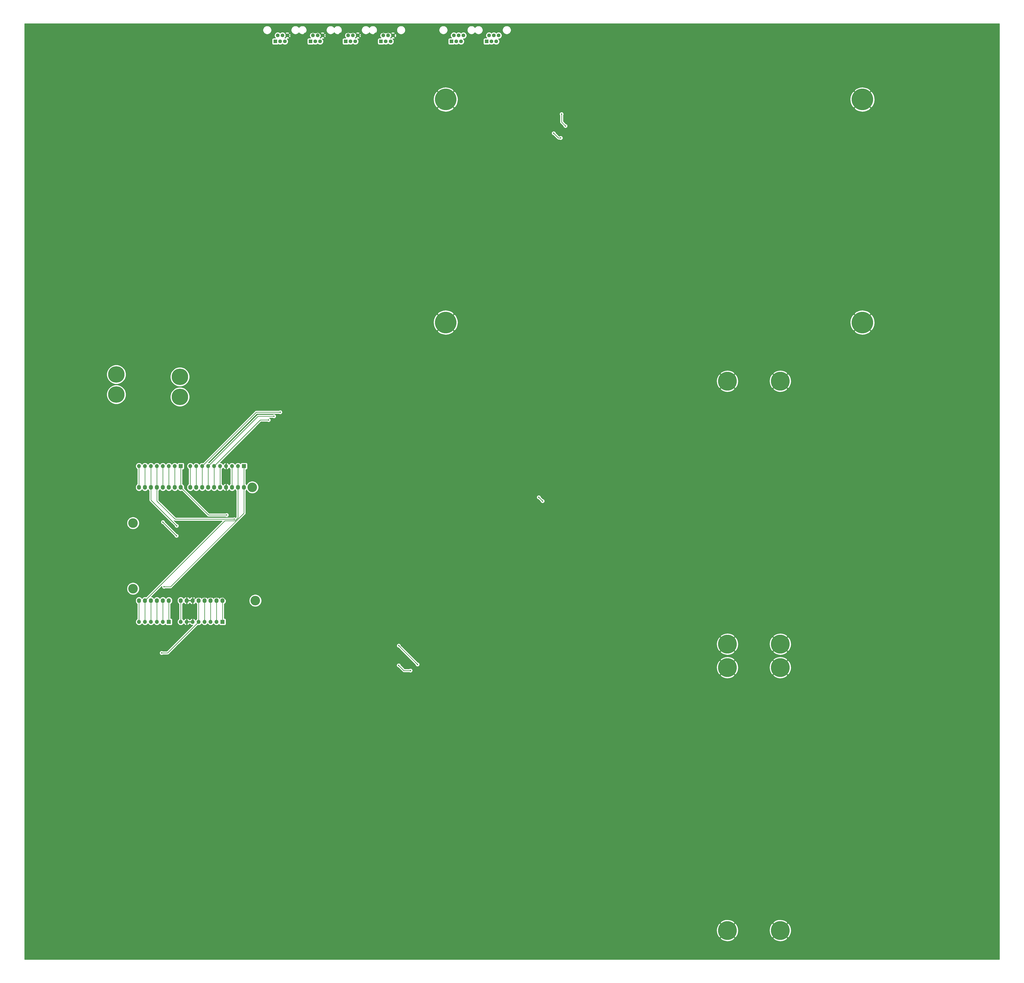
<source format=gbl>
G04 #@! TF.GenerationSoftware,KiCad,Pcbnew,(5.1.9)-1*
G04 #@! TF.CreationDate,2022-01-25T19:13:17-07:00*
G04 #@! TF.ProjectId,Lifting_Mech_PCB_Mount,4c696674-696e-4675-9f4d-6563685f5043,rev?*
G04 #@! TF.SameCoordinates,Original*
G04 #@! TF.FileFunction,Copper,L2,Bot*
G04 #@! TF.FilePolarity,Positive*
%FSLAX46Y46*%
G04 Gerber Fmt 4.6, Leading zero omitted, Abs format (unit mm)*
G04 Created by KiCad (PCBNEW (5.1.9)-1) date 2022-01-25 19:13:17*
%MOMM*%
%LPD*%
G01*
G04 APERTURE LIST*
G04 #@! TA.AperFunction,ComponentPad*
%ADD10C,8.000000*%
G04 #@! TD*
G04 #@! TA.AperFunction,ComponentPad*
%ADD11C,7.000000*%
G04 #@! TD*
G04 #@! TA.AperFunction,ComponentPad*
%ADD12C,1.600000*%
G04 #@! TD*
G04 #@! TA.AperFunction,ComponentPad*
%ADD13R,1.600000X1.600000*%
G04 #@! TD*
G04 #@! TA.AperFunction,ComponentPad*
%ADD14O,1.727200X2.032000*%
G04 #@! TD*
G04 #@! TA.AperFunction,ComponentPad*
%ADD15C,4.064000*%
G04 #@! TD*
G04 #@! TA.AperFunction,ComponentPad*
%ADD16C,9.200000*%
G04 #@! TD*
G04 #@! TA.AperFunction,ComponentPad*
%ADD17R,1.700000X1.700000*%
G04 #@! TD*
G04 #@! TA.AperFunction,ComponentPad*
%ADD18O,1.700000X1.700000*%
G04 #@! TD*
G04 #@! TA.AperFunction,ViaPad*
%ADD19C,0.600000*%
G04 #@! TD*
G04 #@! TA.AperFunction,Conductor*
%ADD20C,0.250000*%
G04 #@! TD*
G04 #@! TA.AperFunction,Conductor*
%ADD21C,0.254000*%
G04 #@! TD*
G04 #@! TA.AperFunction,Conductor*
%ADD22C,0.100000*%
G04 #@! TD*
G04 APERTURE END LIST*
D10*
X300000000Y-153000000D03*
D11*
X66798000Y-159685000D03*
X66798000Y-151135000D03*
X39748000Y-158685000D03*
X39748000Y-150135000D03*
D12*
X110510000Y-5730000D03*
X109490000Y-8270000D03*
X108470000Y-5730000D03*
D13*
X107450000Y-8270000D03*
D12*
X112550000Y-5730000D03*
X111530000Y-8270000D03*
X125510000Y-5730000D03*
X124490000Y-8270000D03*
X123470000Y-5730000D03*
D13*
X122450000Y-8270000D03*
D12*
X127550000Y-5730000D03*
X126530000Y-8270000D03*
X140510000Y-5730000D03*
X139490000Y-8270000D03*
X138470000Y-5730000D03*
D13*
X137450000Y-8270000D03*
D12*
X142550000Y-5730000D03*
X141530000Y-8270000D03*
X155510000Y-5730000D03*
X154490000Y-8270000D03*
X153470000Y-5730000D03*
D13*
X152450000Y-8270000D03*
D12*
X157550000Y-5730000D03*
X156530000Y-8270000D03*
X185510000Y-5730000D03*
X184490000Y-8270000D03*
X183470000Y-5730000D03*
D13*
X182450000Y-8270000D03*
D12*
X187550000Y-5730000D03*
X186530000Y-8270000D03*
X200510000Y-5730000D03*
X199490000Y-8270000D03*
X198470000Y-5730000D03*
D13*
X197450000Y-8270000D03*
D12*
X202550000Y-5730000D03*
X201530000Y-8270000D03*
D14*
X84968000Y-246485000D03*
X82428000Y-246485000D03*
X79888000Y-246485000D03*
X77348000Y-246485000D03*
X74808000Y-246485000D03*
X72268000Y-246485000D03*
X69728000Y-246485000D03*
X67188000Y-246485000D03*
X62108000Y-246485000D03*
X59568000Y-246485000D03*
X57028000Y-246485000D03*
X54488000Y-246485000D03*
X51948000Y-246485000D03*
X49408000Y-246485000D03*
X94112000Y-198225000D03*
X91572000Y-198225000D03*
X89032000Y-198225000D03*
X86492000Y-198225000D03*
X83952000Y-198225000D03*
X81412000Y-198225000D03*
X78872000Y-198225000D03*
X76332000Y-198225000D03*
X73792000Y-198225000D03*
X71252000Y-198225000D03*
X67188000Y-198225000D03*
X64648000Y-198225000D03*
X62108000Y-198225000D03*
X59568000Y-198225000D03*
X57028000Y-198225000D03*
X54488000Y-198225000D03*
X51948000Y-198225000D03*
X49408000Y-198225000D03*
D15*
X98938000Y-246485000D03*
X46868000Y-241405000D03*
X97668000Y-198225000D03*
X46868000Y-213465000D03*
D16*
X180000000Y-128000000D03*
X357500000Y-128000000D03*
X357500000Y-33000000D03*
X180000000Y-33000000D03*
D10*
X300000000Y-265000000D03*
X322500000Y-265000000D03*
X300000000Y-387000000D03*
X322500000Y-153000000D03*
X300000000Y-275000000D03*
X322500000Y-275000000D03*
X322500000Y-387000000D03*
D17*
X84968000Y-255530000D03*
D18*
X82428000Y-255530000D03*
X79888000Y-255530000D03*
X77348000Y-255530000D03*
X74808000Y-255530000D03*
X72268000Y-255530000D03*
X69728000Y-255530000D03*
X67188000Y-255530000D03*
D17*
X62108000Y-255530000D03*
D18*
X59568000Y-255530000D03*
X57028000Y-255530000D03*
X54488000Y-255530000D03*
X51948000Y-255530000D03*
X49408000Y-255530000D03*
D17*
X94112000Y-189180000D03*
D18*
X91572000Y-189180000D03*
X89032000Y-189180000D03*
X86492000Y-189180000D03*
X83952000Y-189180000D03*
X81412000Y-189180000D03*
X78872000Y-189180000D03*
X76332000Y-189180000D03*
X73792000Y-189180000D03*
X71252000Y-189180000D03*
X49408000Y-189180000D03*
X51948000Y-189180000D03*
X54488000Y-189180000D03*
X57028000Y-189180000D03*
X59568000Y-189180000D03*
X62108000Y-189180000D03*
X64648000Y-189180000D03*
D17*
X67188000Y-189180000D03*
D19*
X109548000Y-166215000D03*
X106898000Y-167915000D03*
X230998000Y-44265000D03*
X228998000Y-49365000D03*
X219648000Y-202465000D03*
X221248000Y-204065000D03*
X59000000Y-268767000D03*
X219698000Y-204065000D03*
X219698000Y-217065000D03*
X184271000Y-361938000D03*
X183598000Y-357765000D03*
X124425000Y-361938000D03*
X124425000Y-358138000D03*
X158998000Y-276465000D03*
X163198000Y-279865000D03*
X166298000Y-261065000D03*
X169498000Y-263565000D03*
X94348000Y-214715000D03*
X60048000Y-240565000D03*
X86748000Y-210015000D03*
X59568000Y-213045000D03*
X65388000Y-218865000D03*
X89998000Y-211815000D03*
X65448000Y-214615000D03*
X104598000Y-169565000D03*
X164998000Y-276265000D03*
X159998000Y-274065000D03*
X168002000Y-273665000D03*
X160002000Y-265665000D03*
X229348000Y-39215000D03*
X225998000Y-47365000D03*
D20*
X82428000Y-255530000D02*
X82428000Y-246485000D01*
X79888000Y-255530000D02*
X79888000Y-246485000D01*
X74808000Y-255530000D02*
X74808000Y-246485000D01*
X74808000Y-246485000D02*
X75143390Y-246149610D01*
X219648000Y-202465000D02*
X221248000Y-204065000D01*
X221248000Y-204065000D02*
X221248000Y-204065000D01*
X61571000Y-268767000D02*
X74808000Y-255530000D01*
X59000000Y-268767000D02*
X61571000Y-268767000D01*
X72268000Y-255530000D02*
X72268000Y-246485000D01*
X86492000Y-198225000D02*
X86492000Y-189180000D01*
X148957002Y-5730000D02*
X142550000Y-5730000D01*
X150082003Y-4604999D02*
X148957002Y-5730000D01*
X156424999Y-4604999D02*
X150082003Y-4604999D01*
X157550000Y-5730000D02*
X156424999Y-4604999D01*
X133957002Y-5730000D02*
X127550000Y-5730000D01*
X135082003Y-4604999D02*
X133957002Y-5730000D01*
X141424999Y-4604999D02*
X135082003Y-4604999D01*
X142550000Y-5730000D02*
X141424999Y-4604999D01*
X118957002Y-5730000D02*
X112550000Y-5730000D01*
X120082003Y-4604999D02*
X118957002Y-5730000D01*
X126050001Y-4604999D02*
X120082003Y-4604999D01*
X127175002Y-5730000D02*
X126050001Y-4604999D01*
X127550000Y-5730000D02*
X127175002Y-5730000D01*
X219698000Y-204065000D02*
X219698000Y-217065000D01*
X184271000Y-361938000D02*
X184271000Y-358438000D01*
X184271000Y-358438000D02*
X183598000Y-357765000D01*
X124425000Y-361938000D02*
X124425000Y-358138000D01*
X124425000Y-358138000D02*
X124425000Y-358092000D01*
X159798000Y-276465000D02*
X163198000Y-279865000D01*
X158998000Y-276465000D02*
X159798000Y-276465000D01*
X72268000Y-246485000D02*
X69728000Y-246485000D01*
X69728000Y-255530000D02*
X72268000Y-255530000D01*
X69728000Y-255530000D02*
X69728000Y-246485000D01*
X219698000Y-217065000D02*
X210298000Y-217065000D01*
X210298000Y-217065000D02*
X166298000Y-261065000D01*
X116781348Y-276465000D02*
X85460338Y-245143990D01*
X158998000Y-276465000D02*
X116781348Y-276465000D01*
X166998000Y-261065000D02*
X169498000Y-263565000D01*
X166298000Y-261065000D02*
X166998000Y-261065000D01*
X73609010Y-245143990D02*
X85460338Y-245143990D01*
X72268000Y-246485000D02*
X73609010Y-245143990D01*
X85460338Y-223602662D02*
X94348000Y-214715000D01*
X85460338Y-245143990D02*
X85460338Y-223602662D01*
X67188000Y-255530000D02*
X67188000Y-246485000D01*
X62108000Y-255530000D02*
X62108000Y-246485000D01*
X59568000Y-255530000D02*
X59568000Y-246485000D01*
X57028000Y-255530000D02*
X57028000Y-246485000D01*
X54488000Y-246485000D02*
X54488000Y-255530000D01*
X89032000Y-198225000D02*
X89032000Y-189180000D01*
X51948000Y-255530000D02*
X51948000Y-246485000D01*
X91572000Y-198225000D02*
X91572000Y-189180000D01*
X91572000Y-198225000D02*
X91572000Y-202739000D01*
X91572000Y-211166002D02*
X91572000Y-198225000D01*
X90298001Y-212440001D02*
X91572000Y-211166002D01*
X85992999Y-212440001D02*
X90298001Y-212440001D01*
X51948000Y-246485000D02*
X85992999Y-212440001D01*
X49408000Y-246485000D02*
X49408000Y-255530000D01*
X94112000Y-198225000D02*
X94112000Y-189180000D01*
X94112000Y-209262412D02*
X62809412Y-240565000D01*
X94112000Y-198225000D02*
X94112000Y-209262412D01*
X62809412Y-240565000D02*
X60048000Y-240565000D01*
X60048000Y-240565000D02*
X60048000Y-240565000D01*
X73792000Y-198225000D02*
X73792000Y-189180000D01*
X71252000Y-198225000D02*
X71252000Y-189180000D01*
X67188000Y-198225000D02*
X67188000Y-189180000D01*
X78978000Y-210015000D02*
X67188000Y-198225000D01*
X86748000Y-210015000D02*
X78978000Y-210015000D01*
X62108000Y-198225000D02*
X62108000Y-189180000D01*
X64648000Y-198225000D02*
X64648000Y-189180000D01*
X61800000Y-188872000D02*
X62108000Y-189180000D01*
X59568000Y-198225000D02*
X59568000Y-189180000D01*
X59568000Y-213045000D02*
X65388000Y-218865000D01*
X65388000Y-218865000D02*
X65388000Y-218865000D01*
X57028000Y-198225000D02*
X57028000Y-189180000D01*
X89998000Y-211815000D02*
X64798000Y-211815000D01*
X57028000Y-204045000D02*
X57028000Y-198225000D01*
X64798000Y-211815000D02*
X57028000Y-204045000D01*
X54488000Y-198225000D02*
X54488000Y-189180000D01*
X54488000Y-203655000D02*
X54488000Y-198225000D01*
X65448000Y-214615000D02*
X54488000Y-203655000D01*
X51948000Y-198225000D02*
X51948000Y-189180000D01*
X49408000Y-198225000D02*
X49408000Y-189180000D01*
X83952000Y-198225000D02*
X83952000Y-189180000D01*
X76332000Y-198225000D02*
X76332000Y-189180000D01*
X99297000Y-166215000D02*
X76332000Y-189180000D01*
X109548000Y-166215000D02*
X99297000Y-166215000D01*
X77348000Y-255530000D02*
X77348000Y-246485000D01*
X81412000Y-198225000D02*
X81412000Y-189180000D01*
X101027000Y-169565000D02*
X81412000Y-189180000D01*
X104598000Y-169565000D02*
X101027000Y-169565000D01*
X78872000Y-198225000D02*
X78872000Y-189180000D01*
X100137000Y-167915000D02*
X78872000Y-189180000D01*
X106898000Y-167915000D02*
X100137000Y-167915000D01*
X164998000Y-276265000D02*
X162198000Y-276265000D01*
X162198000Y-276265000D02*
X159998000Y-274065000D01*
X168002000Y-273665000D02*
X160002000Y-265665000D01*
X229348000Y-42615000D02*
X230998000Y-44265000D01*
X229348000Y-39215000D02*
X229348000Y-42615000D01*
X228998000Y-49365000D02*
X227998000Y-49365000D01*
X227998000Y-49365000D02*
X225998000Y-47365000D01*
X84968000Y-255530000D02*
X84968000Y-246485000D01*
D21*
X415790001Y-399290000D02*
X710000Y-399290000D01*
X710000Y-390269580D01*
X296910025Y-390269580D01*
X297366197Y-390841185D01*
X298166183Y-391281207D01*
X299036641Y-391556704D01*
X299944121Y-391657091D01*
X300853748Y-391578508D01*
X301730566Y-391323975D01*
X302540879Y-390903275D01*
X302633803Y-390841185D01*
X303089975Y-390269580D01*
X319410025Y-390269580D01*
X319866197Y-390841185D01*
X320666183Y-391281207D01*
X321536641Y-391556704D01*
X322444121Y-391657091D01*
X323353748Y-391578508D01*
X324230566Y-391323975D01*
X325040879Y-390903275D01*
X325133803Y-390841185D01*
X325589975Y-390269580D01*
X322500000Y-387179605D01*
X319410025Y-390269580D01*
X303089975Y-390269580D01*
X300000000Y-387179605D01*
X296910025Y-390269580D01*
X710000Y-390269580D01*
X710000Y-386944121D01*
X295342909Y-386944121D01*
X295421492Y-387853748D01*
X295676025Y-388730566D01*
X296096725Y-389540879D01*
X296158815Y-389633803D01*
X296730420Y-390089975D01*
X299820395Y-387000000D01*
X300179605Y-387000000D01*
X303269580Y-390089975D01*
X303841185Y-389633803D01*
X304281207Y-388833817D01*
X304556704Y-387963359D01*
X304657091Y-387055879D01*
X304647437Y-386944121D01*
X317842909Y-386944121D01*
X317921492Y-387853748D01*
X318176025Y-388730566D01*
X318596725Y-389540879D01*
X318658815Y-389633803D01*
X319230420Y-390089975D01*
X322320395Y-387000000D01*
X322679605Y-387000000D01*
X325769580Y-390089975D01*
X326341185Y-389633803D01*
X326781207Y-388833817D01*
X327056704Y-387963359D01*
X327157091Y-387055879D01*
X327078508Y-386146252D01*
X326823975Y-385269434D01*
X326403275Y-384459121D01*
X326341185Y-384366197D01*
X325769580Y-383910025D01*
X322679605Y-387000000D01*
X322320395Y-387000000D01*
X319230420Y-383910025D01*
X318658815Y-384366197D01*
X318218793Y-385166183D01*
X317943296Y-386036641D01*
X317842909Y-386944121D01*
X304647437Y-386944121D01*
X304578508Y-386146252D01*
X304323975Y-385269434D01*
X303903275Y-384459121D01*
X303841185Y-384366197D01*
X303269580Y-383910025D01*
X300179605Y-387000000D01*
X299820395Y-387000000D01*
X296730420Y-383910025D01*
X296158815Y-384366197D01*
X295718793Y-385166183D01*
X295443296Y-386036641D01*
X295342909Y-386944121D01*
X710000Y-386944121D01*
X710000Y-383730420D01*
X296910025Y-383730420D01*
X300000000Y-386820395D01*
X303089975Y-383730420D01*
X319410025Y-383730420D01*
X322500000Y-386820395D01*
X325589975Y-383730420D01*
X325133803Y-383158815D01*
X324333817Y-382718793D01*
X323463359Y-382443296D01*
X322555879Y-382342909D01*
X321646252Y-382421492D01*
X320769434Y-382676025D01*
X319959121Y-383096725D01*
X319866197Y-383158815D01*
X319410025Y-383730420D01*
X303089975Y-383730420D01*
X302633803Y-383158815D01*
X301833817Y-382718793D01*
X300963359Y-382443296D01*
X300055879Y-382342909D01*
X299146252Y-382421492D01*
X298269434Y-382676025D01*
X297459121Y-383096725D01*
X297366197Y-383158815D01*
X296910025Y-383730420D01*
X710000Y-383730420D01*
X710000Y-278269580D01*
X296910025Y-278269580D01*
X297366197Y-278841185D01*
X298166183Y-279281207D01*
X299036641Y-279556704D01*
X299944121Y-279657091D01*
X300853748Y-279578508D01*
X301730566Y-279323975D01*
X302540879Y-278903275D01*
X302633803Y-278841185D01*
X303089975Y-278269580D01*
X319410025Y-278269580D01*
X319866197Y-278841185D01*
X320666183Y-279281207D01*
X321536641Y-279556704D01*
X322444121Y-279657091D01*
X323353748Y-279578508D01*
X324230566Y-279323975D01*
X325040879Y-278903275D01*
X325133803Y-278841185D01*
X325589975Y-278269580D01*
X322500000Y-275179605D01*
X319410025Y-278269580D01*
X303089975Y-278269580D01*
X300000000Y-275179605D01*
X296910025Y-278269580D01*
X710000Y-278269580D01*
X710000Y-273972911D01*
X159063000Y-273972911D01*
X159063000Y-274157089D01*
X159098932Y-274337729D01*
X159169414Y-274507889D01*
X159271738Y-274661028D01*
X159401972Y-274791262D01*
X159555111Y-274893586D01*
X159725271Y-274964068D01*
X159846352Y-274988153D01*
X161634201Y-276776003D01*
X161657999Y-276805001D01*
X161773724Y-276899974D01*
X161905753Y-276970546D01*
X162049014Y-277014003D01*
X162160667Y-277025000D01*
X162160677Y-277025000D01*
X162198000Y-277028676D01*
X162235323Y-277025000D01*
X164452465Y-277025000D01*
X164555111Y-277093586D01*
X164725271Y-277164068D01*
X164905911Y-277200000D01*
X165090089Y-277200000D01*
X165270729Y-277164068D01*
X165440889Y-277093586D01*
X165594028Y-276991262D01*
X165724262Y-276861028D01*
X165826586Y-276707889D01*
X165897068Y-276537729D01*
X165933000Y-276357089D01*
X165933000Y-276172911D01*
X165897068Y-275992271D01*
X165826586Y-275822111D01*
X165724262Y-275668972D01*
X165594028Y-275538738D01*
X165440889Y-275436414D01*
X165270729Y-275365932D01*
X165090089Y-275330000D01*
X164905911Y-275330000D01*
X164725271Y-275365932D01*
X164555111Y-275436414D01*
X164452465Y-275505000D01*
X162512802Y-275505000D01*
X161951923Y-274944121D01*
X295342909Y-274944121D01*
X295421492Y-275853748D01*
X295676025Y-276730566D01*
X296096725Y-277540879D01*
X296158815Y-277633803D01*
X296730420Y-278089975D01*
X299820395Y-275000000D01*
X300179605Y-275000000D01*
X303269580Y-278089975D01*
X303841185Y-277633803D01*
X304281207Y-276833817D01*
X304556704Y-275963359D01*
X304657091Y-275055879D01*
X304647437Y-274944121D01*
X317842909Y-274944121D01*
X317921492Y-275853748D01*
X318176025Y-276730566D01*
X318596725Y-277540879D01*
X318658815Y-277633803D01*
X319230420Y-278089975D01*
X322320395Y-275000000D01*
X322679605Y-275000000D01*
X325769580Y-278089975D01*
X326341185Y-277633803D01*
X326781207Y-276833817D01*
X327056704Y-275963359D01*
X327157091Y-275055879D01*
X327078508Y-274146252D01*
X326823975Y-273269434D01*
X326403275Y-272459121D01*
X326341185Y-272366197D01*
X325769580Y-271910025D01*
X322679605Y-275000000D01*
X322320395Y-275000000D01*
X319230420Y-271910025D01*
X318658815Y-272366197D01*
X318218793Y-273166183D01*
X317943296Y-274036641D01*
X317842909Y-274944121D01*
X304647437Y-274944121D01*
X304578508Y-274146252D01*
X304323975Y-273269434D01*
X303903275Y-272459121D01*
X303841185Y-272366197D01*
X303269580Y-271910025D01*
X300179605Y-275000000D01*
X299820395Y-275000000D01*
X296730420Y-271910025D01*
X296158815Y-272366197D01*
X295718793Y-273166183D01*
X295443296Y-274036641D01*
X295342909Y-274944121D01*
X161951923Y-274944121D01*
X160921153Y-273913352D01*
X160897068Y-273792271D01*
X160826586Y-273622111D01*
X160724262Y-273468972D01*
X160594028Y-273338738D01*
X160440889Y-273236414D01*
X160270729Y-273165932D01*
X160090089Y-273130000D01*
X159905911Y-273130000D01*
X159725271Y-273165932D01*
X159555111Y-273236414D01*
X159401972Y-273338738D01*
X159271738Y-273468972D01*
X159169414Y-273622111D01*
X159098932Y-273792271D01*
X159063000Y-273972911D01*
X710000Y-273972911D01*
X710000Y-268674911D01*
X58065000Y-268674911D01*
X58065000Y-268859089D01*
X58100932Y-269039729D01*
X58171414Y-269209889D01*
X58273738Y-269363028D01*
X58403972Y-269493262D01*
X58557111Y-269595586D01*
X58727271Y-269666068D01*
X58907911Y-269702000D01*
X59092089Y-269702000D01*
X59272729Y-269666068D01*
X59442889Y-269595586D01*
X59545535Y-269527000D01*
X61533678Y-269527000D01*
X61571000Y-269530676D01*
X61608322Y-269527000D01*
X61608333Y-269527000D01*
X61719986Y-269516003D01*
X61863247Y-269472546D01*
X61995276Y-269401974D01*
X62111001Y-269307001D01*
X62134804Y-269277997D01*
X65839890Y-265572911D01*
X159067000Y-265572911D01*
X159067000Y-265757089D01*
X159102932Y-265937729D01*
X159173414Y-266107889D01*
X159275738Y-266261028D01*
X159405972Y-266391262D01*
X159559111Y-266493586D01*
X159729271Y-266564068D01*
X159850352Y-266588153D01*
X167078848Y-273816651D01*
X167102932Y-273937729D01*
X167173414Y-274107889D01*
X167275738Y-274261028D01*
X167405972Y-274391262D01*
X167559111Y-274493586D01*
X167729271Y-274564068D01*
X167909911Y-274600000D01*
X168094089Y-274600000D01*
X168274729Y-274564068D01*
X168444889Y-274493586D01*
X168598028Y-274391262D01*
X168728262Y-274261028D01*
X168830586Y-274107889D01*
X168901068Y-273937729D01*
X168937000Y-273757089D01*
X168937000Y-273572911D01*
X168901068Y-273392271D01*
X168830586Y-273222111D01*
X168728262Y-273068972D01*
X168598028Y-272938738D01*
X168444889Y-272836414D01*
X168274729Y-272765932D01*
X168153651Y-272741848D01*
X167142223Y-271730420D01*
X296910025Y-271730420D01*
X300000000Y-274820395D01*
X303089975Y-271730420D01*
X319410025Y-271730420D01*
X322500000Y-274820395D01*
X325589975Y-271730420D01*
X325133803Y-271158815D01*
X324333817Y-270718793D01*
X323463359Y-270443296D01*
X322555879Y-270342909D01*
X321646252Y-270421492D01*
X320769434Y-270676025D01*
X319959121Y-271096725D01*
X319866197Y-271158815D01*
X319410025Y-271730420D01*
X303089975Y-271730420D01*
X302633803Y-271158815D01*
X301833817Y-270718793D01*
X300963359Y-270443296D01*
X300055879Y-270342909D01*
X299146252Y-270421492D01*
X298269434Y-270676025D01*
X297459121Y-271096725D01*
X297366197Y-271158815D01*
X296910025Y-271730420D01*
X167142223Y-271730420D01*
X163681382Y-268269580D01*
X296910025Y-268269580D01*
X297366197Y-268841185D01*
X298166183Y-269281207D01*
X299036641Y-269556704D01*
X299944121Y-269657091D01*
X300853748Y-269578508D01*
X301730566Y-269323975D01*
X302540879Y-268903275D01*
X302633803Y-268841185D01*
X303089975Y-268269580D01*
X319410025Y-268269580D01*
X319866197Y-268841185D01*
X320666183Y-269281207D01*
X321536641Y-269556704D01*
X322444121Y-269657091D01*
X323353748Y-269578508D01*
X324230566Y-269323975D01*
X325040879Y-268903275D01*
X325133803Y-268841185D01*
X325589975Y-268269580D01*
X322500000Y-265179605D01*
X319410025Y-268269580D01*
X303089975Y-268269580D01*
X300000000Y-265179605D01*
X296910025Y-268269580D01*
X163681382Y-268269580D01*
X160925153Y-265513352D01*
X160901068Y-265392271D01*
X160830586Y-265222111D01*
X160728262Y-265068972D01*
X160603411Y-264944121D01*
X295342909Y-264944121D01*
X295421492Y-265853748D01*
X295676025Y-266730566D01*
X296096725Y-267540879D01*
X296158815Y-267633803D01*
X296730420Y-268089975D01*
X299820395Y-265000000D01*
X300179605Y-265000000D01*
X303269580Y-268089975D01*
X303841185Y-267633803D01*
X304281207Y-266833817D01*
X304556704Y-265963359D01*
X304657091Y-265055879D01*
X304647437Y-264944121D01*
X317842909Y-264944121D01*
X317921492Y-265853748D01*
X318176025Y-266730566D01*
X318596725Y-267540879D01*
X318658815Y-267633803D01*
X319230420Y-268089975D01*
X322320395Y-265000000D01*
X322679605Y-265000000D01*
X325769580Y-268089975D01*
X326341185Y-267633803D01*
X326781207Y-266833817D01*
X327056704Y-265963359D01*
X327157091Y-265055879D01*
X327078508Y-264146252D01*
X326823975Y-263269434D01*
X326403275Y-262459121D01*
X326341185Y-262366197D01*
X325769580Y-261910025D01*
X322679605Y-265000000D01*
X322320395Y-265000000D01*
X319230420Y-261910025D01*
X318658815Y-262366197D01*
X318218793Y-263166183D01*
X317943296Y-264036641D01*
X317842909Y-264944121D01*
X304647437Y-264944121D01*
X304578508Y-264146252D01*
X304323975Y-263269434D01*
X303903275Y-262459121D01*
X303841185Y-262366197D01*
X303269580Y-261910025D01*
X300179605Y-265000000D01*
X299820395Y-265000000D01*
X296730420Y-261910025D01*
X296158815Y-262366197D01*
X295718793Y-263166183D01*
X295443296Y-264036641D01*
X295342909Y-264944121D01*
X160603411Y-264944121D01*
X160598028Y-264938738D01*
X160444889Y-264836414D01*
X160274729Y-264765932D01*
X160094089Y-264730000D01*
X159909911Y-264730000D01*
X159729271Y-264765932D01*
X159559111Y-264836414D01*
X159405972Y-264938738D01*
X159275738Y-265068972D01*
X159173414Y-265222111D01*
X159102932Y-265392271D01*
X159067000Y-265572911D01*
X65839890Y-265572911D01*
X69682381Y-261730420D01*
X296910025Y-261730420D01*
X300000000Y-264820395D01*
X303089975Y-261730420D01*
X319410025Y-261730420D01*
X322500000Y-264820395D01*
X325589975Y-261730420D01*
X325133803Y-261158815D01*
X324333817Y-260718793D01*
X323463359Y-260443296D01*
X322555879Y-260342909D01*
X321646252Y-260421492D01*
X320769434Y-260676025D01*
X319959121Y-261096725D01*
X319866197Y-261158815D01*
X319410025Y-261730420D01*
X303089975Y-261730420D01*
X302633803Y-261158815D01*
X301833817Y-260718793D01*
X300963359Y-260443296D01*
X300055879Y-260342909D01*
X299146252Y-260421492D01*
X298269434Y-260676025D01*
X297459121Y-261096725D01*
X297366197Y-261158815D01*
X296910025Y-261730420D01*
X69682381Y-261730420D01*
X74441592Y-256971210D01*
X74661740Y-257015000D01*
X74954260Y-257015000D01*
X75241158Y-256957932D01*
X75511411Y-256845990D01*
X75754632Y-256683475D01*
X75961475Y-256476632D01*
X76078000Y-256302240D01*
X76194525Y-256476632D01*
X76401368Y-256683475D01*
X76644589Y-256845990D01*
X76914842Y-256957932D01*
X77201740Y-257015000D01*
X77494260Y-257015000D01*
X77781158Y-256957932D01*
X78051411Y-256845990D01*
X78294632Y-256683475D01*
X78501475Y-256476632D01*
X78618000Y-256302240D01*
X78734525Y-256476632D01*
X78941368Y-256683475D01*
X79184589Y-256845990D01*
X79454842Y-256957932D01*
X79741740Y-257015000D01*
X80034260Y-257015000D01*
X80321158Y-256957932D01*
X80591411Y-256845990D01*
X80834632Y-256683475D01*
X81041475Y-256476632D01*
X81158000Y-256302240D01*
X81274525Y-256476632D01*
X81481368Y-256683475D01*
X81724589Y-256845990D01*
X81994842Y-256957932D01*
X82281740Y-257015000D01*
X82574260Y-257015000D01*
X82861158Y-256957932D01*
X83131411Y-256845990D01*
X83374632Y-256683475D01*
X83506487Y-256551620D01*
X83528498Y-256624180D01*
X83587463Y-256734494D01*
X83666815Y-256831185D01*
X83763506Y-256910537D01*
X83873820Y-256969502D01*
X83993518Y-257005812D01*
X84118000Y-257018072D01*
X85818000Y-257018072D01*
X85942482Y-257005812D01*
X86062180Y-256969502D01*
X86172494Y-256910537D01*
X86269185Y-256831185D01*
X86348537Y-256734494D01*
X86407502Y-256624180D01*
X86443812Y-256504482D01*
X86456072Y-256380000D01*
X86456072Y-254680000D01*
X86443812Y-254555518D01*
X86407502Y-254435820D01*
X86348537Y-254325506D01*
X86269185Y-254228815D01*
X86172494Y-254149463D01*
X86062180Y-254090498D01*
X85942482Y-254054188D01*
X85818000Y-254041928D01*
X85728000Y-254041928D01*
X85728000Y-247930415D01*
X85804605Y-247889469D01*
X86032797Y-247702197D01*
X86220069Y-247474006D01*
X86359225Y-247213664D01*
X86444916Y-246931177D01*
X86466600Y-246711019D01*
X86466600Y-246258982D01*
X86462990Y-246222323D01*
X96271000Y-246222323D01*
X96271000Y-246747677D01*
X96373492Y-247262935D01*
X96574536Y-247748298D01*
X96866406Y-248185113D01*
X97237887Y-248556594D01*
X97674702Y-248848464D01*
X98160065Y-249049508D01*
X98675323Y-249152000D01*
X99200677Y-249152000D01*
X99715935Y-249049508D01*
X100201298Y-248848464D01*
X100638113Y-248556594D01*
X101009594Y-248185113D01*
X101301464Y-247748298D01*
X101502508Y-247262935D01*
X101605000Y-246747677D01*
X101605000Y-246222323D01*
X101502508Y-245707065D01*
X101301464Y-245221702D01*
X101009594Y-244784887D01*
X100638113Y-244413406D01*
X100201298Y-244121536D01*
X99715935Y-243920492D01*
X99200677Y-243818000D01*
X98675323Y-243818000D01*
X98160065Y-243920492D01*
X97674702Y-244121536D01*
X97237887Y-244413406D01*
X96866406Y-244784887D01*
X96574536Y-245221702D01*
X96373492Y-245707065D01*
X96271000Y-246222323D01*
X86462990Y-246222323D01*
X86444916Y-246038824D01*
X86359225Y-245756337D01*
X86220069Y-245495994D01*
X86032797Y-245267803D01*
X85804606Y-245080531D01*
X85544264Y-244941375D01*
X85261777Y-244855684D01*
X84968000Y-244826749D01*
X84674224Y-244855684D01*
X84391737Y-244941375D01*
X84131395Y-245080531D01*
X83903203Y-245267803D01*
X83715931Y-245495994D01*
X83698000Y-245529541D01*
X83680069Y-245495994D01*
X83492797Y-245267803D01*
X83264606Y-245080531D01*
X83004264Y-244941375D01*
X82721777Y-244855684D01*
X82428000Y-244826749D01*
X82134224Y-244855684D01*
X81851737Y-244941375D01*
X81591395Y-245080531D01*
X81363203Y-245267803D01*
X81175931Y-245495994D01*
X81158000Y-245529541D01*
X81140069Y-245495994D01*
X80952797Y-245267803D01*
X80724606Y-245080531D01*
X80464264Y-244941375D01*
X80181777Y-244855684D01*
X79888000Y-244826749D01*
X79594224Y-244855684D01*
X79311737Y-244941375D01*
X79051395Y-245080531D01*
X78823203Y-245267803D01*
X78635931Y-245495994D01*
X78618000Y-245529541D01*
X78600069Y-245495994D01*
X78412797Y-245267803D01*
X78184606Y-245080531D01*
X77924264Y-244941375D01*
X77641777Y-244855684D01*
X77348000Y-244826749D01*
X77054224Y-244855684D01*
X76771737Y-244941375D01*
X76511395Y-245080531D01*
X76283203Y-245267803D01*
X76095931Y-245495994D01*
X76078000Y-245529541D01*
X76060069Y-245495994D01*
X75872797Y-245267803D01*
X75644606Y-245080531D01*
X75384264Y-244941375D01*
X75101777Y-244855684D01*
X74808000Y-244826749D01*
X74514224Y-244855684D01*
X74231737Y-244941375D01*
X73971395Y-245080531D01*
X73743203Y-245267803D01*
X73555931Y-245495994D01*
X73534576Y-245535947D01*
X73386486Y-245333271D01*
X73170035Y-245134267D01*
X72918919Y-244981314D01*
X72642789Y-244880291D01*
X72627026Y-244877642D01*
X72395000Y-244998783D01*
X72395000Y-246358000D01*
X72415000Y-246358000D01*
X72415000Y-246612000D01*
X72395000Y-246612000D01*
X72395000Y-247971217D01*
X72627026Y-248092358D01*
X72642789Y-248089709D01*
X72918919Y-247988686D01*
X73170035Y-247835733D01*
X73386486Y-247636729D01*
X73534576Y-247434053D01*
X73555931Y-247474005D01*
X73743203Y-247702197D01*
X73971394Y-247889469D01*
X74048001Y-247930416D01*
X74048000Y-254251821D01*
X73861368Y-254376525D01*
X73654525Y-254583368D01*
X73532805Y-254765534D01*
X73463178Y-254648645D01*
X73268269Y-254432412D01*
X73034920Y-254258359D01*
X72772099Y-254133175D01*
X72624890Y-254088524D01*
X72395000Y-254209845D01*
X72395000Y-255403000D01*
X72415000Y-255403000D01*
X72415000Y-255657000D01*
X72395000Y-255657000D01*
X72395000Y-255677000D01*
X72141000Y-255677000D01*
X72141000Y-255657000D01*
X69855000Y-255657000D01*
X69855000Y-256850155D01*
X70084890Y-256971476D01*
X70232099Y-256926825D01*
X70494920Y-256801641D01*
X70728269Y-256627588D01*
X70923178Y-256411355D01*
X70998000Y-256285745D01*
X71072822Y-256411355D01*
X71267731Y-256627588D01*
X71501080Y-256801641D01*
X71763901Y-256926825D01*
X71911110Y-256971476D01*
X72140998Y-256850156D01*
X72140998Y-257015000D01*
X72248198Y-257015000D01*
X61256199Y-268007000D01*
X59545535Y-268007000D01*
X59442889Y-267938414D01*
X59272729Y-267867932D01*
X59092089Y-267832000D01*
X58907911Y-267832000D01*
X58727271Y-267867932D01*
X58557111Y-267938414D01*
X58403972Y-268040738D01*
X58273738Y-268170972D01*
X58171414Y-268324111D01*
X58100932Y-268494271D01*
X58065000Y-268674911D01*
X710000Y-268674911D01*
X710000Y-241142323D01*
X44201000Y-241142323D01*
X44201000Y-241667677D01*
X44303492Y-242182935D01*
X44504536Y-242668298D01*
X44796406Y-243105113D01*
X45167887Y-243476594D01*
X45604702Y-243768464D01*
X46090065Y-243969508D01*
X46605323Y-244072000D01*
X47130677Y-244072000D01*
X47645935Y-243969508D01*
X48131298Y-243768464D01*
X48568113Y-243476594D01*
X48939594Y-243105113D01*
X49231464Y-242668298D01*
X49432508Y-242182935D01*
X49535000Y-241667677D01*
X49535000Y-241142323D01*
X49432508Y-240627065D01*
X49231464Y-240141702D01*
X48939594Y-239704887D01*
X48568113Y-239333406D01*
X48131298Y-239041536D01*
X47645935Y-238840492D01*
X47130677Y-238738000D01*
X46605323Y-238738000D01*
X46090065Y-238840492D01*
X45604702Y-239041536D01*
X45167887Y-239333406D01*
X44796406Y-239704887D01*
X44504536Y-240141702D01*
X44303492Y-240627065D01*
X44201000Y-241142323D01*
X710000Y-241142323D01*
X710000Y-213202323D01*
X44201000Y-213202323D01*
X44201000Y-213727677D01*
X44303492Y-214242935D01*
X44504536Y-214728298D01*
X44796406Y-215165113D01*
X45167887Y-215536594D01*
X45604702Y-215828464D01*
X46090065Y-216029508D01*
X46605323Y-216132000D01*
X47130677Y-216132000D01*
X47645935Y-216029508D01*
X48131298Y-215828464D01*
X48568113Y-215536594D01*
X48939594Y-215165113D01*
X49231464Y-214728298D01*
X49432508Y-214242935D01*
X49535000Y-213727677D01*
X49535000Y-213202323D01*
X49485389Y-212952911D01*
X58633000Y-212952911D01*
X58633000Y-213137089D01*
X58668932Y-213317729D01*
X58739414Y-213487889D01*
X58841738Y-213641028D01*
X58971972Y-213771262D01*
X59125111Y-213873586D01*
X59295271Y-213944068D01*
X59416352Y-213968153D01*
X64464847Y-219016649D01*
X64488932Y-219137729D01*
X64559414Y-219307889D01*
X64661738Y-219461028D01*
X64791972Y-219591262D01*
X64945111Y-219693586D01*
X65115271Y-219764068D01*
X65295911Y-219800000D01*
X65480089Y-219800000D01*
X65660729Y-219764068D01*
X65830889Y-219693586D01*
X65984028Y-219591262D01*
X66114262Y-219461028D01*
X66216586Y-219307889D01*
X66287068Y-219137729D01*
X66323000Y-218957089D01*
X66323000Y-218772911D01*
X66287068Y-218592271D01*
X66216586Y-218422111D01*
X66114262Y-218268972D01*
X65984028Y-218138738D01*
X65830889Y-218036414D01*
X65660729Y-217965932D01*
X65539649Y-217941847D01*
X60491153Y-212893352D01*
X60467068Y-212772271D01*
X60396586Y-212602111D01*
X60294262Y-212448972D01*
X60164028Y-212318738D01*
X60010889Y-212216414D01*
X59840729Y-212145932D01*
X59660089Y-212110000D01*
X59475911Y-212110000D01*
X59295271Y-212145932D01*
X59125111Y-212216414D01*
X58971972Y-212318738D01*
X58841738Y-212448972D01*
X58739414Y-212602111D01*
X58668932Y-212772271D01*
X58633000Y-212952911D01*
X49485389Y-212952911D01*
X49432508Y-212687065D01*
X49231464Y-212201702D01*
X48939594Y-211764887D01*
X48568113Y-211393406D01*
X48131298Y-211101536D01*
X47645935Y-210900492D01*
X47130677Y-210798000D01*
X46605323Y-210798000D01*
X46090065Y-210900492D01*
X45604702Y-211101536D01*
X45167887Y-211393406D01*
X44796406Y-211764887D01*
X44504536Y-212201702D01*
X44303492Y-212687065D01*
X44201000Y-213202323D01*
X710000Y-213202323D01*
X710000Y-197998981D01*
X47909400Y-197998981D01*
X47909400Y-198451018D01*
X47931084Y-198671176D01*
X48016775Y-198953663D01*
X48155931Y-199214005D01*
X48343203Y-199442197D01*
X48571394Y-199629469D01*
X48831736Y-199768625D01*
X49114223Y-199854316D01*
X49408000Y-199883251D01*
X49701776Y-199854316D01*
X49984263Y-199768625D01*
X50244605Y-199629469D01*
X50472797Y-199442197D01*
X50660069Y-199214006D01*
X50678000Y-199180459D01*
X50695931Y-199214005D01*
X50883203Y-199442197D01*
X51111394Y-199629469D01*
X51371736Y-199768625D01*
X51654223Y-199854316D01*
X51948000Y-199883251D01*
X52241776Y-199854316D01*
X52524263Y-199768625D01*
X52784605Y-199629469D01*
X53012797Y-199442197D01*
X53200069Y-199214006D01*
X53218000Y-199180459D01*
X53235931Y-199214005D01*
X53423203Y-199442197D01*
X53651394Y-199629469D01*
X53728001Y-199670416D01*
X53728000Y-203617677D01*
X53724324Y-203655000D01*
X53728000Y-203692322D01*
X53728000Y-203692332D01*
X53738997Y-203803985D01*
X53766914Y-203896015D01*
X53782454Y-203947246D01*
X53853026Y-204079276D01*
X53892871Y-204127826D01*
X53947999Y-204195001D01*
X53977003Y-204218804D01*
X64524847Y-214766649D01*
X64548932Y-214887729D01*
X64619414Y-215057889D01*
X64721738Y-215211028D01*
X64851972Y-215341262D01*
X65005111Y-215443586D01*
X65175271Y-215514068D01*
X65355911Y-215550000D01*
X65540089Y-215550000D01*
X65720729Y-215514068D01*
X65890889Y-215443586D01*
X66044028Y-215341262D01*
X66174262Y-215211028D01*
X66276586Y-215057889D01*
X66347068Y-214887729D01*
X66383000Y-214707089D01*
X66383000Y-214522911D01*
X66347068Y-214342271D01*
X66276586Y-214172111D01*
X66174262Y-214018972D01*
X66044028Y-213888738D01*
X65890889Y-213786414D01*
X65720729Y-213715932D01*
X65599649Y-213691847D01*
X64284788Y-212376986D01*
X64286992Y-212378795D01*
X64286996Y-212378799D01*
X64325047Y-212410026D01*
X64373724Y-212449974D01*
X64505753Y-212520546D01*
X64649014Y-212564003D01*
X64760667Y-212575000D01*
X64760676Y-212575000D01*
X64797999Y-212578676D01*
X64835322Y-212575000D01*
X84783198Y-212575000D01*
X52441830Y-244916369D01*
X52241777Y-244855684D01*
X51948000Y-244826749D01*
X51654224Y-244855684D01*
X51371737Y-244941375D01*
X51111395Y-245080531D01*
X50883203Y-245267803D01*
X50695931Y-245495994D01*
X50678000Y-245529541D01*
X50660069Y-245495994D01*
X50472797Y-245267803D01*
X50244606Y-245080531D01*
X49984264Y-244941375D01*
X49701777Y-244855684D01*
X49408000Y-244826749D01*
X49114224Y-244855684D01*
X48831737Y-244941375D01*
X48571395Y-245080531D01*
X48343203Y-245267803D01*
X48155931Y-245495994D01*
X48016775Y-245756336D01*
X47931084Y-246038823D01*
X47909400Y-246258981D01*
X47909400Y-246711018D01*
X47931084Y-246931176D01*
X48016775Y-247213663D01*
X48155931Y-247474005D01*
X48343203Y-247702197D01*
X48571394Y-247889469D01*
X48648000Y-247930416D01*
X48648001Y-254251821D01*
X48461368Y-254376525D01*
X48254525Y-254583368D01*
X48092010Y-254826589D01*
X47980068Y-255096842D01*
X47923000Y-255383740D01*
X47923000Y-255676260D01*
X47980068Y-255963158D01*
X48092010Y-256233411D01*
X48254525Y-256476632D01*
X48461368Y-256683475D01*
X48704589Y-256845990D01*
X48974842Y-256957932D01*
X49261740Y-257015000D01*
X49554260Y-257015000D01*
X49841158Y-256957932D01*
X50111411Y-256845990D01*
X50354632Y-256683475D01*
X50561475Y-256476632D01*
X50678000Y-256302240D01*
X50794525Y-256476632D01*
X51001368Y-256683475D01*
X51244589Y-256845990D01*
X51514842Y-256957932D01*
X51801740Y-257015000D01*
X52094260Y-257015000D01*
X52381158Y-256957932D01*
X52651411Y-256845990D01*
X52894632Y-256683475D01*
X53101475Y-256476632D01*
X53218000Y-256302240D01*
X53334525Y-256476632D01*
X53541368Y-256683475D01*
X53784589Y-256845990D01*
X54054842Y-256957932D01*
X54341740Y-257015000D01*
X54634260Y-257015000D01*
X54921158Y-256957932D01*
X55191411Y-256845990D01*
X55434632Y-256683475D01*
X55641475Y-256476632D01*
X55758000Y-256302240D01*
X55874525Y-256476632D01*
X56081368Y-256683475D01*
X56324589Y-256845990D01*
X56594842Y-256957932D01*
X56881740Y-257015000D01*
X57174260Y-257015000D01*
X57461158Y-256957932D01*
X57731411Y-256845990D01*
X57974632Y-256683475D01*
X58181475Y-256476632D01*
X58298000Y-256302240D01*
X58414525Y-256476632D01*
X58621368Y-256683475D01*
X58864589Y-256845990D01*
X59134842Y-256957932D01*
X59421740Y-257015000D01*
X59714260Y-257015000D01*
X60001158Y-256957932D01*
X60271411Y-256845990D01*
X60514632Y-256683475D01*
X60646487Y-256551620D01*
X60668498Y-256624180D01*
X60727463Y-256734494D01*
X60806815Y-256831185D01*
X60903506Y-256910537D01*
X61013820Y-256969502D01*
X61133518Y-257005812D01*
X61258000Y-257018072D01*
X62958000Y-257018072D01*
X63082482Y-257005812D01*
X63202180Y-256969502D01*
X63312494Y-256910537D01*
X63409185Y-256831185D01*
X63488537Y-256734494D01*
X63547502Y-256624180D01*
X63583812Y-256504482D01*
X63596072Y-256380000D01*
X63596072Y-254680000D01*
X63583812Y-254555518D01*
X63547502Y-254435820D01*
X63488537Y-254325506D01*
X63409185Y-254228815D01*
X63312494Y-254149463D01*
X63202180Y-254090498D01*
X63082482Y-254054188D01*
X62958000Y-254041928D01*
X62868000Y-254041928D01*
X62868000Y-247930415D01*
X62944605Y-247889469D01*
X63172797Y-247702197D01*
X63360069Y-247474006D01*
X63499225Y-247213664D01*
X63584916Y-246931177D01*
X63606600Y-246711019D01*
X63606600Y-246258982D01*
X63606600Y-246258981D01*
X65689400Y-246258981D01*
X65689400Y-246711018D01*
X65711084Y-246931176D01*
X65796775Y-247213663D01*
X65935931Y-247474005D01*
X66123203Y-247702197D01*
X66351394Y-247889469D01*
X66428001Y-247930416D01*
X66428000Y-254251821D01*
X66241368Y-254376525D01*
X66034525Y-254583368D01*
X65872010Y-254826589D01*
X65760068Y-255096842D01*
X65703000Y-255383740D01*
X65703000Y-255676260D01*
X65760068Y-255963158D01*
X65872010Y-256233411D01*
X66034525Y-256476632D01*
X66241368Y-256683475D01*
X66484589Y-256845990D01*
X66754842Y-256957932D01*
X67041740Y-257015000D01*
X67334260Y-257015000D01*
X67621158Y-256957932D01*
X67891411Y-256845990D01*
X68134632Y-256683475D01*
X68341475Y-256476632D01*
X68463195Y-256294466D01*
X68532822Y-256411355D01*
X68727731Y-256627588D01*
X68961080Y-256801641D01*
X69223901Y-256926825D01*
X69371110Y-256971476D01*
X69601000Y-256850155D01*
X69601000Y-255657000D01*
X69581000Y-255657000D01*
X69581000Y-255403000D01*
X69601000Y-255403000D01*
X69601000Y-254209845D01*
X69855000Y-254209845D01*
X69855000Y-255403000D01*
X72141000Y-255403000D01*
X72141000Y-254209845D01*
X71911110Y-254088524D01*
X71763901Y-254133175D01*
X71501080Y-254258359D01*
X71267731Y-254432412D01*
X71072822Y-254648645D01*
X70998000Y-254774255D01*
X70923178Y-254648645D01*
X70728269Y-254432412D01*
X70494920Y-254258359D01*
X70232099Y-254133175D01*
X70084890Y-254088524D01*
X69855000Y-254209845D01*
X69601000Y-254209845D01*
X69371110Y-254088524D01*
X69223901Y-254133175D01*
X68961080Y-254258359D01*
X68727731Y-254432412D01*
X68532822Y-254648645D01*
X68463195Y-254765534D01*
X68341475Y-254583368D01*
X68134632Y-254376525D01*
X67948000Y-254251822D01*
X67948000Y-247930415D01*
X68024605Y-247889469D01*
X68252797Y-247702197D01*
X68440069Y-247474006D01*
X68461424Y-247434053D01*
X68609514Y-247636729D01*
X68825965Y-247835733D01*
X69077081Y-247988686D01*
X69353211Y-248089709D01*
X69368974Y-248092358D01*
X69601000Y-247971217D01*
X69601000Y-246612000D01*
X69855000Y-246612000D01*
X69855000Y-247971217D01*
X70087026Y-248092358D01*
X70102789Y-248089709D01*
X70378919Y-247988686D01*
X70630035Y-247835733D01*
X70846486Y-247636729D01*
X70998000Y-247429367D01*
X71149514Y-247636729D01*
X71365965Y-247835733D01*
X71617081Y-247988686D01*
X71893211Y-248089709D01*
X71908974Y-248092358D01*
X72141000Y-247971217D01*
X72141000Y-246612000D01*
X69855000Y-246612000D01*
X69601000Y-246612000D01*
X69581000Y-246612000D01*
X69581000Y-246358000D01*
X69601000Y-246358000D01*
X69601000Y-244998783D01*
X69855000Y-244998783D01*
X69855000Y-246358000D01*
X72141000Y-246358000D01*
X72141000Y-244998783D01*
X71908974Y-244877642D01*
X71893211Y-244880291D01*
X71617081Y-244981314D01*
X71365965Y-245134267D01*
X71149514Y-245333271D01*
X70998000Y-245540633D01*
X70846486Y-245333271D01*
X70630035Y-245134267D01*
X70378919Y-244981314D01*
X70102789Y-244880291D01*
X70087026Y-244877642D01*
X69855000Y-244998783D01*
X69601000Y-244998783D01*
X69368974Y-244877642D01*
X69353211Y-244880291D01*
X69077081Y-244981314D01*
X68825965Y-245134267D01*
X68609514Y-245333271D01*
X68461424Y-245535947D01*
X68440069Y-245495994D01*
X68252797Y-245267803D01*
X68024606Y-245080531D01*
X67764264Y-244941375D01*
X67481777Y-244855684D01*
X67188000Y-244826749D01*
X66894224Y-244855684D01*
X66611737Y-244941375D01*
X66351395Y-245080531D01*
X66123203Y-245267803D01*
X65935931Y-245495994D01*
X65796775Y-245756336D01*
X65711084Y-246038823D01*
X65689400Y-246258981D01*
X63606600Y-246258981D01*
X63584916Y-246038824D01*
X63499225Y-245756337D01*
X63360069Y-245495994D01*
X63172797Y-245267803D01*
X62944606Y-245080531D01*
X62684264Y-244941375D01*
X62401777Y-244855684D01*
X62108000Y-244826749D01*
X61814224Y-244855684D01*
X61531737Y-244941375D01*
X61271395Y-245080531D01*
X61043203Y-245267803D01*
X60855931Y-245495994D01*
X60838000Y-245529541D01*
X60820069Y-245495994D01*
X60632797Y-245267803D01*
X60404606Y-245080531D01*
X60144264Y-244941375D01*
X59861777Y-244855684D01*
X59568000Y-244826749D01*
X59274224Y-244855684D01*
X58991737Y-244941375D01*
X58731395Y-245080531D01*
X58503203Y-245267803D01*
X58315931Y-245495994D01*
X58298000Y-245529541D01*
X58280069Y-245495994D01*
X58092797Y-245267803D01*
X57864606Y-245080531D01*
X57604264Y-244941375D01*
X57321777Y-244855684D01*
X57028000Y-244826749D01*
X56734224Y-244855684D01*
X56451737Y-244941375D01*
X56191395Y-245080531D01*
X55963203Y-245267803D01*
X55775931Y-245495994D01*
X55758000Y-245529541D01*
X55740069Y-245495994D01*
X55552797Y-245267803D01*
X55324606Y-245080531D01*
X55064264Y-244941375D01*
X54781777Y-244855684D01*
X54663743Y-244844058D01*
X59132395Y-240375406D01*
X59113000Y-240472911D01*
X59113000Y-240657089D01*
X59148932Y-240837729D01*
X59219414Y-241007889D01*
X59321738Y-241161028D01*
X59451972Y-241291262D01*
X59605111Y-241393586D01*
X59775271Y-241464068D01*
X59955911Y-241500000D01*
X60140089Y-241500000D01*
X60320729Y-241464068D01*
X60490889Y-241393586D01*
X60593535Y-241325000D01*
X62772090Y-241325000D01*
X62809412Y-241328676D01*
X62846734Y-241325000D01*
X62846745Y-241325000D01*
X62958398Y-241314003D01*
X63101659Y-241270546D01*
X63233688Y-241199974D01*
X63349413Y-241105001D01*
X63373216Y-241075997D01*
X94623008Y-209826207D01*
X94652001Y-209802413D01*
X94675795Y-209773420D01*
X94675799Y-209773416D01*
X94746973Y-209686689D01*
X94746974Y-209686688D01*
X94817546Y-209554659D01*
X94861003Y-209411398D01*
X94872000Y-209299745D01*
X94872000Y-209299736D01*
X94875676Y-209262413D01*
X94872000Y-209225090D01*
X94872000Y-202372911D01*
X218713000Y-202372911D01*
X218713000Y-202557089D01*
X218748932Y-202737729D01*
X218819414Y-202907889D01*
X218921738Y-203061028D01*
X219051972Y-203191262D01*
X219205111Y-203293586D01*
X219375271Y-203364068D01*
X219496351Y-203388153D01*
X220324847Y-204216649D01*
X220348932Y-204337729D01*
X220419414Y-204507889D01*
X220521738Y-204661028D01*
X220651972Y-204791262D01*
X220805111Y-204893586D01*
X220975271Y-204964068D01*
X221155911Y-205000000D01*
X221340089Y-205000000D01*
X221520729Y-204964068D01*
X221690889Y-204893586D01*
X221844028Y-204791262D01*
X221974262Y-204661028D01*
X222076586Y-204507889D01*
X222147068Y-204337729D01*
X222183000Y-204157089D01*
X222183000Y-203972911D01*
X222147068Y-203792271D01*
X222076586Y-203622111D01*
X221974262Y-203468972D01*
X221844028Y-203338738D01*
X221690889Y-203236414D01*
X221520729Y-203165932D01*
X221399649Y-203141847D01*
X220571153Y-202313351D01*
X220547068Y-202192271D01*
X220476586Y-202022111D01*
X220374262Y-201868972D01*
X220244028Y-201738738D01*
X220090889Y-201636414D01*
X219920729Y-201565932D01*
X219740089Y-201530000D01*
X219555911Y-201530000D01*
X219375271Y-201565932D01*
X219205111Y-201636414D01*
X219051972Y-201738738D01*
X218921738Y-201868972D01*
X218819414Y-202022111D01*
X218748932Y-202192271D01*
X218713000Y-202372911D01*
X94872000Y-202372911D01*
X94872000Y-199670415D01*
X94948605Y-199629469D01*
X95176797Y-199442197D01*
X95248999Y-199354219D01*
X95304536Y-199488298D01*
X95596406Y-199925113D01*
X95967887Y-200296594D01*
X96404702Y-200588464D01*
X96890065Y-200789508D01*
X97405323Y-200892000D01*
X97930677Y-200892000D01*
X98445935Y-200789508D01*
X98931298Y-200588464D01*
X99368113Y-200296594D01*
X99739594Y-199925113D01*
X100031464Y-199488298D01*
X100232508Y-199002935D01*
X100335000Y-198487677D01*
X100335000Y-197962323D01*
X100232508Y-197447065D01*
X100031464Y-196961702D01*
X99739594Y-196524887D01*
X99368113Y-196153406D01*
X98931298Y-195861536D01*
X98445935Y-195660492D01*
X97930677Y-195558000D01*
X97405323Y-195558000D01*
X96890065Y-195660492D01*
X96404702Y-195861536D01*
X95967887Y-196153406D01*
X95596406Y-196524887D01*
X95304536Y-196961702D01*
X95248999Y-197095781D01*
X95176797Y-197007803D01*
X94948606Y-196820531D01*
X94872000Y-196779584D01*
X94872000Y-190668072D01*
X94962000Y-190668072D01*
X95086482Y-190655812D01*
X95206180Y-190619502D01*
X95316494Y-190560537D01*
X95413185Y-190481185D01*
X95492537Y-190384494D01*
X95551502Y-190274180D01*
X95587812Y-190154482D01*
X95600072Y-190030000D01*
X95600072Y-188330000D01*
X95587812Y-188205518D01*
X95551502Y-188085820D01*
X95492537Y-187975506D01*
X95413185Y-187878815D01*
X95316494Y-187799463D01*
X95206180Y-187740498D01*
X95086482Y-187704188D01*
X94962000Y-187691928D01*
X93262000Y-187691928D01*
X93137518Y-187704188D01*
X93017820Y-187740498D01*
X92907506Y-187799463D01*
X92810815Y-187878815D01*
X92731463Y-187975506D01*
X92672498Y-188085820D01*
X92650487Y-188158380D01*
X92518632Y-188026525D01*
X92275411Y-187864010D01*
X92005158Y-187752068D01*
X91718260Y-187695000D01*
X91425740Y-187695000D01*
X91138842Y-187752068D01*
X90868589Y-187864010D01*
X90625368Y-188026525D01*
X90418525Y-188233368D01*
X90302000Y-188407760D01*
X90185475Y-188233368D01*
X89978632Y-188026525D01*
X89735411Y-187864010D01*
X89465158Y-187752068D01*
X89178260Y-187695000D01*
X88885740Y-187695000D01*
X88598842Y-187752068D01*
X88328589Y-187864010D01*
X88085368Y-188026525D01*
X87878525Y-188233368D01*
X87756805Y-188415534D01*
X87687178Y-188298645D01*
X87492269Y-188082412D01*
X87258920Y-187908359D01*
X86996099Y-187783175D01*
X86848890Y-187738524D01*
X86619000Y-187859845D01*
X86619000Y-189053000D01*
X86639000Y-189053000D01*
X86639000Y-189307000D01*
X86619000Y-189307000D01*
X86619000Y-190500155D01*
X86848890Y-190621476D01*
X86996099Y-190576825D01*
X87258920Y-190451641D01*
X87492269Y-190277588D01*
X87687178Y-190061355D01*
X87756805Y-189944466D01*
X87878525Y-190126632D01*
X88085368Y-190333475D01*
X88272001Y-190458179D01*
X88272000Y-196779585D01*
X88195395Y-196820531D01*
X87967203Y-197007803D01*
X87779931Y-197235994D01*
X87758576Y-197275947D01*
X87610486Y-197073271D01*
X87394035Y-196874267D01*
X87142919Y-196721314D01*
X86866789Y-196620291D01*
X86851026Y-196617642D01*
X86619000Y-196738783D01*
X86619000Y-198098000D01*
X86639000Y-198098000D01*
X86639000Y-198352000D01*
X86619000Y-198352000D01*
X86619000Y-199711217D01*
X86851026Y-199832358D01*
X86866789Y-199829709D01*
X87142919Y-199728686D01*
X87394035Y-199575733D01*
X87610486Y-199376729D01*
X87758576Y-199174053D01*
X87779931Y-199214005D01*
X87967203Y-199442197D01*
X88195394Y-199629469D01*
X88455736Y-199768625D01*
X88738223Y-199854316D01*
X89032000Y-199883251D01*
X89325776Y-199854316D01*
X89608263Y-199768625D01*
X89868605Y-199629469D01*
X90096797Y-199442197D01*
X90284069Y-199214006D01*
X90302000Y-199180459D01*
X90319931Y-199214005D01*
X90507203Y-199442197D01*
X90735394Y-199629469D01*
X90812000Y-199670416D01*
X90812001Y-200588464D01*
X90812000Y-210851200D01*
X90582299Y-211080901D01*
X90440889Y-210986414D01*
X90270729Y-210915932D01*
X90090089Y-210880000D01*
X89905911Y-210880000D01*
X89725271Y-210915932D01*
X89555111Y-210986414D01*
X89452465Y-211055000D01*
X65112803Y-211055000D01*
X57788000Y-203730199D01*
X57788000Y-199670415D01*
X57864605Y-199629469D01*
X58092797Y-199442197D01*
X58280069Y-199214006D01*
X58298000Y-199180459D01*
X58315931Y-199214005D01*
X58503203Y-199442197D01*
X58731394Y-199629469D01*
X58991736Y-199768625D01*
X59274223Y-199854316D01*
X59568000Y-199883251D01*
X59861776Y-199854316D01*
X60144263Y-199768625D01*
X60404605Y-199629469D01*
X60632797Y-199442197D01*
X60820069Y-199214006D01*
X60838000Y-199180459D01*
X60855931Y-199214005D01*
X61043203Y-199442197D01*
X61271394Y-199629469D01*
X61531736Y-199768625D01*
X61814223Y-199854316D01*
X62108000Y-199883251D01*
X62401776Y-199854316D01*
X62684263Y-199768625D01*
X62944605Y-199629469D01*
X63172797Y-199442197D01*
X63360069Y-199214006D01*
X63378000Y-199180459D01*
X63395931Y-199214005D01*
X63583203Y-199442197D01*
X63811394Y-199629469D01*
X64071736Y-199768625D01*
X64354223Y-199854316D01*
X64648000Y-199883251D01*
X64941776Y-199854316D01*
X65224263Y-199768625D01*
X65484605Y-199629469D01*
X65712797Y-199442197D01*
X65900069Y-199214006D01*
X65918000Y-199180459D01*
X65935931Y-199214005D01*
X66123203Y-199442197D01*
X66351394Y-199629469D01*
X66611736Y-199768625D01*
X66894223Y-199854316D01*
X67188000Y-199883251D01*
X67481776Y-199854316D01*
X67681830Y-199793631D01*
X78414201Y-210526003D01*
X78437999Y-210555001D01*
X78466997Y-210578799D01*
X78553723Y-210649974D01*
X78685753Y-210720546D01*
X78829014Y-210764003D01*
X78940667Y-210775000D01*
X78940677Y-210775000D01*
X78978000Y-210778676D01*
X79015323Y-210775000D01*
X86202465Y-210775000D01*
X86305111Y-210843586D01*
X86475271Y-210914068D01*
X86655911Y-210950000D01*
X86840089Y-210950000D01*
X87020729Y-210914068D01*
X87190889Y-210843586D01*
X87344028Y-210741262D01*
X87474262Y-210611028D01*
X87576586Y-210457889D01*
X87647068Y-210287729D01*
X87683000Y-210107089D01*
X87683000Y-209922911D01*
X87647068Y-209742271D01*
X87576586Y-209572111D01*
X87474262Y-209418972D01*
X87344028Y-209288738D01*
X87190889Y-209186414D01*
X87020729Y-209115932D01*
X86840089Y-209080000D01*
X86655911Y-209080000D01*
X86475271Y-209115932D01*
X86305111Y-209186414D01*
X86202465Y-209255000D01*
X79292802Y-209255000D01*
X68668867Y-198631066D01*
X68686600Y-198451019D01*
X68686600Y-197998982D01*
X68686600Y-197998981D01*
X69753400Y-197998981D01*
X69753400Y-198451018D01*
X69775084Y-198671176D01*
X69860775Y-198953663D01*
X69999931Y-199214005D01*
X70187203Y-199442197D01*
X70415394Y-199629469D01*
X70675736Y-199768625D01*
X70958223Y-199854316D01*
X71252000Y-199883251D01*
X71545776Y-199854316D01*
X71828263Y-199768625D01*
X72088605Y-199629469D01*
X72316797Y-199442197D01*
X72504069Y-199214006D01*
X72522000Y-199180459D01*
X72539931Y-199214005D01*
X72727203Y-199442197D01*
X72955394Y-199629469D01*
X73215736Y-199768625D01*
X73498223Y-199854316D01*
X73792000Y-199883251D01*
X74085776Y-199854316D01*
X74368263Y-199768625D01*
X74628605Y-199629469D01*
X74856797Y-199442197D01*
X75044069Y-199214006D01*
X75062000Y-199180459D01*
X75079931Y-199214005D01*
X75267203Y-199442197D01*
X75495394Y-199629469D01*
X75755736Y-199768625D01*
X76038223Y-199854316D01*
X76332000Y-199883251D01*
X76625776Y-199854316D01*
X76908263Y-199768625D01*
X77168605Y-199629469D01*
X77396797Y-199442197D01*
X77584069Y-199214006D01*
X77602000Y-199180459D01*
X77619931Y-199214005D01*
X77807203Y-199442197D01*
X78035394Y-199629469D01*
X78295736Y-199768625D01*
X78578223Y-199854316D01*
X78872000Y-199883251D01*
X79165776Y-199854316D01*
X79448263Y-199768625D01*
X79708605Y-199629469D01*
X79936797Y-199442197D01*
X80124069Y-199214006D01*
X80142000Y-199180459D01*
X80159931Y-199214005D01*
X80347203Y-199442197D01*
X80575394Y-199629469D01*
X80835736Y-199768625D01*
X81118223Y-199854316D01*
X81412000Y-199883251D01*
X81705776Y-199854316D01*
X81988263Y-199768625D01*
X82248605Y-199629469D01*
X82476797Y-199442197D01*
X82664069Y-199214006D01*
X82682000Y-199180459D01*
X82699931Y-199214005D01*
X82887203Y-199442197D01*
X83115394Y-199629469D01*
X83375736Y-199768625D01*
X83658223Y-199854316D01*
X83952000Y-199883251D01*
X84245776Y-199854316D01*
X84528263Y-199768625D01*
X84788605Y-199629469D01*
X85016797Y-199442197D01*
X85204069Y-199214006D01*
X85225424Y-199174053D01*
X85373514Y-199376729D01*
X85589965Y-199575733D01*
X85841081Y-199728686D01*
X86117211Y-199829709D01*
X86132974Y-199832358D01*
X86365000Y-199711217D01*
X86365000Y-198352000D01*
X86345000Y-198352000D01*
X86345000Y-198098000D01*
X86365000Y-198098000D01*
X86365000Y-196738783D01*
X86132974Y-196617642D01*
X86117211Y-196620291D01*
X85841081Y-196721314D01*
X85589965Y-196874267D01*
X85373514Y-197073271D01*
X85225424Y-197275947D01*
X85204069Y-197235994D01*
X85016797Y-197007803D01*
X84788606Y-196820531D01*
X84712000Y-196779584D01*
X84712000Y-190458178D01*
X84898632Y-190333475D01*
X85105475Y-190126632D01*
X85227195Y-189944466D01*
X85296822Y-190061355D01*
X85491731Y-190277588D01*
X85725080Y-190451641D01*
X85987901Y-190576825D01*
X86135110Y-190621476D01*
X86365000Y-190500155D01*
X86365000Y-189307000D01*
X86345000Y-189307000D01*
X86345000Y-189053000D01*
X86365000Y-189053000D01*
X86365000Y-187859845D01*
X86135110Y-187738524D01*
X85987901Y-187783175D01*
X85725080Y-187908359D01*
X85491731Y-188082412D01*
X85296822Y-188298645D01*
X85227195Y-188415534D01*
X85105475Y-188233368D01*
X84898632Y-188026525D01*
X84655411Y-187864010D01*
X84385158Y-187752068D01*
X84098260Y-187695000D01*
X83971801Y-187695000D01*
X101341802Y-170325000D01*
X104052465Y-170325000D01*
X104155111Y-170393586D01*
X104325271Y-170464068D01*
X104505911Y-170500000D01*
X104690089Y-170500000D01*
X104870729Y-170464068D01*
X105040889Y-170393586D01*
X105194028Y-170291262D01*
X105324262Y-170161028D01*
X105426586Y-170007889D01*
X105497068Y-169837729D01*
X105533000Y-169657089D01*
X105533000Y-169472911D01*
X105497068Y-169292271D01*
X105426586Y-169122111D01*
X105324262Y-168968972D01*
X105194028Y-168838738D01*
X105040889Y-168736414D01*
X104892621Y-168675000D01*
X106352465Y-168675000D01*
X106455111Y-168743586D01*
X106625271Y-168814068D01*
X106805911Y-168850000D01*
X106990089Y-168850000D01*
X107170729Y-168814068D01*
X107340889Y-168743586D01*
X107494028Y-168641262D01*
X107624262Y-168511028D01*
X107726586Y-168357889D01*
X107797068Y-168187729D01*
X107833000Y-168007089D01*
X107833000Y-167822911D01*
X107797068Y-167642271D01*
X107726586Y-167472111D01*
X107624262Y-167318972D01*
X107494028Y-167188738D01*
X107340889Y-167086414D01*
X107170729Y-167015932D01*
X106990089Y-166980000D01*
X106805911Y-166980000D01*
X106625271Y-167015932D01*
X106455111Y-167086414D01*
X106352465Y-167155000D01*
X100174322Y-167155000D01*
X100136999Y-167151324D01*
X100099676Y-167155000D01*
X100099667Y-167155000D01*
X99988014Y-167165997D01*
X99844753Y-167209454D01*
X99712724Y-167280026D01*
X99712722Y-167280027D01*
X99712723Y-167280027D01*
X99625996Y-167351201D01*
X99625992Y-167351205D01*
X99596999Y-167374999D01*
X99573205Y-167403992D01*
X79238408Y-187738791D01*
X79018260Y-187695000D01*
X78891801Y-187695000D01*
X99611803Y-166975000D01*
X109002465Y-166975000D01*
X109105111Y-167043586D01*
X109275271Y-167114068D01*
X109455911Y-167150000D01*
X109640089Y-167150000D01*
X109820729Y-167114068D01*
X109990889Y-167043586D01*
X110144028Y-166941262D01*
X110274262Y-166811028D01*
X110376586Y-166657889D01*
X110447068Y-166487729D01*
X110483000Y-166307089D01*
X110483000Y-166122911D01*
X110447068Y-165942271D01*
X110376586Y-165772111D01*
X110274262Y-165618972D01*
X110144028Y-165488738D01*
X109990889Y-165386414D01*
X109820729Y-165315932D01*
X109640089Y-165280000D01*
X109455911Y-165280000D01*
X109275271Y-165315932D01*
X109105111Y-165386414D01*
X109002465Y-165455000D01*
X99334322Y-165455000D01*
X99296999Y-165451324D01*
X99259676Y-165455000D01*
X99259667Y-165455000D01*
X99148014Y-165465997D01*
X99004753Y-165509454D01*
X98872724Y-165580026D01*
X98872722Y-165580027D01*
X98872723Y-165580027D01*
X98785996Y-165651201D01*
X98785992Y-165651205D01*
X98756999Y-165674999D01*
X98733205Y-165703992D01*
X76698408Y-187738791D01*
X76478260Y-187695000D01*
X76185740Y-187695000D01*
X75898842Y-187752068D01*
X75628589Y-187864010D01*
X75385368Y-188026525D01*
X75178525Y-188233368D01*
X75062000Y-188407760D01*
X74945475Y-188233368D01*
X74738632Y-188026525D01*
X74495411Y-187864010D01*
X74225158Y-187752068D01*
X73938260Y-187695000D01*
X73645740Y-187695000D01*
X73358842Y-187752068D01*
X73088589Y-187864010D01*
X72845368Y-188026525D01*
X72638525Y-188233368D01*
X72522000Y-188407760D01*
X72405475Y-188233368D01*
X72198632Y-188026525D01*
X71955411Y-187864010D01*
X71685158Y-187752068D01*
X71398260Y-187695000D01*
X71105740Y-187695000D01*
X70818842Y-187752068D01*
X70548589Y-187864010D01*
X70305368Y-188026525D01*
X70098525Y-188233368D01*
X69936010Y-188476589D01*
X69824068Y-188746842D01*
X69767000Y-189033740D01*
X69767000Y-189326260D01*
X69824068Y-189613158D01*
X69936010Y-189883411D01*
X70098525Y-190126632D01*
X70305368Y-190333475D01*
X70492001Y-190458179D01*
X70492000Y-196779585D01*
X70415395Y-196820531D01*
X70187203Y-197007803D01*
X69999931Y-197235994D01*
X69860775Y-197496336D01*
X69775084Y-197778823D01*
X69753400Y-197998981D01*
X68686600Y-197998981D01*
X68664916Y-197778824D01*
X68579225Y-197496337D01*
X68440069Y-197235994D01*
X68252797Y-197007803D01*
X68024606Y-196820531D01*
X67948000Y-196779584D01*
X67948000Y-190668072D01*
X68038000Y-190668072D01*
X68162482Y-190655812D01*
X68282180Y-190619502D01*
X68392494Y-190560537D01*
X68489185Y-190481185D01*
X68568537Y-190384494D01*
X68627502Y-190274180D01*
X68663812Y-190154482D01*
X68676072Y-190030000D01*
X68676072Y-188330000D01*
X68663812Y-188205518D01*
X68627502Y-188085820D01*
X68568537Y-187975506D01*
X68489185Y-187878815D01*
X68392494Y-187799463D01*
X68282180Y-187740498D01*
X68162482Y-187704188D01*
X68038000Y-187691928D01*
X66338000Y-187691928D01*
X66213518Y-187704188D01*
X66093820Y-187740498D01*
X65983506Y-187799463D01*
X65886815Y-187878815D01*
X65807463Y-187975506D01*
X65748498Y-188085820D01*
X65726487Y-188158380D01*
X65594632Y-188026525D01*
X65351411Y-187864010D01*
X65081158Y-187752068D01*
X64794260Y-187695000D01*
X64501740Y-187695000D01*
X64214842Y-187752068D01*
X63944589Y-187864010D01*
X63701368Y-188026525D01*
X63494525Y-188233368D01*
X63378000Y-188407760D01*
X63261475Y-188233368D01*
X63054632Y-188026525D01*
X62811411Y-187864010D01*
X62541158Y-187752068D01*
X62254260Y-187695000D01*
X61961740Y-187695000D01*
X61674842Y-187752068D01*
X61404589Y-187864010D01*
X61161368Y-188026525D01*
X60954525Y-188233368D01*
X60838000Y-188407760D01*
X60721475Y-188233368D01*
X60514632Y-188026525D01*
X60271411Y-187864010D01*
X60001158Y-187752068D01*
X59714260Y-187695000D01*
X59421740Y-187695000D01*
X59134842Y-187752068D01*
X58864589Y-187864010D01*
X58621368Y-188026525D01*
X58414525Y-188233368D01*
X58298000Y-188407760D01*
X58181475Y-188233368D01*
X57974632Y-188026525D01*
X57731411Y-187864010D01*
X57461158Y-187752068D01*
X57174260Y-187695000D01*
X56881740Y-187695000D01*
X56594842Y-187752068D01*
X56324589Y-187864010D01*
X56081368Y-188026525D01*
X55874525Y-188233368D01*
X55758000Y-188407760D01*
X55641475Y-188233368D01*
X55434632Y-188026525D01*
X55191411Y-187864010D01*
X54921158Y-187752068D01*
X54634260Y-187695000D01*
X54341740Y-187695000D01*
X54054842Y-187752068D01*
X53784589Y-187864010D01*
X53541368Y-188026525D01*
X53334525Y-188233368D01*
X53218000Y-188407760D01*
X53101475Y-188233368D01*
X52894632Y-188026525D01*
X52651411Y-187864010D01*
X52381158Y-187752068D01*
X52094260Y-187695000D01*
X51801740Y-187695000D01*
X51514842Y-187752068D01*
X51244589Y-187864010D01*
X51001368Y-188026525D01*
X50794525Y-188233368D01*
X50678000Y-188407760D01*
X50561475Y-188233368D01*
X50354632Y-188026525D01*
X50111411Y-187864010D01*
X49841158Y-187752068D01*
X49554260Y-187695000D01*
X49261740Y-187695000D01*
X48974842Y-187752068D01*
X48704589Y-187864010D01*
X48461368Y-188026525D01*
X48254525Y-188233368D01*
X48092010Y-188476589D01*
X47980068Y-188746842D01*
X47923000Y-189033740D01*
X47923000Y-189326260D01*
X47980068Y-189613158D01*
X48092010Y-189883411D01*
X48254525Y-190126632D01*
X48461368Y-190333475D01*
X48648001Y-190458179D01*
X48648000Y-196779585D01*
X48571395Y-196820531D01*
X48343203Y-197007803D01*
X48155931Y-197235994D01*
X48016775Y-197496336D01*
X47931084Y-197778823D01*
X47909400Y-197998981D01*
X710000Y-197998981D01*
X710000Y-158277738D01*
X35613000Y-158277738D01*
X35613000Y-159092262D01*
X35771906Y-159891135D01*
X36083611Y-160643657D01*
X36536136Y-161320909D01*
X37112091Y-161896864D01*
X37789343Y-162349389D01*
X38541865Y-162661094D01*
X39340738Y-162820000D01*
X40155262Y-162820000D01*
X40954135Y-162661094D01*
X41706657Y-162349389D01*
X42383909Y-161896864D01*
X42959864Y-161320909D01*
X43412389Y-160643657D01*
X43724094Y-159891135D01*
X43846106Y-159277738D01*
X62663000Y-159277738D01*
X62663000Y-160092262D01*
X62821906Y-160891135D01*
X63133611Y-161643657D01*
X63586136Y-162320909D01*
X64162091Y-162896864D01*
X64839343Y-163349389D01*
X65591865Y-163661094D01*
X66390738Y-163820000D01*
X67205262Y-163820000D01*
X68004135Y-163661094D01*
X68756657Y-163349389D01*
X69433909Y-162896864D01*
X70009864Y-162320909D01*
X70462389Y-161643657D01*
X70774094Y-160891135D01*
X70933000Y-160092262D01*
X70933000Y-159277738D01*
X70774094Y-158478865D01*
X70462389Y-157726343D01*
X70009864Y-157049091D01*
X69433909Y-156473136D01*
X69129266Y-156269580D01*
X296910025Y-156269580D01*
X297366197Y-156841185D01*
X298166183Y-157281207D01*
X299036641Y-157556704D01*
X299944121Y-157657091D01*
X300853748Y-157578508D01*
X301730566Y-157323975D01*
X302540879Y-156903275D01*
X302633803Y-156841185D01*
X303089975Y-156269580D01*
X319410025Y-156269580D01*
X319866197Y-156841185D01*
X320666183Y-157281207D01*
X321536641Y-157556704D01*
X322444121Y-157657091D01*
X323353748Y-157578508D01*
X324230566Y-157323975D01*
X325040879Y-156903275D01*
X325133803Y-156841185D01*
X325589975Y-156269580D01*
X322500000Y-153179605D01*
X319410025Y-156269580D01*
X303089975Y-156269580D01*
X300000000Y-153179605D01*
X296910025Y-156269580D01*
X69129266Y-156269580D01*
X68756657Y-156020611D01*
X68004135Y-155708906D01*
X67205262Y-155550000D01*
X66390738Y-155550000D01*
X65591865Y-155708906D01*
X64839343Y-156020611D01*
X64162091Y-156473136D01*
X63586136Y-157049091D01*
X63133611Y-157726343D01*
X62821906Y-158478865D01*
X62663000Y-159277738D01*
X43846106Y-159277738D01*
X43883000Y-159092262D01*
X43883000Y-158277738D01*
X43724094Y-157478865D01*
X43412389Y-156726343D01*
X42959864Y-156049091D01*
X42383909Y-155473136D01*
X41706657Y-155020611D01*
X40954135Y-154708906D01*
X40155262Y-154550000D01*
X39340738Y-154550000D01*
X38541865Y-154708906D01*
X37789343Y-155020611D01*
X37112091Y-155473136D01*
X36536136Y-156049091D01*
X36083611Y-156726343D01*
X35771906Y-157478865D01*
X35613000Y-158277738D01*
X710000Y-158277738D01*
X710000Y-149727738D01*
X35613000Y-149727738D01*
X35613000Y-150542262D01*
X35771906Y-151341135D01*
X36083611Y-152093657D01*
X36536136Y-152770909D01*
X37112091Y-153346864D01*
X37789343Y-153799389D01*
X38541865Y-154111094D01*
X39340738Y-154270000D01*
X40155262Y-154270000D01*
X40954135Y-154111094D01*
X41706657Y-153799389D01*
X42383909Y-153346864D01*
X42959864Y-152770909D01*
X43412389Y-152093657D01*
X43724094Y-151341135D01*
X43846106Y-150727738D01*
X62663000Y-150727738D01*
X62663000Y-151542262D01*
X62821906Y-152341135D01*
X63133611Y-153093657D01*
X63586136Y-153770909D01*
X64162091Y-154346864D01*
X64839343Y-154799389D01*
X65591865Y-155111094D01*
X66390738Y-155270000D01*
X67205262Y-155270000D01*
X68004135Y-155111094D01*
X68756657Y-154799389D01*
X69433909Y-154346864D01*
X70009864Y-153770909D01*
X70462389Y-153093657D01*
X70524328Y-152944121D01*
X295342909Y-152944121D01*
X295421492Y-153853748D01*
X295676025Y-154730566D01*
X296096725Y-155540879D01*
X296158815Y-155633803D01*
X296730420Y-156089975D01*
X299820395Y-153000000D01*
X300179605Y-153000000D01*
X303269580Y-156089975D01*
X303841185Y-155633803D01*
X304281207Y-154833817D01*
X304556704Y-153963359D01*
X304657091Y-153055879D01*
X304647437Y-152944121D01*
X317842909Y-152944121D01*
X317921492Y-153853748D01*
X318176025Y-154730566D01*
X318596725Y-155540879D01*
X318658815Y-155633803D01*
X319230420Y-156089975D01*
X322320395Y-153000000D01*
X322679605Y-153000000D01*
X325769580Y-156089975D01*
X326341185Y-155633803D01*
X326781207Y-154833817D01*
X327056704Y-153963359D01*
X327157091Y-153055879D01*
X327078508Y-152146252D01*
X326823975Y-151269434D01*
X326403275Y-150459121D01*
X326341185Y-150366197D01*
X325769580Y-149910025D01*
X322679605Y-153000000D01*
X322320395Y-153000000D01*
X319230420Y-149910025D01*
X318658815Y-150366197D01*
X318218793Y-151166183D01*
X317943296Y-152036641D01*
X317842909Y-152944121D01*
X304647437Y-152944121D01*
X304578508Y-152146252D01*
X304323975Y-151269434D01*
X303903275Y-150459121D01*
X303841185Y-150366197D01*
X303269580Y-149910025D01*
X300179605Y-153000000D01*
X299820395Y-153000000D01*
X296730420Y-149910025D01*
X296158815Y-150366197D01*
X295718793Y-151166183D01*
X295443296Y-152036641D01*
X295342909Y-152944121D01*
X70524328Y-152944121D01*
X70774094Y-152341135D01*
X70933000Y-151542262D01*
X70933000Y-150727738D01*
X70774094Y-149928865D01*
X70691896Y-149730420D01*
X296910025Y-149730420D01*
X300000000Y-152820395D01*
X303089975Y-149730420D01*
X319410025Y-149730420D01*
X322500000Y-152820395D01*
X325589975Y-149730420D01*
X325133803Y-149158815D01*
X324333817Y-148718793D01*
X323463359Y-148443296D01*
X322555879Y-148342909D01*
X321646252Y-148421492D01*
X320769434Y-148676025D01*
X319959121Y-149096725D01*
X319866197Y-149158815D01*
X319410025Y-149730420D01*
X303089975Y-149730420D01*
X302633803Y-149158815D01*
X301833817Y-148718793D01*
X300963359Y-148443296D01*
X300055879Y-148342909D01*
X299146252Y-148421492D01*
X298269434Y-148676025D01*
X297459121Y-149096725D01*
X297366197Y-149158815D01*
X296910025Y-149730420D01*
X70691896Y-149730420D01*
X70462389Y-149176343D01*
X70009864Y-148499091D01*
X69433909Y-147923136D01*
X68756657Y-147470611D01*
X68004135Y-147158906D01*
X67205262Y-147000000D01*
X66390738Y-147000000D01*
X65591865Y-147158906D01*
X64839343Y-147470611D01*
X64162091Y-147923136D01*
X63586136Y-148499091D01*
X63133611Y-149176343D01*
X62821906Y-149928865D01*
X62663000Y-150727738D01*
X43846106Y-150727738D01*
X43883000Y-150542262D01*
X43883000Y-149727738D01*
X43724094Y-148928865D01*
X43412389Y-148176343D01*
X42959864Y-147499091D01*
X42383909Y-146923136D01*
X41706657Y-146470611D01*
X40954135Y-146158906D01*
X40155262Y-146000000D01*
X39340738Y-146000000D01*
X38541865Y-146158906D01*
X37789343Y-146470611D01*
X37112091Y-146923136D01*
X36536136Y-147499091D01*
X36083611Y-148176343D01*
X35771906Y-148928865D01*
X35613000Y-149727738D01*
X710000Y-149727738D01*
X710000Y-131696046D01*
X176483559Y-131696046D01*
X177011702Y-132329105D01*
X177913688Y-132828911D01*
X178895850Y-133143144D01*
X179920443Y-133259729D01*
X180948094Y-133174186D01*
X181939310Y-132889801D01*
X182856000Y-132417504D01*
X182988298Y-132329105D01*
X183516441Y-131696046D01*
X353983559Y-131696046D01*
X354511702Y-132329105D01*
X355413688Y-132828911D01*
X356395850Y-133143144D01*
X357420443Y-133259729D01*
X358448094Y-133174186D01*
X359439310Y-132889801D01*
X360356000Y-132417504D01*
X360488298Y-132329105D01*
X361016441Y-131696046D01*
X357500000Y-128179605D01*
X353983559Y-131696046D01*
X183516441Y-131696046D01*
X180000000Y-128179605D01*
X176483559Y-131696046D01*
X710000Y-131696046D01*
X710000Y-127920443D01*
X174740271Y-127920443D01*
X174825814Y-128948094D01*
X175110199Y-129939310D01*
X175582496Y-130856000D01*
X175670895Y-130988298D01*
X176303954Y-131516441D01*
X179820395Y-128000000D01*
X180179605Y-128000000D01*
X183696046Y-131516441D01*
X184329105Y-130988298D01*
X184828911Y-130086312D01*
X185143144Y-129104150D01*
X185259729Y-128079557D01*
X185246485Y-127920443D01*
X352240271Y-127920443D01*
X352325814Y-128948094D01*
X352610199Y-129939310D01*
X353082496Y-130856000D01*
X353170895Y-130988298D01*
X353803954Y-131516441D01*
X357320395Y-128000000D01*
X357679605Y-128000000D01*
X361196046Y-131516441D01*
X361829105Y-130988298D01*
X362328911Y-130086312D01*
X362643144Y-129104150D01*
X362759729Y-128079557D01*
X362674186Y-127051906D01*
X362389801Y-126060690D01*
X361917504Y-125144000D01*
X361829105Y-125011702D01*
X361196046Y-124483559D01*
X357679605Y-128000000D01*
X357320395Y-128000000D01*
X353803954Y-124483559D01*
X353170895Y-125011702D01*
X352671089Y-125913688D01*
X352356856Y-126895850D01*
X352240271Y-127920443D01*
X185246485Y-127920443D01*
X185174186Y-127051906D01*
X184889801Y-126060690D01*
X184417504Y-125144000D01*
X184329105Y-125011702D01*
X183696046Y-124483559D01*
X180179605Y-128000000D01*
X179820395Y-128000000D01*
X176303954Y-124483559D01*
X175670895Y-125011702D01*
X175171089Y-125913688D01*
X174856856Y-126895850D01*
X174740271Y-127920443D01*
X710000Y-127920443D01*
X710000Y-124303954D01*
X176483559Y-124303954D01*
X180000000Y-127820395D01*
X183516441Y-124303954D01*
X353983559Y-124303954D01*
X357500000Y-127820395D01*
X361016441Y-124303954D01*
X360488298Y-123670895D01*
X359586312Y-123171089D01*
X358604150Y-122856856D01*
X357579557Y-122740271D01*
X356551906Y-122825814D01*
X355560690Y-123110199D01*
X354644000Y-123582496D01*
X354511702Y-123670895D01*
X353983559Y-124303954D01*
X183516441Y-124303954D01*
X182988298Y-123670895D01*
X182086312Y-123171089D01*
X181104150Y-122856856D01*
X180079557Y-122740271D01*
X179051906Y-122825814D01*
X178060690Y-123110199D01*
X177144000Y-123582496D01*
X177011702Y-123670895D01*
X176483559Y-124303954D01*
X710000Y-124303954D01*
X710000Y-47272911D01*
X225063000Y-47272911D01*
X225063000Y-47457089D01*
X225098932Y-47637729D01*
X225169414Y-47807889D01*
X225271738Y-47961028D01*
X225401972Y-48091262D01*
X225555111Y-48193586D01*
X225725271Y-48264068D01*
X225846352Y-48288153D01*
X227434201Y-49876003D01*
X227457999Y-49905001D01*
X227486997Y-49928799D01*
X227573723Y-49999974D01*
X227705753Y-50070546D01*
X227849014Y-50114003D01*
X227960667Y-50125000D01*
X227960676Y-50125000D01*
X227997999Y-50128676D01*
X228035322Y-50125000D01*
X228452465Y-50125000D01*
X228555111Y-50193586D01*
X228725271Y-50264068D01*
X228905911Y-50300000D01*
X229090089Y-50300000D01*
X229270729Y-50264068D01*
X229440889Y-50193586D01*
X229594028Y-50091262D01*
X229724262Y-49961028D01*
X229826586Y-49807889D01*
X229897068Y-49637729D01*
X229933000Y-49457089D01*
X229933000Y-49272911D01*
X229897068Y-49092271D01*
X229826586Y-48922111D01*
X229724262Y-48768972D01*
X229594028Y-48638738D01*
X229440889Y-48536414D01*
X229270729Y-48465932D01*
X229090089Y-48430000D01*
X228905911Y-48430000D01*
X228725271Y-48465932D01*
X228555111Y-48536414D01*
X228452465Y-48605000D01*
X228312802Y-48605000D01*
X226921153Y-47213352D01*
X226897068Y-47092271D01*
X226826586Y-46922111D01*
X226724262Y-46768972D01*
X226594028Y-46638738D01*
X226440889Y-46536414D01*
X226270729Y-46465932D01*
X226090089Y-46430000D01*
X225905911Y-46430000D01*
X225725271Y-46465932D01*
X225555111Y-46536414D01*
X225401972Y-46638738D01*
X225271738Y-46768972D01*
X225169414Y-46922111D01*
X225098932Y-47092271D01*
X225063000Y-47272911D01*
X710000Y-47272911D01*
X710000Y-39122911D01*
X228413000Y-39122911D01*
X228413000Y-39307089D01*
X228448932Y-39487729D01*
X228519414Y-39657889D01*
X228588000Y-39760536D01*
X228588001Y-42577668D01*
X228584324Y-42615000D01*
X228598998Y-42763985D01*
X228642454Y-42907246D01*
X228713026Y-43039276D01*
X228784201Y-43126002D01*
X228808000Y-43155001D01*
X228836998Y-43178799D01*
X230074848Y-44416650D01*
X230098932Y-44537729D01*
X230169414Y-44707889D01*
X230271738Y-44861028D01*
X230401972Y-44991262D01*
X230555111Y-45093586D01*
X230725271Y-45164068D01*
X230905911Y-45200000D01*
X231090089Y-45200000D01*
X231270729Y-45164068D01*
X231440889Y-45093586D01*
X231594028Y-44991262D01*
X231724262Y-44861028D01*
X231826586Y-44707889D01*
X231897068Y-44537729D01*
X231933000Y-44357089D01*
X231933000Y-44172911D01*
X231897068Y-43992271D01*
X231826586Y-43822111D01*
X231724262Y-43668972D01*
X231594028Y-43538738D01*
X231440889Y-43436414D01*
X231270729Y-43365932D01*
X231149650Y-43341848D01*
X230108000Y-42300199D01*
X230108000Y-39760535D01*
X230176586Y-39657889D01*
X230247068Y-39487729D01*
X230283000Y-39307089D01*
X230283000Y-39122911D01*
X230247068Y-38942271D01*
X230176586Y-38772111D01*
X230074262Y-38618972D01*
X229944028Y-38488738D01*
X229790889Y-38386414D01*
X229620729Y-38315932D01*
X229440089Y-38280000D01*
X229255911Y-38280000D01*
X229075271Y-38315932D01*
X228905111Y-38386414D01*
X228751972Y-38488738D01*
X228621738Y-38618972D01*
X228519414Y-38772111D01*
X228448932Y-38942271D01*
X228413000Y-39122911D01*
X710000Y-39122911D01*
X710000Y-36696046D01*
X176483559Y-36696046D01*
X177011702Y-37329105D01*
X177913688Y-37828911D01*
X178895850Y-38143144D01*
X179920443Y-38259729D01*
X180948094Y-38174186D01*
X181939310Y-37889801D01*
X182856000Y-37417504D01*
X182988298Y-37329105D01*
X183516441Y-36696046D01*
X353983559Y-36696046D01*
X354511702Y-37329105D01*
X355413688Y-37828911D01*
X356395850Y-38143144D01*
X357420443Y-38259729D01*
X358448094Y-38174186D01*
X359439310Y-37889801D01*
X360356000Y-37417504D01*
X360488298Y-37329105D01*
X361016441Y-36696046D01*
X357500000Y-33179605D01*
X353983559Y-36696046D01*
X183516441Y-36696046D01*
X180000000Y-33179605D01*
X176483559Y-36696046D01*
X710000Y-36696046D01*
X710000Y-32920443D01*
X174740271Y-32920443D01*
X174825814Y-33948094D01*
X175110199Y-34939310D01*
X175582496Y-35856000D01*
X175670895Y-35988298D01*
X176303954Y-36516441D01*
X179820395Y-33000000D01*
X180179605Y-33000000D01*
X183696046Y-36516441D01*
X184329105Y-35988298D01*
X184828911Y-35086312D01*
X185143144Y-34104150D01*
X185259729Y-33079557D01*
X185246485Y-32920443D01*
X352240271Y-32920443D01*
X352325814Y-33948094D01*
X352610199Y-34939310D01*
X353082496Y-35856000D01*
X353170895Y-35988298D01*
X353803954Y-36516441D01*
X357320395Y-33000000D01*
X357679605Y-33000000D01*
X361196046Y-36516441D01*
X361829105Y-35988298D01*
X362328911Y-35086312D01*
X362643144Y-34104150D01*
X362759729Y-33079557D01*
X362674186Y-32051906D01*
X362389801Y-31060690D01*
X361917504Y-30144000D01*
X361829105Y-30011702D01*
X361196046Y-29483559D01*
X357679605Y-33000000D01*
X357320395Y-33000000D01*
X353803954Y-29483559D01*
X353170895Y-30011702D01*
X352671089Y-30913688D01*
X352356856Y-31895850D01*
X352240271Y-32920443D01*
X185246485Y-32920443D01*
X185174186Y-32051906D01*
X184889801Y-31060690D01*
X184417504Y-30144000D01*
X184329105Y-30011702D01*
X183696046Y-29483559D01*
X180179605Y-33000000D01*
X179820395Y-33000000D01*
X176303954Y-29483559D01*
X175670895Y-30011702D01*
X175171089Y-30913688D01*
X174856856Y-31895850D01*
X174740271Y-32920443D01*
X710000Y-32920443D01*
X710000Y-29303954D01*
X176483559Y-29303954D01*
X180000000Y-32820395D01*
X183516441Y-29303954D01*
X353983559Y-29303954D01*
X357500000Y-32820395D01*
X361016441Y-29303954D01*
X360488298Y-28670895D01*
X359586312Y-28171089D01*
X358604150Y-27856856D01*
X357579557Y-27740271D01*
X356551906Y-27825814D01*
X355560690Y-28110199D01*
X354644000Y-28582496D01*
X354511702Y-28670895D01*
X353983559Y-29303954D01*
X183516441Y-29303954D01*
X182988298Y-28670895D01*
X182086312Y-28171089D01*
X181104150Y-27856856D01*
X180079557Y-27740271D01*
X179051906Y-27825814D01*
X178060690Y-28110199D01*
X177144000Y-28582496D01*
X177011702Y-28670895D01*
X176483559Y-29303954D01*
X710000Y-29303954D01*
X710000Y-7470000D01*
X106011928Y-7470000D01*
X106011928Y-9070000D01*
X106024188Y-9194482D01*
X106060498Y-9314180D01*
X106119463Y-9424494D01*
X106198815Y-9521185D01*
X106295506Y-9600537D01*
X106405820Y-9659502D01*
X106525518Y-9695812D01*
X106650000Y-9708072D01*
X108250000Y-9708072D01*
X108374482Y-9695812D01*
X108494180Y-9659502D01*
X108604494Y-9600537D01*
X108701185Y-9521185D01*
X108728956Y-9487346D01*
X108810273Y-9541680D01*
X109071426Y-9649853D01*
X109348665Y-9705000D01*
X109631335Y-9705000D01*
X109908574Y-9649853D01*
X110169727Y-9541680D01*
X110404759Y-9384637D01*
X110510000Y-9279396D01*
X110615241Y-9384637D01*
X110850273Y-9541680D01*
X111111426Y-9649853D01*
X111388665Y-9705000D01*
X111671335Y-9705000D01*
X111948574Y-9649853D01*
X112209727Y-9541680D01*
X112444759Y-9384637D01*
X112644637Y-9184759D01*
X112801680Y-8949727D01*
X112909853Y-8688574D01*
X112965000Y-8411335D01*
X112965000Y-8128665D01*
X112909853Y-7851426D01*
X112801680Y-7590273D01*
X112721317Y-7470000D01*
X121011928Y-7470000D01*
X121011928Y-9070000D01*
X121024188Y-9194482D01*
X121060498Y-9314180D01*
X121119463Y-9424494D01*
X121198815Y-9521185D01*
X121295506Y-9600537D01*
X121405820Y-9659502D01*
X121525518Y-9695812D01*
X121650000Y-9708072D01*
X123250000Y-9708072D01*
X123374482Y-9695812D01*
X123494180Y-9659502D01*
X123604494Y-9600537D01*
X123701185Y-9521185D01*
X123728956Y-9487346D01*
X123810273Y-9541680D01*
X124071426Y-9649853D01*
X124348665Y-9705000D01*
X124631335Y-9705000D01*
X124908574Y-9649853D01*
X125169727Y-9541680D01*
X125404759Y-9384637D01*
X125510000Y-9279396D01*
X125615241Y-9384637D01*
X125850273Y-9541680D01*
X126111426Y-9649853D01*
X126388665Y-9705000D01*
X126671335Y-9705000D01*
X126948574Y-9649853D01*
X127209727Y-9541680D01*
X127444759Y-9384637D01*
X127644637Y-9184759D01*
X127801680Y-8949727D01*
X127909853Y-8688574D01*
X127965000Y-8411335D01*
X127965000Y-8128665D01*
X127909853Y-7851426D01*
X127801680Y-7590273D01*
X127721317Y-7470000D01*
X136011928Y-7470000D01*
X136011928Y-9070000D01*
X136024188Y-9194482D01*
X136060498Y-9314180D01*
X136119463Y-9424494D01*
X136198815Y-9521185D01*
X136295506Y-9600537D01*
X136405820Y-9659502D01*
X136525518Y-9695812D01*
X136650000Y-9708072D01*
X138250000Y-9708072D01*
X138374482Y-9695812D01*
X138494180Y-9659502D01*
X138604494Y-9600537D01*
X138701185Y-9521185D01*
X138728956Y-9487346D01*
X138810273Y-9541680D01*
X139071426Y-9649853D01*
X139348665Y-9705000D01*
X139631335Y-9705000D01*
X139908574Y-9649853D01*
X140169727Y-9541680D01*
X140404759Y-9384637D01*
X140510000Y-9279396D01*
X140615241Y-9384637D01*
X140850273Y-9541680D01*
X141111426Y-9649853D01*
X141388665Y-9705000D01*
X141671335Y-9705000D01*
X141948574Y-9649853D01*
X142209727Y-9541680D01*
X142444759Y-9384637D01*
X142644637Y-9184759D01*
X142801680Y-8949727D01*
X142909853Y-8688574D01*
X142965000Y-8411335D01*
X142965000Y-8128665D01*
X142909853Y-7851426D01*
X142801680Y-7590273D01*
X142721317Y-7470000D01*
X151011928Y-7470000D01*
X151011928Y-9070000D01*
X151024188Y-9194482D01*
X151060498Y-9314180D01*
X151119463Y-9424494D01*
X151198815Y-9521185D01*
X151295506Y-9600537D01*
X151405820Y-9659502D01*
X151525518Y-9695812D01*
X151650000Y-9708072D01*
X153250000Y-9708072D01*
X153374482Y-9695812D01*
X153494180Y-9659502D01*
X153604494Y-9600537D01*
X153701185Y-9521185D01*
X153728956Y-9487346D01*
X153810273Y-9541680D01*
X154071426Y-9649853D01*
X154348665Y-9705000D01*
X154631335Y-9705000D01*
X154908574Y-9649853D01*
X155169727Y-9541680D01*
X155404759Y-9384637D01*
X155510000Y-9279396D01*
X155615241Y-9384637D01*
X155850273Y-9541680D01*
X156111426Y-9649853D01*
X156388665Y-9705000D01*
X156671335Y-9705000D01*
X156948574Y-9649853D01*
X157209727Y-9541680D01*
X157444759Y-9384637D01*
X157644637Y-9184759D01*
X157801680Y-8949727D01*
X157909853Y-8688574D01*
X157965000Y-8411335D01*
X157965000Y-8128665D01*
X157909853Y-7851426D01*
X157801680Y-7590273D01*
X157721317Y-7470000D01*
X181011928Y-7470000D01*
X181011928Y-9070000D01*
X181024188Y-9194482D01*
X181060498Y-9314180D01*
X181119463Y-9424494D01*
X181198815Y-9521185D01*
X181295506Y-9600537D01*
X181405820Y-9659502D01*
X181525518Y-9695812D01*
X181650000Y-9708072D01*
X183250000Y-9708072D01*
X183374482Y-9695812D01*
X183494180Y-9659502D01*
X183604494Y-9600537D01*
X183701185Y-9521185D01*
X183728956Y-9487346D01*
X183810273Y-9541680D01*
X184071426Y-9649853D01*
X184348665Y-9705000D01*
X184631335Y-9705000D01*
X184908574Y-9649853D01*
X185169727Y-9541680D01*
X185404759Y-9384637D01*
X185510000Y-9279396D01*
X185615241Y-9384637D01*
X185850273Y-9541680D01*
X186111426Y-9649853D01*
X186388665Y-9705000D01*
X186671335Y-9705000D01*
X186948574Y-9649853D01*
X187209727Y-9541680D01*
X187444759Y-9384637D01*
X187644637Y-9184759D01*
X187801680Y-8949727D01*
X187909853Y-8688574D01*
X187965000Y-8411335D01*
X187965000Y-8128665D01*
X187909853Y-7851426D01*
X187801680Y-7590273D01*
X187721317Y-7470000D01*
X196011928Y-7470000D01*
X196011928Y-9070000D01*
X196024188Y-9194482D01*
X196060498Y-9314180D01*
X196119463Y-9424494D01*
X196198815Y-9521185D01*
X196295506Y-9600537D01*
X196405820Y-9659502D01*
X196525518Y-9695812D01*
X196650000Y-9708072D01*
X198250000Y-9708072D01*
X198374482Y-9695812D01*
X198494180Y-9659502D01*
X198604494Y-9600537D01*
X198701185Y-9521185D01*
X198728956Y-9487346D01*
X198810273Y-9541680D01*
X199071426Y-9649853D01*
X199348665Y-9705000D01*
X199631335Y-9705000D01*
X199908574Y-9649853D01*
X200169727Y-9541680D01*
X200404759Y-9384637D01*
X200510000Y-9279396D01*
X200615241Y-9384637D01*
X200850273Y-9541680D01*
X201111426Y-9649853D01*
X201388665Y-9705000D01*
X201671335Y-9705000D01*
X201948574Y-9649853D01*
X202209727Y-9541680D01*
X202444759Y-9384637D01*
X202644637Y-9184759D01*
X202801680Y-8949727D01*
X202909853Y-8688574D01*
X202965000Y-8411335D01*
X202965000Y-8128665D01*
X202909853Y-7851426D01*
X202801680Y-7590273D01*
X202644637Y-7355241D01*
X202454396Y-7165000D01*
X202691335Y-7165000D01*
X202968574Y-7109853D01*
X203229727Y-7001680D01*
X203464759Y-6844637D01*
X203664637Y-6644759D01*
X203821680Y-6409727D01*
X203929853Y-6148574D01*
X203985000Y-5871335D01*
X203985000Y-5588665D01*
X203929853Y-5311426D01*
X203821680Y-5050273D01*
X203664637Y-4815241D01*
X203464759Y-4615363D01*
X203229727Y-4458320D01*
X202968574Y-4350147D01*
X202691335Y-4295000D01*
X202408665Y-4295000D01*
X202131426Y-4350147D01*
X201870273Y-4458320D01*
X201635241Y-4615363D01*
X201530000Y-4720604D01*
X201424759Y-4615363D01*
X201189727Y-4458320D01*
X200928574Y-4350147D01*
X200651335Y-4295000D01*
X200368665Y-4295000D01*
X200091426Y-4350147D01*
X199830273Y-4458320D01*
X199595241Y-4615363D01*
X199490000Y-4720604D01*
X199384759Y-4615363D01*
X199149727Y-4458320D01*
X198888574Y-4350147D01*
X198611335Y-4295000D01*
X198328665Y-4295000D01*
X198051426Y-4350147D01*
X197790273Y-4458320D01*
X197555241Y-4615363D01*
X197355363Y-4815241D01*
X197198320Y-5050273D01*
X197090147Y-5311426D01*
X197035000Y-5588665D01*
X197035000Y-5871335D01*
X197090147Y-6148574D01*
X197198320Y-6409727D01*
X197355363Y-6644759D01*
X197542532Y-6831928D01*
X196650000Y-6831928D01*
X196525518Y-6844188D01*
X196405820Y-6880498D01*
X196295506Y-6939463D01*
X196198815Y-7018815D01*
X196119463Y-7115506D01*
X196060498Y-7225820D01*
X196024188Y-7345518D01*
X196011928Y-7470000D01*
X187721317Y-7470000D01*
X187644637Y-7355241D01*
X187454396Y-7165000D01*
X187691335Y-7165000D01*
X187968574Y-7109853D01*
X188229727Y-7001680D01*
X188464759Y-6844637D01*
X188664637Y-6644759D01*
X188821680Y-6409727D01*
X188929853Y-6148574D01*
X188985000Y-5871335D01*
X188985000Y-5588665D01*
X188929853Y-5311426D01*
X188821680Y-5050273D01*
X188664637Y-4815241D01*
X188464759Y-4615363D01*
X188229727Y-4458320D01*
X187968574Y-4350147D01*
X187691335Y-4295000D01*
X187408665Y-4295000D01*
X187131426Y-4350147D01*
X186870273Y-4458320D01*
X186635241Y-4615363D01*
X186530000Y-4720604D01*
X186424759Y-4615363D01*
X186189727Y-4458320D01*
X185928574Y-4350147D01*
X185651335Y-4295000D01*
X185368665Y-4295000D01*
X185091426Y-4350147D01*
X184830273Y-4458320D01*
X184595241Y-4615363D01*
X184490000Y-4720604D01*
X184384759Y-4615363D01*
X184149727Y-4458320D01*
X183888574Y-4350147D01*
X183611335Y-4295000D01*
X183328665Y-4295000D01*
X183051426Y-4350147D01*
X182790273Y-4458320D01*
X182555241Y-4615363D01*
X182355363Y-4815241D01*
X182198320Y-5050273D01*
X182090147Y-5311426D01*
X182035000Y-5588665D01*
X182035000Y-5871335D01*
X182090147Y-6148574D01*
X182198320Y-6409727D01*
X182355363Y-6644759D01*
X182542532Y-6831928D01*
X181650000Y-6831928D01*
X181525518Y-6844188D01*
X181405820Y-6880498D01*
X181295506Y-6939463D01*
X181198815Y-7018815D01*
X181119463Y-7115506D01*
X181060498Y-7225820D01*
X181024188Y-7345518D01*
X181011928Y-7470000D01*
X157721317Y-7470000D01*
X157644637Y-7355241D01*
X157451270Y-7161874D01*
X157620512Y-7170217D01*
X157900130Y-7128787D01*
X158166292Y-7033603D01*
X158291514Y-6966671D01*
X158363097Y-6722702D01*
X157550000Y-5909605D01*
X156736903Y-6722702D01*
X156775959Y-6855811D01*
X156671335Y-6835000D01*
X156434396Y-6835000D01*
X156624637Y-6644759D01*
X156781680Y-6409727D01*
X156846035Y-6254360D01*
X157370395Y-5730000D01*
X157729605Y-5730000D01*
X158542702Y-6543097D01*
X158786671Y-6471514D01*
X158907571Y-6216004D01*
X158976300Y-5941816D01*
X158990217Y-5659488D01*
X158948787Y-5379870D01*
X158853603Y-5113708D01*
X158786671Y-4988486D01*
X158542702Y-4916903D01*
X157729605Y-5730000D01*
X157370395Y-5730000D01*
X156846035Y-5205640D01*
X156781680Y-5050273D01*
X156624637Y-4815241D01*
X156546694Y-4737298D01*
X156736903Y-4737298D01*
X157550000Y-5550395D01*
X158363097Y-4737298D01*
X158291514Y-4493329D01*
X158036004Y-4372429D01*
X157761816Y-4303700D01*
X157479488Y-4289783D01*
X157199870Y-4331213D01*
X156933708Y-4426397D01*
X156808486Y-4493329D01*
X156736903Y-4737298D01*
X156546694Y-4737298D01*
X156424759Y-4615363D01*
X156189727Y-4458320D01*
X155928574Y-4350147D01*
X155651335Y-4295000D01*
X155368665Y-4295000D01*
X155091426Y-4350147D01*
X154830273Y-4458320D01*
X154595241Y-4615363D01*
X154490000Y-4720604D01*
X154384759Y-4615363D01*
X154149727Y-4458320D01*
X153888574Y-4350147D01*
X153611335Y-4295000D01*
X153328665Y-4295000D01*
X153051426Y-4350147D01*
X152790273Y-4458320D01*
X152555241Y-4615363D01*
X152355363Y-4815241D01*
X152198320Y-5050273D01*
X152090147Y-5311426D01*
X152035000Y-5588665D01*
X152035000Y-5871335D01*
X152090147Y-6148574D01*
X152198320Y-6409727D01*
X152355363Y-6644759D01*
X152542532Y-6831928D01*
X151650000Y-6831928D01*
X151525518Y-6844188D01*
X151405820Y-6880498D01*
X151295506Y-6939463D01*
X151198815Y-7018815D01*
X151119463Y-7115506D01*
X151060498Y-7225820D01*
X151024188Y-7345518D01*
X151011928Y-7470000D01*
X142721317Y-7470000D01*
X142644637Y-7355241D01*
X142451270Y-7161874D01*
X142620512Y-7170217D01*
X142900130Y-7128787D01*
X143166292Y-7033603D01*
X143291514Y-6966671D01*
X143363097Y-6722702D01*
X142550000Y-5909605D01*
X141736903Y-6722702D01*
X141775959Y-6855811D01*
X141671335Y-6835000D01*
X141434396Y-6835000D01*
X141624637Y-6644759D01*
X141781680Y-6409727D01*
X141846035Y-6254360D01*
X142370395Y-5730000D01*
X142729605Y-5730000D01*
X143542702Y-6543097D01*
X143786671Y-6471514D01*
X143907571Y-6216004D01*
X143976300Y-5941816D01*
X143990217Y-5659488D01*
X143948787Y-5379870D01*
X143853603Y-5113708D01*
X143786671Y-4988486D01*
X143542702Y-4916903D01*
X142729605Y-5730000D01*
X142370395Y-5730000D01*
X141846035Y-5205640D01*
X141781680Y-5050273D01*
X141624637Y-4815241D01*
X141546694Y-4737298D01*
X141736903Y-4737298D01*
X142550000Y-5550395D01*
X143363097Y-4737298D01*
X143291514Y-4493329D01*
X143036004Y-4372429D01*
X142761816Y-4303700D01*
X142479488Y-4289783D01*
X142199870Y-4331213D01*
X141933708Y-4426397D01*
X141808486Y-4493329D01*
X141736903Y-4737298D01*
X141546694Y-4737298D01*
X141424759Y-4615363D01*
X141189727Y-4458320D01*
X140928574Y-4350147D01*
X140651335Y-4295000D01*
X140368665Y-4295000D01*
X140091426Y-4350147D01*
X139830273Y-4458320D01*
X139595241Y-4615363D01*
X139490000Y-4720604D01*
X139384759Y-4615363D01*
X139149727Y-4458320D01*
X138888574Y-4350147D01*
X138611335Y-4295000D01*
X138328665Y-4295000D01*
X138051426Y-4350147D01*
X137790273Y-4458320D01*
X137555241Y-4615363D01*
X137355363Y-4815241D01*
X137198320Y-5050273D01*
X137090147Y-5311426D01*
X137035000Y-5588665D01*
X137035000Y-5871335D01*
X137090147Y-6148574D01*
X137198320Y-6409727D01*
X137355363Y-6644759D01*
X137542532Y-6831928D01*
X136650000Y-6831928D01*
X136525518Y-6844188D01*
X136405820Y-6880498D01*
X136295506Y-6939463D01*
X136198815Y-7018815D01*
X136119463Y-7115506D01*
X136060498Y-7225820D01*
X136024188Y-7345518D01*
X136011928Y-7470000D01*
X127721317Y-7470000D01*
X127644637Y-7355241D01*
X127451270Y-7161874D01*
X127620512Y-7170217D01*
X127900130Y-7128787D01*
X128166292Y-7033603D01*
X128291514Y-6966671D01*
X128363097Y-6722702D01*
X127550000Y-5909605D01*
X126736903Y-6722702D01*
X126775959Y-6855811D01*
X126671335Y-6835000D01*
X126434396Y-6835000D01*
X126624637Y-6644759D01*
X126781680Y-6409727D01*
X126846035Y-6254360D01*
X127370395Y-5730000D01*
X127729605Y-5730000D01*
X128542702Y-6543097D01*
X128786671Y-6471514D01*
X128907571Y-6216004D01*
X128976300Y-5941816D01*
X128990217Y-5659488D01*
X128948787Y-5379870D01*
X128853603Y-5113708D01*
X128786671Y-4988486D01*
X128542702Y-4916903D01*
X127729605Y-5730000D01*
X127370395Y-5730000D01*
X126846035Y-5205640D01*
X126781680Y-5050273D01*
X126624637Y-4815241D01*
X126546694Y-4737298D01*
X126736903Y-4737298D01*
X127550000Y-5550395D01*
X128363097Y-4737298D01*
X128291514Y-4493329D01*
X128036004Y-4372429D01*
X127761816Y-4303700D01*
X127479488Y-4289783D01*
X127199870Y-4331213D01*
X126933708Y-4426397D01*
X126808486Y-4493329D01*
X126736903Y-4737298D01*
X126546694Y-4737298D01*
X126424759Y-4615363D01*
X126189727Y-4458320D01*
X125928574Y-4350147D01*
X125651335Y-4295000D01*
X125368665Y-4295000D01*
X125091426Y-4350147D01*
X124830273Y-4458320D01*
X124595241Y-4615363D01*
X124490000Y-4720604D01*
X124384759Y-4615363D01*
X124149727Y-4458320D01*
X123888574Y-4350147D01*
X123611335Y-4295000D01*
X123328665Y-4295000D01*
X123051426Y-4350147D01*
X122790273Y-4458320D01*
X122555241Y-4615363D01*
X122355363Y-4815241D01*
X122198320Y-5050273D01*
X122090147Y-5311426D01*
X122035000Y-5588665D01*
X122035000Y-5871335D01*
X122090147Y-6148574D01*
X122198320Y-6409727D01*
X122355363Y-6644759D01*
X122542532Y-6831928D01*
X121650000Y-6831928D01*
X121525518Y-6844188D01*
X121405820Y-6880498D01*
X121295506Y-6939463D01*
X121198815Y-7018815D01*
X121119463Y-7115506D01*
X121060498Y-7225820D01*
X121024188Y-7345518D01*
X121011928Y-7470000D01*
X112721317Y-7470000D01*
X112644637Y-7355241D01*
X112451270Y-7161874D01*
X112620512Y-7170217D01*
X112900130Y-7128787D01*
X113166292Y-7033603D01*
X113291514Y-6966671D01*
X113363097Y-6722702D01*
X112550000Y-5909605D01*
X111736903Y-6722702D01*
X111775959Y-6855811D01*
X111671335Y-6835000D01*
X111434396Y-6835000D01*
X111624637Y-6644759D01*
X111781680Y-6409727D01*
X111846035Y-6254360D01*
X112370395Y-5730000D01*
X112729605Y-5730000D01*
X113542702Y-6543097D01*
X113786671Y-6471514D01*
X113907571Y-6216004D01*
X113976300Y-5941816D01*
X113990217Y-5659488D01*
X113948787Y-5379870D01*
X113853603Y-5113708D01*
X113786671Y-4988486D01*
X113542702Y-4916903D01*
X112729605Y-5730000D01*
X112370395Y-5730000D01*
X111846035Y-5205640D01*
X111781680Y-5050273D01*
X111624637Y-4815241D01*
X111546694Y-4737298D01*
X111736903Y-4737298D01*
X112550000Y-5550395D01*
X113363097Y-4737298D01*
X113291514Y-4493329D01*
X113036004Y-4372429D01*
X112761816Y-4303700D01*
X112479488Y-4289783D01*
X112199870Y-4331213D01*
X111933708Y-4426397D01*
X111808486Y-4493329D01*
X111736903Y-4737298D01*
X111546694Y-4737298D01*
X111424759Y-4615363D01*
X111189727Y-4458320D01*
X110928574Y-4350147D01*
X110651335Y-4295000D01*
X110368665Y-4295000D01*
X110091426Y-4350147D01*
X109830273Y-4458320D01*
X109595241Y-4615363D01*
X109490000Y-4720604D01*
X109384759Y-4615363D01*
X109149727Y-4458320D01*
X108888574Y-4350147D01*
X108611335Y-4295000D01*
X108328665Y-4295000D01*
X108051426Y-4350147D01*
X107790273Y-4458320D01*
X107555241Y-4615363D01*
X107355363Y-4815241D01*
X107198320Y-5050273D01*
X107090147Y-5311426D01*
X107035000Y-5588665D01*
X107035000Y-5871335D01*
X107090147Y-6148574D01*
X107198320Y-6409727D01*
X107355363Y-6644759D01*
X107542532Y-6831928D01*
X106650000Y-6831928D01*
X106525518Y-6844188D01*
X106405820Y-6880498D01*
X106295506Y-6939463D01*
X106198815Y-7018815D01*
X106119463Y-7115506D01*
X106060498Y-7225820D01*
X106024188Y-7345518D01*
X106011928Y-7470000D01*
X710000Y-7470000D01*
X710000Y-3249268D01*
X102165000Y-3249268D01*
X102165000Y-3610732D01*
X102235518Y-3965250D01*
X102373844Y-4299199D01*
X102574662Y-4599744D01*
X102830256Y-4855338D01*
X103130801Y-5056156D01*
X103464750Y-5194482D01*
X103819268Y-5265000D01*
X104180732Y-5265000D01*
X104535250Y-5194482D01*
X104869199Y-5056156D01*
X105169744Y-4855338D01*
X105425338Y-4599744D01*
X105626156Y-4299199D01*
X105764482Y-3965250D01*
X105835000Y-3610732D01*
X105835000Y-3249268D01*
X114165000Y-3249268D01*
X114165000Y-3610732D01*
X114235518Y-3965250D01*
X114373844Y-4299199D01*
X114574662Y-4599744D01*
X114830256Y-4855338D01*
X115130801Y-5056156D01*
X115464750Y-5194482D01*
X115819268Y-5265000D01*
X116180732Y-5265000D01*
X116535250Y-5194482D01*
X116869199Y-5056156D01*
X117169744Y-4855338D01*
X117425338Y-4599744D01*
X117500000Y-4488005D01*
X117574662Y-4599744D01*
X117830256Y-4855338D01*
X118130801Y-5056156D01*
X118464750Y-5194482D01*
X118819268Y-5265000D01*
X119180732Y-5265000D01*
X119535250Y-5194482D01*
X119869199Y-5056156D01*
X120169744Y-4855338D01*
X120425338Y-4599744D01*
X120626156Y-4299199D01*
X120764482Y-3965250D01*
X120835000Y-3610732D01*
X120835000Y-3249268D01*
X129165000Y-3249268D01*
X129165000Y-3610732D01*
X129235518Y-3965250D01*
X129373844Y-4299199D01*
X129574662Y-4599744D01*
X129830256Y-4855338D01*
X130130801Y-5056156D01*
X130464750Y-5194482D01*
X130819268Y-5265000D01*
X131180732Y-5265000D01*
X131535250Y-5194482D01*
X131869199Y-5056156D01*
X132169744Y-4855338D01*
X132425338Y-4599744D01*
X132500000Y-4488005D01*
X132574662Y-4599744D01*
X132830256Y-4855338D01*
X133130801Y-5056156D01*
X133464750Y-5194482D01*
X133819268Y-5265000D01*
X134180732Y-5265000D01*
X134535250Y-5194482D01*
X134869199Y-5056156D01*
X135169744Y-4855338D01*
X135425338Y-4599744D01*
X135626156Y-4299199D01*
X135764482Y-3965250D01*
X135835000Y-3610732D01*
X135835000Y-3249268D01*
X144165000Y-3249268D01*
X144165000Y-3610732D01*
X144235518Y-3965250D01*
X144373844Y-4299199D01*
X144574662Y-4599744D01*
X144830256Y-4855338D01*
X145130801Y-5056156D01*
X145464750Y-5194482D01*
X145819268Y-5265000D01*
X146180732Y-5265000D01*
X146535250Y-5194482D01*
X146869199Y-5056156D01*
X147169744Y-4855338D01*
X147425338Y-4599744D01*
X147500000Y-4488005D01*
X147574662Y-4599744D01*
X147830256Y-4855338D01*
X148130801Y-5056156D01*
X148464750Y-5194482D01*
X148819268Y-5265000D01*
X149180732Y-5265000D01*
X149535250Y-5194482D01*
X149869199Y-5056156D01*
X150169744Y-4855338D01*
X150425338Y-4599744D01*
X150626156Y-4299199D01*
X150764482Y-3965250D01*
X150835000Y-3610732D01*
X150835000Y-3249268D01*
X159165000Y-3249268D01*
X159165000Y-3610732D01*
X159235518Y-3965250D01*
X159373844Y-4299199D01*
X159574662Y-4599744D01*
X159830256Y-4855338D01*
X160130801Y-5056156D01*
X160464750Y-5194482D01*
X160819268Y-5265000D01*
X161180732Y-5265000D01*
X161535250Y-5194482D01*
X161869199Y-5056156D01*
X162169744Y-4855338D01*
X162425338Y-4599744D01*
X162626156Y-4299199D01*
X162764482Y-3965250D01*
X162835000Y-3610732D01*
X162835000Y-3249268D01*
X177165000Y-3249268D01*
X177165000Y-3610732D01*
X177235518Y-3965250D01*
X177373844Y-4299199D01*
X177574662Y-4599744D01*
X177830256Y-4855338D01*
X178130801Y-5056156D01*
X178464750Y-5194482D01*
X178819268Y-5265000D01*
X179180732Y-5265000D01*
X179535250Y-5194482D01*
X179869199Y-5056156D01*
X180169744Y-4855338D01*
X180425338Y-4599744D01*
X180626156Y-4299199D01*
X180764482Y-3965250D01*
X180835000Y-3610732D01*
X180835000Y-3249268D01*
X189165000Y-3249268D01*
X189165000Y-3610732D01*
X189235518Y-3965250D01*
X189373844Y-4299199D01*
X189574662Y-4599744D01*
X189830256Y-4855338D01*
X190130801Y-5056156D01*
X190464750Y-5194482D01*
X190819268Y-5265000D01*
X191180732Y-5265000D01*
X191535250Y-5194482D01*
X191869199Y-5056156D01*
X192169744Y-4855338D01*
X192425338Y-4599744D01*
X192500000Y-4488005D01*
X192574662Y-4599744D01*
X192830256Y-4855338D01*
X193130801Y-5056156D01*
X193464750Y-5194482D01*
X193819268Y-5265000D01*
X194180732Y-5265000D01*
X194535250Y-5194482D01*
X194869199Y-5056156D01*
X195169744Y-4855338D01*
X195425338Y-4599744D01*
X195626156Y-4299199D01*
X195764482Y-3965250D01*
X195835000Y-3610732D01*
X195835000Y-3249268D01*
X204165000Y-3249268D01*
X204165000Y-3610732D01*
X204235518Y-3965250D01*
X204373844Y-4299199D01*
X204574662Y-4599744D01*
X204830256Y-4855338D01*
X205130801Y-5056156D01*
X205464750Y-5194482D01*
X205819268Y-5265000D01*
X206180732Y-5265000D01*
X206535250Y-5194482D01*
X206869199Y-5056156D01*
X207169744Y-4855338D01*
X207425338Y-4599744D01*
X207626156Y-4299199D01*
X207764482Y-3965250D01*
X207835000Y-3610732D01*
X207835000Y-3249268D01*
X207764482Y-2894750D01*
X207626156Y-2560801D01*
X207425338Y-2260256D01*
X207169744Y-2004662D01*
X206869199Y-1803844D01*
X206535250Y-1665518D01*
X206180732Y-1595000D01*
X205819268Y-1595000D01*
X205464750Y-1665518D01*
X205130801Y-1803844D01*
X204830256Y-2004662D01*
X204574662Y-2260256D01*
X204373844Y-2560801D01*
X204235518Y-2894750D01*
X204165000Y-3249268D01*
X195835000Y-3249268D01*
X195764482Y-2894750D01*
X195626156Y-2560801D01*
X195425338Y-2260256D01*
X195169744Y-2004662D01*
X194869199Y-1803844D01*
X194535250Y-1665518D01*
X194180732Y-1595000D01*
X193819268Y-1595000D01*
X193464750Y-1665518D01*
X193130801Y-1803844D01*
X192830256Y-2004662D01*
X192574662Y-2260256D01*
X192500000Y-2371995D01*
X192425338Y-2260256D01*
X192169744Y-2004662D01*
X191869199Y-1803844D01*
X191535250Y-1665518D01*
X191180732Y-1595000D01*
X190819268Y-1595000D01*
X190464750Y-1665518D01*
X190130801Y-1803844D01*
X189830256Y-2004662D01*
X189574662Y-2260256D01*
X189373844Y-2560801D01*
X189235518Y-2894750D01*
X189165000Y-3249268D01*
X180835000Y-3249268D01*
X180764482Y-2894750D01*
X180626156Y-2560801D01*
X180425338Y-2260256D01*
X180169744Y-2004662D01*
X179869199Y-1803844D01*
X179535250Y-1665518D01*
X179180732Y-1595000D01*
X178819268Y-1595000D01*
X178464750Y-1665518D01*
X178130801Y-1803844D01*
X177830256Y-2004662D01*
X177574662Y-2260256D01*
X177373844Y-2560801D01*
X177235518Y-2894750D01*
X177165000Y-3249268D01*
X162835000Y-3249268D01*
X162764482Y-2894750D01*
X162626156Y-2560801D01*
X162425338Y-2260256D01*
X162169744Y-2004662D01*
X161869199Y-1803844D01*
X161535250Y-1665518D01*
X161180732Y-1595000D01*
X160819268Y-1595000D01*
X160464750Y-1665518D01*
X160130801Y-1803844D01*
X159830256Y-2004662D01*
X159574662Y-2260256D01*
X159373844Y-2560801D01*
X159235518Y-2894750D01*
X159165000Y-3249268D01*
X150835000Y-3249268D01*
X150764482Y-2894750D01*
X150626156Y-2560801D01*
X150425338Y-2260256D01*
X150169744Y-2004662D01*
X149869199Y-1803844D01*
X149535250Y-1665518D01*
X149180732Y-1595000D01*
X148819268Y-1595000D01*
X148464750Y-1665518D01*
X148130801Y-1803844D01*
X147830256Y-2004662D01*
X147574662Y-2260256D01*
X147500000Y-2371995D01*
X147425338Y-2260256D01*
X147169744Y-2004662D01*
X146869199Y-1803844D01*
X146535250Y-1665518D01*
X146180732Y-1595000D01*
X145819268Y-1595000D01*
X145464750Y-1665518D01*
X145130801Y-1803844D01*
X144830256Y-2004662D01*
X144574662Y-2260256D01*
X144373844Y-2560801D01*
X144235518Y-2894750D01*
X144165000Y-3249268D01*
X135835000Y-3249268D01*
X135764482Y-2894750D01*
X135626156Y-2560801D01*
X135425338Y-2260256D01*
X135169744Y-2004662D01*
X134869199Y-1803844D01*
X134535250Y-1665518D01*
X134180732Y-1595000D01*
X133819268Y-1595000D01*
X133464750Y-1665518D01*
X133130801Y-1803844D01*
X132830256Y-2004662D01*
X132574662Y-2260256D01*
X132500000Y-2371995D01*
X132425338Y-2260256D01*
X132169744Y-2004662D01*
X131869199Y-1803844D01*
X131535250Y-1665518D01*
X131180732Y-1595000D01*
X130819268Y-1595000D01*
X130464750Y-1665518D01*
X130130801Y-1803844D01*
X129830256Y-2004662D01*
X129574662Y-2260256D01*
X129373844Y-2560801D01*
X129235518Y-2894750D01*
X129165000Y-3249268D01*
X120835000Y-3249268D01*
X120764482Y-2894750D01*
X120626156Y-2560801D01*
X120425338Y-2260256D01*
X120169744Y-2004662D01*
X119869199Y-1803844D01*
X119535250Y-1665518D01*
X119180732Y-1595000D01*
X118819268Y-1595000D01*
X118464750Y-1665518D01*
X118130801Y-1803844D01*
X117830256Y-2004662D01*
X117574662Y-2260256D01*
X117500000Y-2371995D01*
X117425338Y-2260256D01*
X117169744Y-2004662D01*
X116869199Y-1803844D01*
X116535250Y-1665518D01*
X116180732Y-1595000D01*
X115819268Y-1595000D01*
X115464750Y-1665518D01*
X115130801Y-1803844D01*
X114830256Y-2004662D01*
X114574662Y-2260256D01*
X114373844Y-2560801D01*
X114235518Y-2894750D01*
X114165000Y-3249268D01*
X105835000Y-3249268D01*
X105764482Y-2894750D01*
X105626156Y-2560801D01*
X105425338Y-2260256D01*
X105169744Y-2004662D01*
X104869199Y-1803844D01*
X104535250Y-1665518D01*
X104180732Y-1595000D01*
X103819268Y-1595000D01*
X103464750Y-1665518D01*
X103130801Y-1803844D01*
X102830256Y-2004662D01*
X102574662Y-2260256D01*
X102373844Y-2560801D01*
X102235518Y-2894750D01*
X102165000Y-3249268D01*
X710000Y-3249268D01*
X710000Y-710000D01*
X415790000Y-710000D01*
X415790001Y-399290000D01*
G04 #@! TA.AperFunction,Conductor*
D22*
G36*
X415790001Y-399290000D02*
G01*
X710000Y-399290000D01*
X710000Y-390269580D01*
X296910025Y-390269580D01*
X297366197Y-390841185D01*
X298166183Y-391281207D01*
X299036641Y-391556704D01*
X299944121Y-391657091D01*
X300853748Y-391578508D01*
X301730566Y-391323975D01*
X302540879Y-390903275D01*
X302633803Y-390841185D01*
X303089975Y-390269580D01*
X319410025Y-390269580D01*
X319866197Y-390841185D01*
X320666183Y-391281207D01*
X321536641Y-391556704D01*
X322444121Y-391657091D01*
X323353748Y-391578508D01*
X324230566Y-391323975D01*
X325040879Y-390903275D01*
X325133803Y-390841185D01*
X325589975Y-390269580D01*
X322500000Y-387179605D01*
X319410025Y-390269580D01*
X303089975Y-390269580D01*
X300000000Y-387179605D01*
X296910025Y-390269580D01*
X710000Y-390269580D01*
X710000Y-386944121D01*
X295342909Y-386944121D01*
X295421492Y-387853748D01*
X295676025Y-388730566D01*
X296096725Y-389540879D01*
X296158815Y-389633803D01*
X296730420Y-390089975D01*
X299820395Y-387000000D01*
X300179605Y-387000000D01*
X303269580Y-390089975D01*
X303841185Y-389633803D01*
X304281207Y-388833817D01*
X304556704Y-387963359D01*
X304657091Y-387055879D01*
X304647437Y-386944121D01*
X317842909Y-386944121D01*
X317921492Y-387853748D01*
X318176025Y-388730566D01*
X318596725Y-389540879D01*
X318658815Y-389633803D01*
X319230420Y-390089975D01*
X322320395Y-387000000D01*
X322679605Y-387000000D01*
X325769580Y-390089975D01*
X326341185Y-389633803D01*
X326781207Y-388833817D01*
X327056704Y-387963359D01*
X327157091Y-387055879D01*
X327078508Y-386146252D01*
X326823975Y-385269434D01*
X326403275Y-384459121D01*
X326341185Y-384366197D01*
X325769580Y-383910025D01*
X322679605Y-387000000D01*
X322320395Y-387000000D01*
X319230420Y-383910025D01*
X318658815Y-384366197D01*
X318218793Y-385166183D01*
X317943296Y-386036641D01*
X317842909Y-386944121D01*
X304647437Y-386944121D01*
X304578508Y-386146252D01*
X304323975Y-385269434D01*
X303903275Y-384459121D01*
X303841185Y-384366197D01*
X303269580Y-383910025D01*
X300179605Y-387000000D01*
X299820395Y-387000000D01*
X296730420Y-383910025D01*
X296158815Y-384366197D01*
X295718793Y-385166183D01*
X295443296Y-386036641D01*
X295342909Y-386944121D01*
X710000Y-386944121D01*
X710000Y-383730420D01*
X296910025Y-383730420D01*
X300000000Y-386820395D01*
X303089975Y-383730420D01*
X319410025Y-383730420D01*
X322500000Y-386820395D01*
X325589975Y-383730420D01*
X325133803Y-383158815D01*
X324333817Y-382718793D01*
X323463359Y-382443296D01*
X322555879Y-382342909D01*
X321646252Y-382421492D01*
X320769434Y-382676025D01*
X319959121Y-383096725D01*
X319866197Y-383158815D01*
X319410025Y-383730420D01*
X303089975Y-383730420D01*
X302633803Y-383158815D01*
X301833817Y-382718793D01*
X300963359Y-382443296D01*
X300055879Y-382342909D01*
X299146252Y-382421492D01*
X298269434Y-382676025D01*
X297459121Y-383096725D01*
X297366197Y-383158815D01*
X296910025Y-383730420D01*
X710000Y-383730420D01*
X710000Y-278269580D01*
X296910025Y-278269580D01*
X297366197Y-278841185D01*
X298166183Y-279281207D01*
X299036641Y-279556704D01*
X299944121Y-279657091D01*
X300853748Y-279578508D01*
X301730566Y-279323975D01*
X302540879Y-278903275D01*
X302633803Y-278841185D01*
X303089975Y-278269580D01*
X319410025Y-278269580D01*
X319866197Y-278841185D01*
X320666183Y-279281207D01*
X321536641Y-279556704D01*
X322444121Y-279657091D01*
X323353748Y-279578508D01*
X324230566Y-279323975D01*
X325040879Y-278903275D01*
X325133803Y-278841185D01*
X325589975Y-278269580D01*
X322500000Y-275179605D01*
X319410025Y-278269580D01*
X303089975Y-278269580D01*
X300000000Y-275179605D01*
X296910025Y-278269580D01*
X710000Y-278269580D01*
X710000Y-273972911D01*
X159063000Y-273972911D01*
X159063000Y-274157089D01*
X159098932Y-274337729D01*
X159169414Y-274507889D01*
X159271738Y-274661028D01*
X159401972Y-274791262D01*
X159555111Y-274893586D01*
X159725271Y-274964068D01*
X159846352Y-274988153D01*
X161634201Y-276776003D01*
X161657999Y-276805001D01*
X161773724Y-276899974D01*
X161905753Y-276970546D01*
X162049014Y-277014003D01*
X162160667Y-277025000D01*
X162160677Y-277025000D01*
X162198000Y-277028676D01*
X162235323Y-277025000D01*
X164452465Y-277025000D01*
X164555111Y-277093586D01*
X164725271Y-277164068D01*
X164905911Y-277200000D01*
X165090089Y-277200000D01*
X165270729Y-277164068D01*
X165440889Y-277093586D01*
X165594028Y-276991262D01*
X165724262Y-276861028D01*
X165826586Y-276707889D01*
X165897068Y-276537729D01*
X165933000Y-276357089D01*
X165933000Y-276172911D01*
X165897068Y-275992271D01*
X165826586Y-275822111D01*
X165724262Y-275668972D01*
X165594028Y-275538738D01*
X165440889Y-275436414D01*
X165270729Y-275365932D01*
X165090089Y-275330000D01*
X164905911Y-275330000D01*
X164725271Y-275365932D01*
X164555111Y-275436414D01*
X164452465Y-275505000D01*
X162512802Y-275505000D01*
X161951923Y-274944121D01*
X295342909Y-274944121D01*
X295421492Y-275853748D01*
X295676025Y-276730566D01*
X296096725Y-277540879D01*
X296158815Y-277633803D01*
X296730420Y-278089975D01*
X299820395Y-275000000D01*
X300179605Y-275000000D01*
X303269580Y-278089975D01*
X303841185Y-277633803D01*
X304281207Y-276833817D01*
X304556704Y-275963359D01*
X304657091Y-275055879D01*
X304647437Y-274944121D01*
X317842909Y-274944121D01*
X317921492Y-275853748D01*
X318176025Y-276730566D01*
X318596725Y-277540879D01*
X318658815Y-277633803D01*
X319230420Y-278089975D01*
X322320395Y-275000000D01*
X322679605Y-275000000D01*
X325769580Y-278089975D01*
X326341185Y-277633803D01*
X326781207Y-276833817D01*
X327056704Y-275963359D01*
X327157091Y-275055879D01*
X327078508Y-274146252D01*
X326823975Y-273269434D01*
X326403275Y-272459121D01*
X326341185Y-272366197D01*
X325769580Y-271910025D01*
X322679605Y-275000000D01*
X322320395Y-275000000D01*
X319230420Y-271910025D01*
X318658815Y-272366197D01*
X318218793Y-273166183D01*
X317943296Y-274036641D01*
X317842909Y-274944121D01*
X304647437Y-274944121D01*
X304578508Y-274146252D01*
X304323975Y-273269434D01*
X303903275Y-272459121D01*
X303841185Y-272366197D01*
X303269580Y-271910025D01*
X300179605Y-275000000D01*
X299820395Y-275000000D01*
X296730420Y-271910025D01*
X296158815Y-272366197D01*
X295718793Y-273166183D01*
X295443296Y-274036641D01*
X295342909Y-274944121D01*
X161951923Y-274944121D01*
X160921153Y-273913352D01*
X160897068Y-273792271D01*
X160826586Y-273622111D01*
X160724262Y-273468972D01*
X160594028Y-273338738D01*
X160440889Y-273236414D01*
X160270729Y-273165932D01*
X160090089Y-273130000D01*
X159905911Y-273130000D01*
X159725271Y-273165932D01*
X159555111Y-273236414D01*
X159401972Y-273338738D01*
X159271738Y-273468972D01*
X159169414Y-273622111D01*
X159098932Y-273792271D01*
X159063000Y-273972911D01*
X710000Y-273972911D01*
X710000Y-268674911D01*
X58065000Y-268674911D01*
X58065000Y-268859089D01*
X58100932Y-269039729D01*
X58171414Y-269209889D01*
X58273738Y-269363028D01*
X58403972Y-269493262D01*
X58557111Y-269595586D01*
X58727271Y-269666068D01*
X58907911Y-269702000D01*
X59092089Y-269702000D01*
X59272729Y-269666068D01*
X59442889Y-269595586D01*
X59545535Y-269527000D01*
X61533678Y-269527000D01*
X61571000Y-269530676D01*
X61608322Y-269527000D01*
X61608333Y-269527000D01*
X61719986Y-269516003D01*
X61863247Y-269472546D01*
X61995276Y-269401974D01*
X62111001Y-269307001D01*
X62134804Y-269277997D01*
X65839890Y-265572911D01*
X159067000Y-265572911D01*
X159067000Y-265757089D01*
X159102932Y-265937729D01*
X159173414Y-266107889D01*
X159275738Y-266261028D01*
X159405972Y-266391262D01*
X159559111Y-266493586D01*
X159729271Y-266564068D01*
X159850352Y-266588153D01*
X167078848Y-273816651D01*
X167102932Y-273937729D01*
X167173414Y-274107889D01*
X167275738Y-274261028D01*
X167405972Y-274391262D01*
X167559111Y-274493586D01*
X167729271Y-274564068D01*
X167909911Y-274600000D01*
X168094089Y-274600000D01*
X168274729Y-274564068D01*
X168444889Y-274493586D01*
X168598028Y-274391262D01*
X168728262Y-274261028D01*
X168830586Y-274107889D01*
X168901068Y-273937729D01*
X168937000Y-273757089D01*
X168937000Y-273572911D01*
X168901068Y-273392271D01*
X168830586Y-273222111D01*
X168728262Y-273068972D01*
X168598028Y-272938738D01*
X168444889Y-272836414D01*
X168274729Y-272765932D01*
X168153651Y-272741848D01*
X167142223Y-271730420D01*
X296910025Y-271730420D01*
X300000000Y-274820395D01*
X303089975Y-271730420D01*
X319410025Y-271730420D01*
X322500000Y-274820395D01*
X325589975Y-271730420D01*
X325133803Y-271158815D01*
X324333817Y-270718793D01*
X323463359Y-270443296D01*
X322555879Y-270342909D01*
X321646252Y-270421492D01*
X320769434Y-270676025D01*
X319959121Y-271096725D01*
X319866197Y-271158815D01*
X319410025Y-271730420D01*
X303089975Y-271730420D01*
X302633803Y-271158815D01*
X301833817Y-270718793D01*
X300963359Y-270443296D01*
X300055879Y-270342909D01*
X299146252Y-270421492D01*
X298269434Y-270676025D01*
X297459121Y-271096725D01*
X297366197Y-271158815D01*
X296910025Y-271730420D01*
X167142223Y-271730420D01*
X163681382Y-268269580D01*
X296910025Y-268269580D01*
X297366197Y-268841185D01*
X298166183Y-269281207D01*
X299036641Y-269556704D01*
X299944121Y-269657091D01*
X300853748Y-269578508D01*
X301730566Y-269323975D01*
X302540879Y-268903275D01*
X302633803Y-268841185D01*
X303089975Y-268269580D01*
X319410025Y-268269580D01*
X319866197Y-268841185D01*
X320666183Y-269281207D01*
X321536641Y-269556704D01*
X322444121Y-269657091D01*
X323353748Y-269578508D01*
X324230566Y-269323975D01*
X325040879Y-268903275D01*
X325133803Y-268841185D01*
X325589975Y-268269580D01*
X322500000Y-265179605D01*
X319410025Y-268269580D01*
X303089975Y-268269580D01*
X300000000Y-265179605D01*
X296910025Y-268269580D01*
X163681382Y-268269580D01*
X160925153Y-265513352D01*
X160901068Y-265392271D01*
X160830586Y-265222111D01*
X160728262Y-265068972D01*
X160603411Y-264944121D01*
X295342909Y-264944121D01*
X295421492Y-265853748D01*
X295676025Y-266730566D01*
X296096725Y-267540879D01*
X296158815Y-267633803D01*
X296730420Y-268089975D01*
X299820395Y-265000000D01*
X300179605Y-265000000D01*
X303269580Y-268089975D01*
X303841185Y-267633803D01*
X304281207Y-266833817D01*
X304556704Y-265963359D01*
X304657091Y-265055879D01*
X304647437Y-264944121D01*
X317842909Y-264944121D01*
X317921492Y-265853748D01*
X318176025Y-266730566D01*
X318596725Y-267540879D01*
X318658815Y-267633803D01*
X319230420Y-268089975D01*
X322320395Y-265000000D01*
X322679605Y-265000000D01*
X325769580Y-268089975D01*
X326341185Y-267633803D01*
X326781207Y-266833817D01*
X327056704Y-265963359D01*
X327157091Y-265055879D01*
X327078508Y-264146252D01*
X326823975Y-263269434D01*
X326403275Y-262459121D01*
X326341185Y-262366197D01*
X325769580Y-261910025D01*
X322679605Y-265000000D01*
X322320395Y-265000000D01*
X319230420Y-261910025D01*
X318658815Y-262366197D01*
X318218793Y-263166183D01*
X317943296Y-264036641D01*
X317842909Y-264944121D01*
X304647437Y-264944121D01*
X304578508Y-264146252D01*
X304323975Y-263269434D01*
X303903275Y-262459121D01*
X303841185Y-262366197D01*
X303269580Y-261910025D01*
X300179605Y-265000000D01*
X299820395Y-265000000D01*
X296730420Y-261910025D01*
X296158815Y-262366197D01*
X295718793Y-263166183D01*
X295443296Y-264036641D01*
X295342909Y-264944121D01*
X160603411Y-264944121D01*
X160598028Y-264938738D01*
X160444889Y-264836414D01*
X160274729Y-264765932D01*
X160094089Y-264730000D01*
X159909911Y-264730000D01*
X159729271Y-264765932D01*
X159559111Y-264836414D01*
X159405972Y-264938738D01*
X159275738Y-265068972D01*
X159173414Y-265222111D01*
X159102932Y-265392271D01*
X159067000Y-265572911D01*
X65839890Y-265572911D01*
X69682381Y-261730420D01*
X296910025Y-261730420D01*
X300000000Y-264820395D01*
X303089975Y-261730420D01*
X319410025Y-261730420D01*
X322500000Y-264820395D01*
X325589975Y-261730420D01*
X325133803Y-261158815D01*
X324333817Y-260718793D01*
X323463359Y-260443296D01*
X322555879Y-260342909D01*
X321646252Y-260421492D01*
X320769434Y-260676025D01*
X319959121Y-261096725D01*
X319866197Y-261158815D01*
X319410025Y-261730420D01*
X303089975Y-261730420D01*
X302633803Y-261158815D01*
X301833817Y-260718793D01*
X300963359Y-260443296D01*
X300055879Y-260342909D01*
X299146252Y-260421492D01*
X298269434Y-260676025D01*
X297459121Y-261096725D01*
X297366197Y-261158815D01*
X296910025Y-261730420D01*
X69682381Y-261730420D01*
X74441592Y-256971210D01*
X74661740Y-257015000D01*
X74954260Y-257015000D01*
X75241158Y-256957932D01*
X75511411Y-256845990D01*
X75754632Y-256683475D01*
X75961475Y-256476632D01*
X76078000Y-256302240D01*
X76194525Y-256476632D01*
X76401368Y-256683475D01*
X76644589Y-256845990D01*
X76914842Y-256957932D01*
X77201740Y-257015000D01*
X77494260Y-257015000D01*
X77781158Y-256957932D01*
X78051411Y-256845990D01*
X78294632Y-256683475D01*
X78501475Y-256476632D01*
X78618000Y-256302240D01*
X78734525Y-256476632D01*
X78941368Y-256683475D01*
X79184589Y-256845990D01*
X79454842Y-256957932D01*
X79741740Y-257015000D01*
X80034260Y-257015000D01*
X80321158Y-256957932D01*
X80591411Y-256845990D01*
X80834632Y-256683475D01*
X81041475Y-256476632D01*
X81158000Y-256302240D01*
X81274525Y-256476632D01*
X81481368Y-256683475D01*
X81724589Y-256845990D01*
X81994842Y-256957932D01*
X82281740Y-257015000D01*
X82574260Y-257015000D01*
X82861158Y-256957932D01*
X83131411Y-256845990D01*
X83374632Y-256683475D01*
X83506487Y-256551620D01*
X83528498Y-256624180D01*
X83587463Y-256734494D01*
X83666815Y-256831185D01*
X83763506Y-256910537D01*
X83873820Y-256969502D01*
X83993518Y-257005812D01*
X84118000Y-257018072D01*
X85818000Y-257018072D01*
X85942482Y-257005812D01*
X86062180Y-256969502D01*
X86172494Y-256910537D01*
X86269185Y-256831185D01*
X86348537Y-256734494D01*
X86407502Y-256624180D01*
X86443812Y-256504482D01*
X86456072Y-256380000D01*
X86456072Y-254680000D01*
X86443812Y-254555518D01*
X86407502Y-254435820D01*
X86348537Y-254325506D01*
X86269185Y-254228815D01*
X86172494Y-254149463D01*
X86062180Y-254090498D01*
X85942482Y-254054188D01*
X85818000Y-254041928D01*
X85728000Y-254041928D01*
X85728000Y-247930415D01*
X85804605Y-247889469D01*
X86032797Y-247702197D01*
X86220069Y-247474006D01*
X86359225Y-247213664D01*
X86444916Y-246931177D01*
X86466600Y-246711019D01*
X86466600Y-246258982D01*
X86462990Y-246222323D01*
X96271000Y-246222323D01*
X96271000Y-246747677D01*
X96373492Y-247262935D01*
X96574536Y-247748298D01*
X96866406Y-248185113D01*
X97237887Y-248556594D01*
X97674702Y-248848464D01*
X98160065Y-249049508D01*
X98675323Y-249152000D01*
X99200677Y-249152000D01*
X99715935Y-249049508D01*
X100201298Y-248848464D01*
X100638113Y-248556594D01*
X101009594Y-248185113D01*
X101301464Y-247748298D01*
X101502508Y-247262935D01*
X101605000Y-246747677D01*
X101605000Y-246222323D01*
X101502508Y-245707065D01*
X101301464Y-245221702D01*
X101009594Y-244784887D01*
X100638113Y-244413406D01*
X100201298Y-244121536D01*
X99715935Y-243920492D01*
X99200677Y-243818000D01*
X98675323Y-243818000D01*
X98160065Y-243920492D01*
X97674702Y-244121536D01*
X97237887Y-244413406D01*
X96866406Y-244784887D01*
X96574536Y-245221702D01*
X96373492Y-245707065D01*
X96271000Y-246222323D01*
X86462990Y-246222323D01*
X86444916Y-246038824D01*
X86359225Y-245756337D01*
X86220069Y-245495994D01*
X86032797Y-245267803D01*
X85804606Y-245080531D01*
X85544264Y-244941375D01*
X85261777Y-244855684D01*
X84968000Y-244826749D01*
X84674224Y-244855684D01*
X84391737Y-244941375D01*
X84131395Y-245080531D01*
X83903203Y-245267803D01*
X83715931Y-245495994D01*
X83698000Y-245529541D01*
X83680069Y-245495994D01*
X83492797Y-245267803D01*
X83264606Y-245080531D01*
X83004264Y-244941375D01*
X82721777Y-244855684D01*
X82428000Y-244826749D01*
X82134224Y-244855684D01*
X81851737Y-244941375D01*
X81591395Y-245080531D01*
X81363203Y-245267803D01*
X81175931Y-245495994D01*
X81158000Y-245529541D01*
X81140069Y-245495994D01*
X80952797Y-245267803D01*
X80724606Y-245080531D01*
X80464264Y-244941375D01*
X80181777Y-244855684D01*
X79888000Y-244826749D01*
X79594224Y-244855684D01*
X79311737Y-244941375D01*
X79051395Y-245080531D01*
X78823203Y-245267803D01*
X78635931Y-245495994D01*
X78618000Y-245529541D01*
X78600069Y-245495994D01*
X78412797Y-245267803D01*
X78184606Y-245080531D01*
X77924264Y-244941375D01*
X77641777Y-244855684D01*
X77348000Y-244826749D01*
X77054224Y-244855684D01*
X76771737Y-244941375D01*
X76511395Y-245080531D01*
X76283203Y-245267803D01*
X76095931Y-245495994D01*
X76078000Y-245529541D01*
X76060069Y-245495994D01*
X75872797Y-245267803D01*
X75644606Y-245080531D01*
X75384264Y-244941375D01*
X75101777Y-244855684D01*
X74808000Y-244826749D01*
X74514224Y-244855684D01*
X74231737Y-244941375D01*
X73971395Y-245080531D01*
X73743203Y-245267803D01*
X73555931Y-245495994D01*
X73534576Y-245535947D01*
X73386486Y-245333271D01*
X73170035Y-245134267D01*
X72918919Y-244981314D01*
X72642789Y-244880291D01*
X72627026Y-244877642D01*
X72395000Y-244998783D01*
X72395000Y-246358000D01*
X72415000Y-246358000D01*
X72415000Y-246612000D01*
X72395000Y-246612000D01*
X72395000Y-247971217D01*
X72627026Y-248092358D01*
X72642789Y-248089709D01*
X72918919Y-247988686D01*
X73170035Y-247835733D01*
X73386486Y-247636729D01*
X73534576Y-247434053D01*
X73555931Y-247474005D01*
X73743203Y-247702197D01*
X73971394Y-247889469D01*
X74048001Y-247930416D01*
X74048000Y-254251821D01*
X73861368Y-254376525D01*
X73654525Y-254583368D01*
X73532805Y-254765534D01*
X73463178Y-254648645D01*
X73268269Y-254432412D01*
X73034920Y-254258359D01*
X72772099Y-254133175D01*
X72624890Y-254088524D01*
X72395000Y-254209845D01*
X72395000Y-255403000D01*
X72415000Y-255403000D01*
X72415000Y-255657000D01*
X72395000Y-255657000D01*
X72395000Y-255677000D01*
X72141000Y-255677000D01*
X72141000Y-255657000D01*
X69855000Y-255657000D01*
X69855000Y-256850155D01*
X70084890Y-256971476D01*
X70232099Y-256926825D01*
X70494920Y-256801641D01*
X70728269Y-256627588D01*
X70923178Y-256411355D01*
X70998000Y-256285745D01*
X71072822Y-256411355D01*
X71267731Y-256627588D01*
X71501080Y-256801641D01*
X71763901Y-256926825D01*
X71911110Y-256971476D01*
X72140998Y-256850156D01*
X72140998Y-257015000D01*
X72248198Y-257015000D01*
X61256199Y-268007000D01*
X59545535Y-268007000D01*
X59442889Y-267938414D01*
X59272729Y-267867932D01*
X59092089Y-267832000D01*
X58907911Y-267832000D01*
X58727271Y-267867932D01*
X58557111Y-267938414D01*
X58403972Y-268040738D01*
X58273738Y-268170972D01*
X58171414Y-268324111D01*
X58100932Y-268494271D01*
X58065000Y-268674911D01*
X710000Y-268674911D01*
X710000Y-241142323D01*
X44201000Y-241142323D01*
X44201000Y-241667677D01*
X44303492Y-242182935D01*
X44504536Y-242668298D01*
X44796406Y-243105113D01*
X45167887Y-243476594D01*
X45604702Y-243768464D01*
X46090065Y-243969508D01*
X46605323Y-244072000D01*
X47130677Y-244072000D01*
X47645935Y-243969508D01*
X48131298Y-243768464D01*
X48568113Y-243476594D01*
X48939594Y-243105113D01*
X49231464Y-242668298D01*
X49432508Y-242182935D01*
X49535000Y-241667677D01*
X49535000Y-241142323D01*
X49432508Y-240627065D01*
X49231464Y-240141702D01*
X48939594Y-239704887D01*
X48568113Y-239333406D01*
X48131298Y-239041536D01*
X47645935Y-238840492D01*
X47130677Y-238738000D01*
X46605323Y-238738000D01*
X46090065Y-238840492D01*
X45604702Y-239041536D01*
X45167887Y-239333406D01*
X44796406Y-239704887D01*
X44504536Y-240141702D01*
X44303492Y-240627065D01*
X44201000Y-241142323D01*
X710000Y-241142323D01*
X710000Y-213202323D01*
X44201000Y-213202323D01*
X44201000Y-213727677D01*
X44303492Y-214242935D01*
X44504536Y-214728298D01*
X44796406Y-215165113D01*
X45167887Y-215536594D01*
X45604702Y-215828464D01*
X46090065Y-216029508D01*
X46605323Y-216132000D01*
X47130677Y-216132000D01*
X47645935Y-216029508D01*
X48131298Y-215828464D01*
X48568113Y-215536594D01*
X48939594Y-215165113D01*
X49231464Y-214728298D01*
X49432508Y-214242935D01*
X49535000Y-213727677D01*
X49535000Y-213202323D01*
X49485389Y-212952911D01*
X58633000Y-212952911D01*
X58633000Y-213137089D01*
X58668932Y-213317729D01*
X58739414Y-213487889D01*
X58841738Y-213641028D01*
X58971972Y-213771262D01*
X59125111Y-213873586D01*
X59295271Y-213944068D01*
X59416352Y-213968153D01*
X64464847Y-219016649D01*
X64488932Y-219137729D01*
X64559414Y-219307889D01*
X64661738Y-219461028D01*
X64791972Y-219591262D01*
X64945111Y-219693586D01*
X65115271Y-219764068D01*
X65295911Y-219800000D01*
X65480089Y-219800000D01*
X65660729Y-219764068D01*
X65830889Y-219693586D01*
X65984028Y-219591262D01*
X66114262Y-219461028D01*
X66216586Y-219307889D01*
X66287068Y-219137729D01*
X66323000Y-218957089D01*
X66323000Y-218772911D01*
X66287068Y-218592271D01*
X66216586Y-218422111D01*
X66114262Y-218268972D01*
X65984028Y-218138738D01*
X65830889Y-218036414D01*
X65660729Y-217965932D01*
X65539649Y-217941847D01*
X60491153Y-212893352D01*
X60467068Y-212772271D01*
X60396586Y-212602111D01*
X60294262Y-212448972D01*
X60164028Y-212318738D01*
X60010889Y-212216414D01*
X59840729Y-212145932D01*
X59660089Y-212110000D01*
X59475911Y-212110000D01*
X59295271Y-212145932D01*
X59125111Y-212216414D01*
X58971972Y-212318738D01*
X58841738Y-212448972D01*
X58739414Y-212602111D01*
X58668932Y-212772271D01*
X58633000Y-212952911D01*
X49485389Y-212952911D01*
X49432508Y-212687065D01*
X49231464Y-212201702D01*
X48939594Y-211764887D01*
X48568113Y-211393406D01*
X48131298Y-211101536D01*
X47645935Y-210900492D01*
X47130677Y-210798000D01*
X46605323Y-210798000D01*
X46090065Y-210900492D01*
X45604702Y-211101536D01*
X45167887Y-211393406D01*
X44796406Y-211764887D01*
X44504536Y-212201702D01*
X44303492Y-212687065D01*
X44201000Y-213202323D01*
X710000Y-213202323D01*
X710000Y-197998981D01*
X47909400Y-197998981D01*
X47909400Y-198451018D01*
X47931084Y-198671176D01*
X48016775Y-198953663D01*
X48155931Y-199214005D01*
X48343203Y-199442197D01*
X48571394Y-199629469D01*
X48831736Y-199768625D01*
X49114223Y-199854316D01*
X49408000Y-199883251D01*
X49701776Y-199854316D01*
X49984263Y-199768625D01*
X50244605Y-199629469D01*
X50472797Y-199442197D01*
X50660069Y-199214006D01*
X50678000Y-199180459D01*
X50695931Y-199214005D01*
X50883203Y-199442197D01*
X51111394Y-199629469D01*
X51371736Y-199768625D01*
X51654223Y-199854316D01*
X51948000Y-199883251D01*
X52241776Y-199854316D01*
X52524263Y-199768625D01*
X52784605Y-199629469D01*
X53012797Y-199442197D01*
X53200069Y-199214006D01*
X53218000Y-199180459D01*
X53235931Y-199214005D01*
X53423203Y-199442197D01*
X53651394Y-199629469D01*
X53728001Y-199670416D01*
X53728000Y-203617677D01*
X53724324Y-203655000D01*
X53728000Y-203692322D01*
X53728000Y-203692332D01*
X53738997Y-203803985D01*
X53766914Y-203896015D01*
X53782454Y-203947246D01*
X53853026Y-204079276D01*
X53892871Y-204127826D01*
X53947999Y-204195001D01*
X53977003Y-204218804D01*
X64524847Y-214766649D01*
X64548932Y-214887729D01*
X64619414Y-215057889D01*
X64721738Y-215211028D01*
X64851972Y-215341262D01*
X65005111Y-215443586D01*
X65175271Y-215514068D01*
X65355911Y-215550000D01*
X65540089Y-215550000D01*
X65720729Y-215514068D01*
X65890889Y-215443586D01*
X66044028Y-215341262D01*
X66174262Y-215211028D01*
X66276586Y-215057889D01*
X66347068Y-214887729D01*
X66383000Y-214707089D01*
X66383000Y-214522911D01*
X66347068Y-214342271D01*
X66276586Y-214172111D01*
X66174262Y-214018972D01*
X66044028Y-213888738D01*
X65890889Y-213786414D01*
X65720729Y-213715932D01*
X65599649Y-213691847D01*
X64284788Y-212376986D01*
X64286992Y-212378795D01*
X64286996Y-212378799D01*
X64325047Y-212410026D01*
X64373724Y-212449974D01*
X64505753Y-212520546D01*
X64649014Y-212564003D01*
X64760667Y-212575000D01*
X64760676Y-212575000D01*
X64797999Y-212578676D01*
X64835322Y-212575000D01*
X84783198Y-212575000D01*
X52441830Y-244916369D01*
X52241777Y-244855684D01*
X51948000Y-244826749D01*
X51654224Y-244855684D01*
X51371737Y-244941375D01*
X51111395Y-245080531D01*
X50883203Y-245267803D01*
X50695931Y-245495994D01*
X50678000Y-245529541D01*
X50660069Y-245495994D01*
X50472797Y-245267803D01*
X50244606Y-245080531D01*
X49984264Y-244941375D01*
X49701777Y-244855684D01*
X49408000Y-244826749D01*
X49114224Y-244855684D01*
X48831737Y-244941375D01*
X48571395Y-245080531D01*
X48343203Y-245267803D01*
X48155931Y-245495994D01*
X48016775Y-245756336D01*
X47931084Y-246038823D01*
X47909400Y-246258981D01*
X47909400Y-246711018D01*
X47931084Y-246931176D01*
X48016775Y-247213663D01*
X48155931Y-247474005D01*
X48343203Y-247702197D01*
X48571394Y-247889469D01*
X48648000Y-247930416D01*
X48648001Y-254251821D01*
X48461368Y-254376525D01*
X48254525Y-254583368D01*
X48092010Y-254826589D01*
X47980068Y-255096842D01*
X47923000Y-255383740D01*
X47923000Y-255676260D01*
X47980068Y-255963158D01*
X48092010Y-256233411D01*
X48254525Y-256476632D01*
X48461368Y-256683475D01*
X48704589Y-256845990D01*
X48974842Y-256957932D01*
X49261740Y-257015000D01*
X49554260Y-257015000D01*
X49841158Y-256957932D01*
X50111411Y-256845990D01*
X50354632Y-256683475D01*
X50561475Y-256476632D01*
X50678000Y-256302240D01*
X50794525Y-256476632D01*
X51001368Y-256683475D01*
X51244589Y-256845990D01*
X51514842Y-256957932D01*
X51801740Y-257015000D01*
X52094260Y-257015000D01*
X52381158Y-256957932D01*
X52651411Y-256845990D01*
X52894632Y-256683475D01*
X53101475Y-256476632D01*
X53218000Y-256302240D01*
X53334525Y-256476632D01*
X53541368Y-256683475D01*
X53784589Y-256845990D01*
X54054842Y-256957932D01*
X54341740Y-257015000D01*
X54634260Y-257015000D01*
X54921158Y-256957932D01*
X55191411Y-256845990D01*
X55434632Y-256683475D01*
X55641475Y-256476632D01*
X55758000Y-256302240D01*
X55874525Y-256476632D01*
X56081368Y-256683475D01*
X56324589Y-256845990D01*
X56594842Y-256957932D01*
X56881740Y-257015000D01*
X57174260Y-257015000D01*
X57461158Y-256957932D01*
X57731411Y-256845990D01*
X57974632Y-256683475D01*
X58181475Y-256476632D01*
X58298000Y-256302240D01*
X58414525Y-256476632D01*
X58621368Y-256683475D01*
X58864589Y-256845990D01*
X59134842Y-256957932D01*
X59421740Y-257015000D01*
X59714260Y-257015000D01*
X60001158Y-256957932D01*
X60271411Y-256845990D01*
X60514632Y-256683475D01*
X60646487Y-256551620D01*
X60668498Y-256624180D01*
X60727463Y-256734494D01*
X60806815Y-256831185D01*
X60903506Y-256910537D01*
X61013820Y-256969502D01*
X61133518Y-257005812D01*
X61258000Y-257018072D01*
X62958000Y-257018072D01*
X63082482Y-257005812D01*
X63202180Y-256969502D01*
X63312494Y-256910537D01*
X63409185Y-256831185D01*
X63488537Y-256734494D01*
X63547502Y-256624180D01*
X63583812Y-256504482D01*
X63596072Y-256380000D01*
X63596072Y-254680000D01*
X63583812Y-254555518D01*
X63547502Y-254435820D01*
X63488537Y-254325506D01*
X63409185Y-254228815D01*
X63312494Y-254149463D01*
X63202180Y-254090498D01*
X63082482Y-254054188D01*
X62958000Y-254041928D01*
X62868000Y-254041928D01*
X62868000Y-247930415D01*
X62944605Y-247889469D01*
X63172797Y-247702197D01*
X63360069Y-247474006D01*
X63499225Y-247213664D01*
X63584916Y-246931177D01*
X63606600Y-246711019D01*
X63606600Y-246258982D01*
X63606600Y-246258981D01*
X65689400Y-246258981D01*
X65689400Y-246711018D01*
X65711084Y-246931176D01*
X65796775Y-247213663D01*
X65935931Y-247474005D01*
X66123203Y-247702197D01*
X66351394Y-247889469D01*
X66428001Y-247930416D01*
X66428000Y-254251821D01*
X66241368Y-254376525D01*
X66034525Y-254583368D01*
X65872010Y-254826589D01*
X65760068Y-255096842D01*
X65703000Y-255383740D01*
X65703000Y-255676260D01*
X65760068Y-255963158D01*
X65872010Y-256233411D01*
X66034525Y-256476632D01*
X66241368Y-256683475D01*
X66484589Y-256845990D01*
X66754842Y-256957932D01*
X67041740Y-257015000D01*
X67334260Y-257015000D01*
X67621158Y-256957932D01*
X67891411Y-256845990D01*
X68134632Y-256683475D01*
X68341475Y-256476632D01*
X68463195Y-256294466D01*
X68532822Y-256411355D01*
X68727731Y-256627588D01*
X68961080Y-256801641D01*
X69223901Y-256926825D01*
X69371110Y-256971476D01*
X69601000Y-256850155D01*
X69601000Y-255657000D01*
X69581000Y-255657000D01*
X69581000Y-255403000D01*
X69601000Y-255403000D01*
X69601000Y-254209845D01*
X69855000Y-254209845D01*
X69855000Y-255403000D01*
X72141000Y-255403000D01*
X72141000Y-254209845D01*
X71911110Y-254088524D01*
X71763901Y-254133175D01*
X71501080Y-254258359D01*
X71267731Y-254432412D01*
X71072822Y-254648645D01*
X70998000Y-254774255D01*
X70923178Y-254648645D01*
X70728269Y-254432412D01*
X70494920Y-254258359D01*
X70232099Y-254133175D01*
X70084890Y-254088524D01*
X69855000Y-254209845D01*
X69601000Y-254209845D01*
X69371110Y-254088524D01*
X69223901Y-254133175D01*
X68961080Y-254258359D01*
X68727731Y-254432412D01*
X68532822Y-254648645D01*
X68463195Y-254765534D01*
X68341475Y-254583368D01*
X68134632Y-254376525D01*
X67948000Y-254251822D01*
X67948000Y-247930415D01*
X68024605Y-247889469D01*
X68252797Y-247702197D01*
X68440069Y-247474006D01*
X68461424Y-247434053D01*
X68609514Y-247636729D01*
X68825965Y-247835733D01*
X69077081Y-247988686D01*
X69353211Y-248089709D01*
X69368974Y-248092358D01*
X69601000Y-247971217D01*
X69601000Y-246612000D01*
X69855000Y-246612000D01*
X69855000Y-247971217D01*
X70087026Y-248092358D01*
X70102789Y-248089709D01*
X70378919Y-247988686D01*
X70630035Y-247835733D01*
X70846486Y-247636729D01*
X70998000Y-247429367D01*
X71149514Y-247636729D01*
X71365965Y-247835733D01*
X71617081Y-247988686D01*
X71893211Y-248089709D01*
X71908974Y-248092358D01*
X72141000Y-247971217D01*
X72141000Y-246612000D01*
X69855000Y-246612000D01*
X69601000Y-246612000D01*
X69581000Y-246612000D01*
X69581000Y-246358000D01*
X69601000Y-246358000D01*
X69601000Y-244998783D01*
X69855000Y-244998783D01*
X69855000Y-246358000D01*
X72141000Y-246358000D01*
X72141000Y-244998783D01*
X71908974Y-244877642D01*
X71893211Y-244880291D01*
X71617081Y-244981314D01*
X71365965Y-245134267D01*
X71149514Y-245333271D01*
X70998000Y-245540633D01*
X70846486Y-245333271D01*
X70630035Y-245134267D01*
X70378919Y-244981314D01*
X70102789Y-244880291D01*
X70087026Y-244877642D01*
X69855000Y-244998783D01*
X69601000Y-244998783D01*
X69368974Y-244877642D01*
X69353211Y-244880291D01*
X69077081Y-244981314D01*
X68825965Y-245134267D01*
X68609514Y-245333271D01*
X68461424Y-245535947D01*
X68440069Y-245495994D01*
X68252797Y-245267803D01*
X68024606Y-245080531D01*
X67764264Y-244941375D01*
X67481777Y-244855684D01*
X67188000Y-244826749D01*
X66894224Y-244855684D01*
X66611737Y-244941375D01*
X66351395Y-245080531D01*
X66123203Y-245267803D01*
X65935931Y-245495994D01*
X65796775Y-245756336D01*
X65711084Y-246038823D01*
X65689400Y-246258981D01*
X63606600Y-246258981D01*
X63584916Y-246038824D01*
X63499225Y-245756337D01*
X63360069Y-245495994D01*
X63172797Y-245267803D01*
X62944606Y-245080531D01*
X62684264Y-244941375D01*
X62401777Y-244855684D01*
X62108000Y-244826749D01*
X61814224Y-244855684D01*
X61531737Y-244941375D01*
X61271395Y-245080531D01*
X61043203Y-245267803D01*
X60855931Y-245495994D01*
X60838000Y-245529541D01*
X60820069Y-245495994D01*
X60632797Y-245267803D01*
X60404606Y-245080531D01*
X60144264Y-244941375D01*
X59861777Y-244855684D01*
X59568000Y-244826749D01*
X59274224Y-244855684D01*
X58991737Y-244941375D01*
X58731395Y-245080531D01*
X58503203Y-245267803D01*
X58315931Y-245495994D01*
X58298000Y-245529541D01*
X58280069Y-245495994D01*
X58092797Y-245267803D01*
X57864606Y-245080531D01*
X57604264Y-244941375D01*
X57321777Y-244855684D01*
X57028000Y-244826749D01*
X56734224Y-244855684D01*
X56451737Y-244941375D01*
X56191395Y-245080531D01*
X55963203Y-245267803D01*
X55775931Y-245495994D01*
X55758000Y-245529541D01*
X55740069Y-245495994D01*
X55552797Y-245267803D01*
X55324606Y-245080531D01*
X55064264Y-244941375D01*
X54781777Y-244855684D01*
X54663743Y-244844058D01*
X59132395Y-240375406D01*
X59113000Y-240472911D01*
X59113000Y-240657089D01*
X59148932Y-240837729D01*
X59219414Y-241007889D01*
X59321738Y-241161028D01*
X59451972Y-241291262D01*
X59605111Y-241393586D01*
X59775271Y-241464068D01*
X59955911Y-241500000D01*
X60140089Y-241500000D01*
X60320729Y-241464068D01*
X60490889Y-241393586D01*
X60593535Y-241325000D01*
X62772090Y-241325000D01*
X62809412Y-241328676D01*
X62846734Y-241325000D01*
X62846745Y-241325000D01*
X62958398Y-241314003D01*
X63101659Y-241270546D01*
X63233688Y-241199974D01*
X63349413Y-241105001D01*
X63373216Y-241075997D01*
X94623008Y-209826207D01*
X94652001Y-209802413D01*
X94675795Y-209773420D01*
X94675799Y-209773416D01*
X94746973Y-209686689D01*
X94746974Y-209686688D01*
X94817546Y-209554659D01*
X94861003Y-209411398D01*
X94872000Y-209299745D01*
X94872000Y-209299736D01*
X94875676Y-209262413D01*
X94872000Y-209225090D01*
X94872000Y-202372911D01*
X218713000Y-202372911D01*
X218713000Y-202557089D01*
X218748932Y-202737729D01*
X218819414Y-202907889D01*
X218921738Y-203061028D01*
X219051972Y-203191262D01*
X219205111Y-203293586D01*
X219375271Y-203364068D01*
X219496351Y-203388153D01*
X220324847Y-204216649D01*
X220348932Y-204337729D01*
X220419414Y-204507889D01*
X220521738Y-204661028D01*
X220651972Y-204791262D01*
X220805111Y-204893586D01*
X220975271Y-204964068D01*
X221155911Y-205000000D01*
X221340089Y-205000000D01*
X221520729Y-204964068D01*
X221690889Y-204893586D01*
X221844028Y-204791262D01*
X221974262Y-204661028D01*
X222076586Y-204507889D01*
X222147068Y-204337729D01*
X222183000Y-204157089D01*
X222183000Y-203972911D01*
X222147068Y-203792271D01*
X222076586Y-203622111D01*
X221974262Y-203468972D01*
X221844028Y-203338738D01*
X221690889Y-203236414D01*
X221520729Y-203165932D01*
X221399649Y-203141847D01*
X220571153Y-202313351D01*
X220547068Y-202192271D01*
X220476586Y-202022111D01*
X220374262Y-201868972D01*
X220244028Y-201738738D01*
X220090889Y-201636414D01*
X219920729Y-201565932D01*
X219740089Y-201530000D01*
X219555911Y-201530000D01*
X219375271Y-201565932D01*
X219205111Y-201636414D01*
X219051972Y-201738738D01*
X218921738Y-201868972D01*
X218819414Y-202022111D01*
X218748932Y-202192271D01*
X218713000Y-202372911D01*
X94872000Y-202372911D01*
X94872000Y-199670415D01*
X94948605Y-199629469D01*
X95176797Y-199442197D01*
X95248999Y-199354219D01*
X95304536Y-199488298D01*
X95596406Y-199925113D01*
X95967887Y-200296594D01*
X96404702Y-200588464D01*
X96890065Y-200789508D01*
X97405323Y-200892000D01*
X97930677Y-200892000D01*
X98445935Y-200789508D01*
X98931298Y-200588464D01*
X99368113Y-200296594D01*
X99739594Y-199925113D01*
X100031464Y-199488298D01*
X100232508Y-199002935D01*
X100335000Y-198487677D01*
X100335000Y-197962323D01*
X100232508Y-197447065D01*
X100031464Y-196961702D01*
X99739594Y-196524887D01*
X99368113Y-196153406D01*
X98931298Y-195861536D01*
X98445935Y-195660492D01*
X97930677Y-195558000D01*
X97405323Y-195558000D01*
X96890065Y-195660492D01*
X96404702Y-195861536D01*
X95967887Y-196153406D01*
X95596406Y-196524887D01*
X95304536Y-196961702D01*
X95248999Y-197095781D01*
X95176797Y-197007803D01*
X94948606Y-196820531D01*
X94872000Y-196779584D01*
X94872000Y-190668072D01*
X94962000Y-190668072D01*
X95086482Y-190655812D01*
X95206180Y-190619502D01*
X95316494Y-190560537D01*
X95413185Y-190481185D01*
X95492537Y-190384494D01*
X95551502Y-190274180D01*
X95587812Y-190154482D01*
X95600072Y-190030000D01*
X95600072Y-188330000D01*
X95587812Y-188205518D01*
X95551502Y-188085820D01*
X95492537Y-187975506D01*
X95413185Y-187878815D01*
X95316494Y-187799463D01*
X95206180Y-187740498D01*
X95086482Y-187704188D01*
X94962000Y-187691928D01*
X93262000Y-187691928D01*
X93137518Y-187704188D01*
X93017820Y-187740498D01*
X92907506Y-187799463D01*
X92810815Y-187878815D01*
X92731463Y-187975506D01*
X92672498Y-188085820D01*
X92650487Y-188158380D01*
X92518632Y-188026525D01*
X92275411Y-187864010D01*
X92005158Y-187752068D01*
X91718260Y-187695000D01*
X91425740Y-187695000D01*
X91138842Y-187752068D01*
X90868589Y-187864010D01*
X90625368Y-188026525D01*
X90418525Y-188233368D01*
X90302000Y-188407760D01*
X90185475Y-188233368D01*
X89978632Y-188026525D01*
X89735411Y-187864010D01*
X89465158Y-187752068D01*
X89178260Y-187695000D01*
X88885740Y-187695000D01*
X88598842Y-187752068D01*
X88328589Y-187864010D01*
X88085368Y-188026525D01*
X87878525Y-188233368D01*
X87756805Y-188415534D01*
X87687178Y-188298645D01*
X87492269Y-188082412D01*
X87258920Y-187908359D01*
X86996099Y-187783175D01*
X86848890Y-187738524D01*
X86619000Y-187859845D01*
X86619000Y-189053000D01*
X86639000Y-189053000D01*
X86639000Y-189307000D01*
X86619000Y-189307000D01*
X86619000Y-190500155D01*
X86848890Y-190621476D01*
X86996099Y-190576825D01*
X87258920Y-190451641D01*
X87492269Y-190277588D01*
X87687178Y-190061355D01*
X87756805Y-189944466D01*
X87878525Y-190126632D01*
X88085368Y-190333475D01*
X88272001Y-190458179D01*
X88272000Y-196779585D01*
X88195395Y-196820531D01*
X87967203Y-197007803D01*
X87779931Y-197235994D01*
X87758576Y-197275947D01*
X87610486Y-197073271D01*
X87394035Y-196874267D01*
X87142919Y-196721314D01*
X86866789Y-196620291D01*
X86851026Y-196617642D01*
X86619000Y-196738783D01*
X86619000Y-198098000D01*
X86639000Y-198098000D01*
X86639000Y-198352000D01*
X86619000Y-198352000D01*
X86619000Y-199711217D01*
X86851026Y-199832358D01*
X86866789Y-199829709D01*
X87142919Y-199728686D01*
X87394035Y-199575733D01*
X87610486Y-199376729D01*
X87758576Y-199174053D01*
X87779931Y-199214005D01*
X87967203Y-199442197D01*
X88195394Y-199629469D01*
X88455736Y-199768625D01*
X88738223Y-199854316D01*
X89032000Y-199883251D01*
X89325776Y-199854316D01*
X89608263Y-199768625D01*
X89868605Y-199629469D01*
X90096797Y-199442197D01*
X90284069Y-199214006D01*
X90302000Y-199180459D01*
X90319931Y-199214005D01*
X90507203Y-199442197D01*
X90735394Y-199629469D01*
X90812000Y-199670416D01*
X90812001Y-200588464D01*
X90812000Y-210851200D01*
X90582299Y-211080901D01*
X90440889Y-210986414D01*
X90270729Y-210915932D01*
X90090089Y-210880000D01*
X89905911Y-210880000D01*
X89725271Y-210915932D01*
X89555111Y-210986414D01*
X89452465Y-211055000D01*
X65112803Y-211055000D01*
X57788000Y-203730199D01*
X57788000Y-199670415D01*
X57864605Y-199629469D01*
X58092797Y-199442197D01*
X58280069Y-199214006D01*
X58298000Y-199180459D01*
X58315931Y-199214005D01*
X58503203Y-199442197D01*
X58731394Y-199629469D01*
X58991736Y-199768625D01*
X59274223Y-199854316D01*
X59568000Y-199883251D01*
X59861776Y-199854316D01*
X60144263Y-199768625D01*
X60404605Y-199629469D01*
X60632797Y-199442197D01*
X60820069Y-199214006D01*
X60838000Y-199180459D01*
X60855931Y-199214005D01*
X61043203Y-199442197D01*
X61271394Y-199629469D01*
X61531736Y-199768625D01*
X61814223Y-199854316D01*
X62108000Y-199883251D01*
X62401776Y-199854316D01*
X62684263Y-199768625D01*
X62944605Y-199629469D01*
X63172797Y-199442197D01*
X63360069Y-199214006D01*
X63378000Y-199180459D01*
X63395931Y-199214005D01*
X63583203Y-199442197D01*
X63811394Y-199629469D01*
X64071736Y-199768625D01*
X64354223Y-199854316D01*
X64648000Y-199883251D01*
X64941776Y-199854316D01*
X65224263Y-199768625D01*
X65484605Y-199629469D01*
X65712797Y-199442197D01*
X65900069Y-199214006D01*
X65918000Y-199180459D01*
X65935931Y-199214005D01*
X66123203Y-199442197D01*
X66351394Y-199629469D01*
X66611736Y-199768625D01*
X66894223Y-199854316D01*
X67188000Y-199883251D01*
X67481776Y-199854316D01*
X67681830Y-199793631D01*
X78414201Y-210526003D01*
X78437999Y-210555001D01*
X78466997Y-210578799D01*
X78553723Y-210649974D01*
X78685753Y-210720546D01*
X78829014Y-210764003D01*
X78940667Y-210775000D01*
X78940677Y-210775000D01*
X78978000Y-210778676D01*
X79015323Y-210775000D01*
X86202465Y-210775000D01*
X86305111Y-210843586D01*
X86475271Y-210914068D01*
X86655911Y-210950000D01*
X86840089Y-210950000D01*
X87020729Y-210914068D01*
X87190889Y-210843586D01*
X87344028Y-210741262D01*
X87474262Y-210611028D01*
X87576586Y-210457889D01*
X87647068Y-210287729D01*
X87683000Y-210107089D01*
X87683000Y-209922911D01*
X87647068Y-209742271D01*
X87576586Y-209572111D01*
X87474262Y-209418972D01*
X87344028Y-209288738D01*
X87190889Y-209186414D01*
X87020729Y-209115932D01*
X86840089Y-209080000D01*
X86655911Y-209080000D01*
X86475271Y-209115932D01*
X86305111Y-209186414D01*
X86202465Y-209255000D01*
X79292802Y-209255000D01*
X68668867Y-198631066D01*
X68686600Y-198451019D01*
X68686600Y-197998982D01*
X68686600Y-197998981D01*
X69753400Y-197998981D01*
X69753400Y-198451018D01*
X69775084Y-198671176D01*
X69860775Y-198953663D01*
X69999931Y-199214005D01*
X70187203Y-199442197D01*
X70415394Y-199629469D01*
X70675736Y-199768625D01*
X70958223Y-199854316D01*
X71252000Y-199883251D01*
X71545776Y-199854316D01*
X71828263Y-199768625D01*
X72088605Y-199629469D01*
X72316797Y-199442197D01*
X72504069Y-199214006D01*
X72522000Y-199180459D01*
X72539931Y-199214005D01*
X72727203Y-199442197D01*
X72955394Y-199629469D01*
X73215736Y-199768625D01*
X73498223Y-199854316D01*
X73792000Y-199883251D01*
X74085776Y-199854316D01*
X74368263Y-199768625D01*
X74628605Y-199629469D01*
X74856797Y-199442197D01*
X75044069Y-199214006D01*
X75062000Y-199180459D01*
X75079931Y-199214005D01*
X75267203Y-199442197D01*
X75495394Y-199629469D01*
X75755736Y-199768625D01*
X76038223Y-199854316D01*
X76332000Y-199883251D01*
X76625776Y-199854316D01*
X76908263Y-199768625D01*
X77168605Y-199629469D01*
X77396797Y-199442197D01*
X77584069Y-199214006D01*
X77602000Y-199180459D01*
X77619931Y-199214005D01*
X77807203Y-199442197D01*
X78035394Y-199629469D01*
X78295736Y-199768625D01*
X78578223Y-199854316D01*
X78872000Y-199883251D01*
X79165776Y-199854316D01*
X79448263Y-199768625D01*
X79708605Y-199629469D01*
X79936797Y-199442197D01*
X80124069Y-199214006D01*
X80142000Y-199180459D01*
X80159931Y-199214005D01*
X80347203Y-199442197D01*
X80575394Y-199629469D01*
X80835736Y-199768625D01*
X81118223Y-199854316D01*
X81412000Y-199883251D01*
X81705776Y-199854316D01*
X81988263Y-199768625D01*
X82248605Y-199629469D01*
X82476797Y-199442197D01*
X82664069Y-199214006D01*
X82682000Y-199180459D01*
X82699931Y-199214005D01*
X82887203Y-199442197D01*
X83115394Y-199629469D01*
X83375736Y-199768625D01*
X83658223Y-199854316D01*
X83952000Y-199883251D01*
X84245776Y-199854316D01*
X84528263Y-199768625D01*
X84788605Y-199629469D01*
X85016797Y-199442197D01*
X85204069Y-199214006D01*
X85225424Y-199174053D01*
X85373514Y-199376729D01*
X85589965Y-199575733D01*
X85841081Y-199728686D01*
X86117211Y-199829709D01*
X86132974Y-199832358D01*
X86365000Y-199711217D01*
X86365000Y-198352000D01*
X86345000Y-198352000D01*
X86345000Y-198098000D01*
X86365000Y-198098000D01*
X86365000Y-196738783D01*
X86132974Y-196617642D01*
X86117211Y-196620291D01*
X85841081Y-196721314D01*
X85589965Y-196874267D01*
X85373514Y-197073271D01*
X85225424Y-197275947D01*
X85204069Y-197235994D01*
X85016797Y-197007803D01*
X84788606Y-196820531D01*
X84712000Y-196779584D01*
X84712000Y-190458178D01*
X84898632Y-190333475D01*
X85105475Y-190126632D01*
X85227195Y-189944466D01*
X85296822Y-190061355D01*
X85491731Y-190277588D01*
X85725080Y-190451641D01*
X85987901Y-190576825D01*
X86135110Y-190621476D01*
X86365000Y-190500155D01*
X86365000Y-189307000D01*
X86345000Y-189307000D01*
X86345000Y-189053000D01*
X86365000Y-189053000D01*
X86365000Y-187859845D01*
X86135110Y-187738524D01*
X85987901Y-187783175D01*
X85725080Y-187908359D01*
X85491731Y-188082412D01*
X85296822Y-188298645D01*
X85227195Y-188415534D01*
X85105475Y-188233368D01*
X84898632Y-188026525D01*
X84655411Y-187864010D01*
X84385158Y-187752068D01*
X84098260Y-187695000D01*
X83971801Y-187695000D01*
X101341802Y-170325000D01*
X104052465Y-170325000D01*
X104155111Y-170393586D01*
X104325271Y-170464068D01*
X104505911Y-170500000D01*
X104690089Y-170500000D01*
X104870729Y-170464068D01*
X105040889Y-170393586D01*
X105194028Y-170291262D01*
X105324262Y-170161028D01*
X105426586Y-170007889D01*
X105497068Y-169837729D01*
X105533000Y-169657089D01*
X105533000Y-169472911D01*
X105497068Y-169292271D01*
X105426586Y-169122111D01*
X105324262Y-168968972D01*
X105194028Y-168838738D01*
X105040889Y-168736414D01*
X104892621Y-168675000D01*
X106352465Y-168675000D01*
X106455111Y-168743586D01*
X106625271Y-168814068D01*
X106805911Y-168850000D01*
X106990089Y-168850000D01*
X107170729Y-168814068D01*
X107340889Y-168743586D01*
X107494028Y-168641262D01*
X107624262Y-168511028D01*
X107726586Y-168357889D01*
X107797068Y-168187729D01*
X107833000Y-168007089D01*
X107833000Y-167822911D01*
X107797068Y-167642271D01*
X107726586Y-167472111D01*
X107624262Y-167318972D01*
X107494028Y-167188738D01*
X107340889Y-167086414D01*
X107170729Y-167015932D01*
X106990089Y-166980000D01*
X106805911Y-166980000D01*
X106625271Y-167015932D01*
X106455111Y-167086414D01*
X106352465Y-167155000D01*
X100174322Y-167155000D01*
X100136999Y-167151324D01*
X100099676Y-167155000D01*
X100099667Y-167155000D01*
X99988014Y-167165997D01*
X99844753Y-167209454D01*
X99712724Y-167280026D01*
X99712722Y-167280027D01*
X99712723Y-167280027D01*
X99625996Y-167351201D01*
X99625992Y-167351205D01*
X99596999Y-167374999D01*
X99573205Y-167403992D01*
X79238408Y-187738791D01*
X79018260Y-187695000D01*
X78891801Y-187695000D01*
X99611803Y-166975000D01*
X109002465Y-166975000D01*
X109105111Y-167043586D01*
X109275271Y-167114068D01*
X109455911Y-167150000D01*
X109640089Y-167150000D01*
X109820729Y-167114068D01*
X109990889Y-167043586D01*
X110144028Y-166941262D01*
X110274262Y-166811028D01*
X110376586Y-166657889D01*
X110447068Y-166487729D01*
X110483000Y-166307089D01*
X110483000Y-166122911D01*
X110447068Y-165942271D01*
X110376586Y-165772111D01*
X110274262Y-165618972D01*
X110144028Y-165488738D01*
X109990889Y-165386414D01*
X109820729Y-165315932D01*
X109640089Y-165280000D01*
X109455911Y-165280000D01*
X109275271Y-165315932D01*
X109105111Y-165386414D01*
X109002465Y-165455000D01*
X99334322Y-165455000D01*
X99296999Y-165451324D01*
X99259676Y-165455000D01*
X99259667Y-165455000D01*
X99148014Y-165465997D01*
X99004753Y-165509454D01*
X98872724Y-165580026D01*
X98872722Y-165580027D01*
X98872723Y-165580027D01*
X98785996Y-165651201D01*
X98785992Y-165651205D01*
X98756999Y-165674999D01*
X98733205Y-165703992D01*
X76698408Y-187738791D01*
X76478260Y-187695000D01*
X76185740Y-187695000D01*
X75898842Y-187752068D01*
X75628589Y-187864010D01*
X75385368Y-188026525D01*
X75178525Y-188233368D01*
X75062000Y-188407760D01*
X74945475Y-188233368D01*
X74738632Y-188026525D01*
X74495411Y-187864010D01*
X74225158Y-187752068D01*
X73938260Y-187695000D01*
X73645740Y-187695000D01*
X73358842Y-187752068D01*
X73088589Y-187864010D01*
X72845368Y-188026525D01*
X72638525Y-188233368D01*
X72522000Y-188407760D01*
X72405475Y-188233368D01*
X72198632Y-188026525D01*
X71955411Y-187864010D01*
X71685158Y-187752068D01*
X71398260Y-187695000D01*
X71105740Y-187695000D01*
X70818842Y-187752068D01*
X70548589Y-187864010D01*
X70305368Y-188026525D01*
X70098525Y-188233368D01*
X69936010Y-188476589D01*
X69824068Y-188746842D01*
X69767000Y-189033740D01*
X69767000Y-189326260D01*
X69824068Y-189613158D01*
X69936010Y-189883411D01*
X70098525Y-190126632D01*
X70305368Y-190333475D01*
X70492001Y-190458179D01*
X70492000Y-196779585D01*
X70415395Y-196820531D01*
X70187203Y-197007803D01*
X69999931Y-197235994D01*
X69860775Y-197496336D01*
X69775084Y-197778823D01*
X69753400Y-197998981D01*
X68686600Y-197998981D01*
X68664916Y-197778824D01*
X68579225Y-197496337D01*
X68440069Y-197235994D01*
X68252797Y-197007803D01*
X68024606Y-196820531D01*
X67948000Y-196779584D01*
X67948000Y-190668072D01*
X68038000Y-190668072D01*
X68162482Y-190655812D01*
X68282180Y-190619502D01*
X68392494Y-190560537D01*
X68489185Y-190481185D01*
X68568537Y-190384494D01*
X68627502Y-190274180D01*
X68663812Y-190154482D01*
X68676072Y-190030000D01*
X68676072Y-188330000D01*
X68663812Y-188205518D01*
X68627502Y-188085820D01*
X68568537Y-187975506D01*
X68489185Y-187878815D01*
X68392494Y-187799463D01*
X68282180Y-187740498D01*
X68162482Y-187704188D01*
X68038000Y-187691928D01*
X66338000Y-187691928D01*
X66213518Y-187704188D01*
X66093820Y-187740498D01*
X65983506Y-187799463D01*
X65886815Y-187878815D01*
X65807463Y-187975506D01*
X65748498Y-188085820D01*
X65726487Y-188158380D01*
X65594632Y-188026525D01*
X65351411Y-187864010D01*
X65081158Y-187752068D01*
X64794260Y-187695000D01*
X64501740Y-187695000D01*
X64214842Y-187752068D01*
X63944589Y-187864010D01*
X63701368Y-188026525D01*
X63494525Y-188233368D01*
X63378000Y-188407760D01*
X63261475Y-188233368D01*
X63054632Y-188026525D01*
X62811411Y-187864010D01*
X62541158Y-187752068D01*
X62254260Y-187695000D01*
X61961740Y-187695000D01*
X61674842Y-187752068D01*
X61404589Y-187864010D01*
X61161368Y-188026525D01*
X60954525Y-188233368D01*
X60838000Y-188407760D01*
X60721475Y-188233368D01*
X60514632Y-188026525D01*
X60271411Y-187864010D01*
X60001158Y-187752068D01*
X59714260Y-187695000D01*
X59421740Y-187695000D01*
X59134842Y-187752068D01*
X58864589Y-187864010D01*
X58621368Y-188026525D01*
X58414525Y-188233368D01*
X58298000Y-188407760D01*
X58181475Y-188233368D01*
X57974632Y-188026525D01*
X57731411Y-187864010D01*
X57461158Y-187752068D01*
X57174260Y-187695000D01*
X56881740Y-187695000D01*
X56594842Y-187752068D01*
X56324589Y-187864010D01*
X56081368Y-188026525D01*
X55874525Y-188233368D01*
X55758000Y-188407760D01*
X55641475Y-188233368D01*
X55434632Y-188026525D01*
X55191411Y-187864010D01*
X54921158Y-187752068D01*
X54634260Y-187695000D01*
X54341740Y-187695000D01*
X54054842Y-187752068D01*
X53784589Y-187864010D01*
X53541368Y-188026525D01*
X53334525Y-188233368D01*
X53218000Y-188407760D01*
X53101475Y-188233368D01*
X52894632Y-188026525D01*
X52651411Y-187864010D01*
X52381158Y-187752068D01*
X52094260Y-187695000D01*
X51801740Y-187695000D01*
X51514842Y-187752068D01*
X51244589Y-187864010D01*
X51001368Y-188026525D01*
X50794525Y-188233368D01*
X50678000Y-188407760D01*
X50561475Y-188233368D01*
X50354632Y-188026525D01*
X50111411Y-187864010D01*
X49841158Y-187752068D01*
X49554260Y-187695000D01*
X49261740Y-187695000D01*
X48974842Y-187752068D01*
X48704589Y-187864010D01*
X48461368Y-188026525D01*
X48254525Y-188233368D01*
X48092010Y-188476589D01*
X47980068Y-188746842D01*
X47923000Y-189033740D01*
X47923000Y-189326260D01*
X47980068Y-189613158D01*
X48092010Y-189883411D01*
X48254525Y-190126632D01*
X48461368Y-190333475D01*
X48648001Y-190458179D01*
X48648000Y-196779585D01*
X48571395Y-196820531D01*
X48343203Y-197007803D01*
X48155931Y-197235994D01*
X48016775Y-197496336D01*
X47931084Y-197778823D01*
X47909400Y-197998981D01*
X710000Y-197998981D01*
X710000Y-158277738D01*
X35613000Y-158277738D01*
X35613000Y-159092262D01*
X35771906Y-159891135D01*
X36083611Y-160643657D01*
X36536136Y-161320909D01*
X37112091Y-161896864D01*
X37789343Y-162349389D01*
X38541865Y-162661094D01*
X39340738Y-162820000D01*
X40155262Y-162820000D01*
X40954135Y-162661094D01*
X41706657Y-162349389D01*
X42383909Y-161896864D01*
X42959864Y-161320909D01*
X43412389Y-160643657D01*
X43724094Y-159891135D01*
X43846106Y-159277738D01*
X62663000Y-159277738D01*
X62663000Y-160092262D01*
X62821906Y-160891135D01*
X63133611Y-161643657D01*
X63586136Y-162320909D01*
X64162091Y-162896864D01*
X64839343Y-163349389D01*
X65591865Y-163661094D01*
X66390738Y-163820000D01*
X67205262Y-163820000D01*
X68004135Y-163661094D01*
X68756657Y-163349389D01*
X69433909Y-162896864D01*
X70009864Y-162320909D01*
X70462389Y-161643657D01*
X70774094Y-160891135D01*
X70933000Y-160092262D01*
X70933000Y-159277738D01*
X70774094Y-158478865D01*
X70462389Y-157726343D01*
X70009864Y-157049091D01*
X69433909Y-156473136D01*
X69129266Y-156269580D01*
X296910025Y-156269580D01*
X297366197Y-156841185D01*
X298166183Y-157281207D01*
X299036641Y-157556704D01*
X299944121Y-157657091D01*
X300853748Y-157578508D01*
X301730566Y-157323975D01*
X302540879Y-156903275D01*
X302633803Y-156841185D01*
X303089975Y-156269580D01*
X319410025Y-156269580D01*
X319866197Y-156841185D01*
X320666183Y-157281207D01*
X321536641Y-157556704D01*
X322444121Y-157657091D01*
X323353748Y-157578508D01*
X324230566Y-157323975D01*
X325040879Y-156903275D01*
X325133803Y-156841185D01*
X325589975Y-156269580D01*
X322500000Y-153179605D01*
X319410025Y-156269580D01*
X303089975Y-156269580D01*
X300000000Y-153179605D01*
X296910025Y-156269580D01*
X69129266Y-156269580D01*
X68756657Y-156020611D01*
X68004135Y-155708906D01*
X67205262Y-155550000D01*
X66390738Y-155550000D01*
X65591865Y-155708906D01*
X64839343Y-156020611D01*
X64162091Y-156473136D01*
X63586136Y-157049091D01*
X63133611Y-157726343D01*
X62821906Y-158478865D01*
X62663000Y-159277738D01*
X43846106Y-159277738D01*
X43883000Y-159092262D01*
X43883000Y-158277738D01*
X43724094Y-157478865D01*
X43412389Y-156726343D01*
X42959864Y-156049091D01*
X42383909Y-155473136D01*
X41706657Y-155020611D01*
X40954135Y-154708906D01*
X40155262Y-154550000D01*
X39340738Y-154550000D01*
X38541865Y-154708906D01*
X37789343Y-155020611D01*
X37112091Y-155473136D01*
X36536136Y-156049091D01*
X36083611Y-156726343D01*
X35771906Y-157478865D01*
X35613000Y-158277738D01*
X710000Y-158277738D01*
X710000Y-149727738D01*
X35613000Y-149727738D01*
X35613000Y-150542262D01*
X35771906Y-151341135D01*
X36083611Y-152093657D01*
X36536136Y-152770909D01*
X37112091Y-153346864D01*
X37789343Y-153799389D01*
X38541865Y-154111094D01*
X39340738Y-154270000D01*
X40155262Y-154270000D01*
X40954135Y-154111094D01*
X41706657Y-153799389D01*
X42383909Y-153346864D01*
X42959864Y-152770909D01*
X43412389Y-152093657D01*
X43724094Y-151341135D01*
X43846106Y-150727738D01*
X62663000Y-150727738D01*
X62663000Y-151542262D01*
X62821906Y-152341135D01*
X63133611Y-153093657D01*
X63586136Y-153770909D01*
X64162091Y-154346864D01*
X64839343Y-154799389D01*
X65591865Y-155111094D01*
X66390738Y-155270000D01*
X67205262Y-155270000D01*
X68004135Y-155111094D01*
X68756657Y-154799389D01*
X69433909Y-154346864D01*
X70009864Y-153770909D01*
X70462389Y-153093657D01*
X70524328Y-152944121D01*
X295342909Y-152944121D01*
X295421492Y-153853748D01*
X295676025Y-154730566D01*
X296096725Y-155540879D01*
X296158815Y-155633803D01*
X296730420Y-156089975D01*
X299820395Y-153000000D01*
X300179605Y-153000000D01*
X303269580Y-156089975D01*
X303841185Y-155633803D01*
X304281207Y-154833817D01*
X304556704Y-153963359D01*
X304657091Y-153055879D01*
X304647437Y-152944121D01*
X317842909Y-152944121D01*
X317921492Y-153853748D01*
X318176025Y-154730566D01*
X318596725Y-155540879D01*
X318658815Y-155633803D01*
X319230420Y-156089975D01*
X322320395Y-153000000D01*
X322679605Y-153000000D01*
X325769580Y-156089975D01*
X326341185Y-155633803D01*
X326781207Y-154833817D01*
X327056704Y-153963359D01*
X327157091Y-153055879D01*
X327078508Y-152146252D01*
X326823975Y-151269434D01*
X326403275Y-150459121D01*
X326341185Y-150366197D01*
X325769580Y-149910025D01*
X322679605Y-153000000D01*
X322320395Y-153000000D01*
X319230420Y-149910025D01*
X318658815Y-150366197D01*
X318218793Y-151166183D01*
X317943296Y-152036641D01*
X317842909Y-152944121D01*
X304647437Y-152944121D01*
X304578508Y-152146252D01*
X304323975Y-151269434D01*
X303903275Y-150459121D01*
X303841185Y-150366197D01*
X303269580Y-149910025D01*
X300179605Y-153000000D01*
X299820395Y-153000000D01*
X296730420Y-149910025D01*
X296158815Y-150366197D01*
X295718793Y-151166183D01*
X295443296Y-152036641D01*
X295342909Y-152944121D01*
X70524328Y-152944121D01*
X70774094Y-152341135D01*
X70933000Y-151542262D01*
X70933000Y-150727738D01*
X70774094Y-149928865D01*
X70691896Y-149730420D01*
X296910025Y-149730420D01*
X300000000Y-152820395D01*
X303089975Y-149730420D01*
X319410025Y-149730420D01*
X322500000Y-152820395D01*
X325589975Y-149730420D01*
X325133803Y-149158815D01*
X324333817Y-148718793D01*
X323463359Y-148443296D01*
X322555879Y-148342909D01*
X321646252Y-148421492D01*
X320769434Y-148676025D01*
X319959121Y-149096725D01*
X319866197Y-149158815D01*
X319410025Y-149730420D01*
X303089975Y-149730420D01*
X302633803Y-149158815D01*
X301833817Y-148718793D01*
X300963359Y-148443296D01*
X300055879Y-148342909D01*
X299146252Y-148421492D01*
X298269434Y-148676025D01*
X297459121Y-149096725D01*
X297366197Y-149158815D01*
X296910025Y-149730420D01*
X70691896Y-149730420D01*
X70462389Y-149176343D01*
X70009864Y-148499091D01*
X69433909Y-147923136D01*
X68756657Y-147470611D01*
X68004135Y-147158906D01*
X67205262Y-147000000D01*
X66390738Y-147000000D01*
X65591865Y-147158906D01*
X64839343Y-147470611D01*
X64162091Y-147923136D01*
X63586136Y-148499091D01*
X63133611Y-149176343D01*
X62821906Y-149928865D01*
X62663000Y-150727738D01*
X43846106Y-150727738D01*
X43883000Y-150542262D01*
X43883000Y-149727738D01*
X43724094Y-148928865D01*
X43412389Y-148176343D01*
X42959864Y-147499091D01*
X42383909Y-146923136D01*
X41706657Y-146470611D01*
X40954135Y-146158906D01*
X40155262Y-146000000D01*
X39340738Y-146000000D01*
X38541865Y-146158906D01*
X37789343Y-146470611D01*
X37112091Y-146923136D01*
X36536136Y-147499091D01*
X36083611Y-148176343D01*
X35771906Y-148928865D01*
X35613000Y-149727738D01*
X710000Y-149727738D01*
X710000Y-131696046D01*
X176483559Y-131696046D01*
X177011702Y-132329105D01*
X177913688Y-132828911D01*
X178895850Y-133143144D01*
X179920443Y-133259729D01*
X180948094Y-133174186D01*
X181939310Y-132889801D01*
X182856000Y-132417504D01*
X182988298Y-132329105D01*
X183516441Y-131696046D01*
X353983559Y-131696046D01*
X354511702Y-132329105D01*
X355413688Y-132828911D01*
X356395850Y-133143144D01*
X357420443Y-133259729D01*
X358448094Y-133174186D01*
X359439310Y-132889801D01*
X360356000Y-132417504D01*
X360488298Y-132329105D01*
X361016441Y-131696046D01*
X357500000Y-128179605D01*
X353983559Y-131696046D01*
X183516441Y-131696046D01*
X180000000Y-128179605D01*
X176483559Y-131696046D01*
X710000Y-131696046D01*
X710000Y-127920443D01*
X174740271Y-127920443D01*
X174825814Y-128948094D01*
X175110199Y-129939310D01*
X175582496Y-130856000D01*
X175670895Y-130988298D01*
X176303954Y-131516441D01*
X179820395Y-128000000D01*
X180179605Y-128000000D01*
X183696046Y-131516441D01*
X184329105Y-130988298D01*
X184828911Y-130086312D01*
X185143144Y-129104150D01*
X185259729Y-128079557D01*
X185246485Y-127920443D01*
X352240271Y-127920443D01*
X352325814Y-128948094D01*
X352610199Y-129939310D01*
X353082496Y-130856000D01*
X353170895Y-130988298D01*
X353803954Y-131516441D01*
X357320395Y-128000000D01*
X357679605Y-128000000D01*
X361196046Y-131516441D01*
X361829105Y-130988298D01*
X362328911Y-130086312D01*
X362643144Y-129104150D01*
X362759729Y-128079557D01*
X362674186Y-127051906D01*
X362389801Y-126060690D01*
X361917504Y-125144000D01*
X361829105Y-125011702D01*
X361196046Y-124483559D01*
X357679605Y-128000000D01*
X357320395Y-128000000D01*
X353803954Y-124483559D01*
X353170895Y-125011702D01*
X352671089Y-125913688D01*
X352356856Y-126895850D01*
X352240271Y-127920443D01*
X185246485Y-127920443D01*
X185174186Y-127051906D01*
X184889801Y-126060690D01*
X184417504Y-125144000D01*
X184329105Y-125011702D01*
X183696046Y-124483559D01*
X180179605Y-128000000D01*
X179820395Y-128000000D01*
X176303954Y-124483559D01*
X175670895Y-125011702D01*
X175171089Y-125913688D01*
X174856856Y-126895850D01*
X174740271Y-127920443D01*
X710000Y-127920443D01*
X710000Y-124303954D01*
X176483559Y-124303954D01*
X180000000Y-127820395D01*
X183516441Y-124303954D01*
X353983559Y-124303954D01*
X357500000Y-127820395D01*
X361016441Y-124303954D01*
X360488298Y-123670895D01*
X359586312Y-123171089D01*
X358604150Y-122856856D01*
X357579557Y-122740271D01*
X356551906Y-122825814D01*
X355560690Y-123110199D01*
X354644000Y-123582496D01*
X354511702Y-123670895D01*
X353983559Y-124303954D01*
X183516441Y-124303954D01*
X182988298Y-123670895D01*
X182086312Y-123171089D01*
X181104150Y-122856856D01*
X180079557Y-122740271D01*
X179051906Y-122825814D01*
X178060690Y-123110199D01*
X177144000Y-123582496D01*
X177011702Y-123670895D01*
X176483559Y-124303954D01*
X710000Y-124303954D01*
X710000Y-47272911D01*
X225063000Y-47272911D01*
X225063000Y-47457089D01*
X225098932Y-47637729D01*
X225169414Y-47807889D01*
X225271738Y-47961028D01*
X225401972Y-48091262D01*
X225555111Y-48193586D01*
X225725271Y-48264068D01*
X225846352Y-48288153D01*
X227434201Y-49876003D01*
X227457999Y-49905001D01*
X227486997Y-49928799D01*
X227573723Y-49999974D01*
X227705753Y-50070546D01*
X227849014Y-50114003D01*
X227960667Y-50125000D01*
X227960676Y-50125000D01*
X227997999Y-50128676D01*
X228035322Y-50125000D01*
X228452465Y-50125000D01*
X228555111Y-50193586D01*
X228725271Y-50264068D01*
X228905911Y-50300000D01*
X229090089Y-50300000D01*
X229270729Y-50264068D01*
X229440889Y-50193586D01*
X229594028Y-50091262D01*
X229724262Y-49961028D01*
X229826586Y-49807889D01*
X229897068Y-49637729D01*
X229933000Y-49457089D01*
X229933000Y-49272911D01*
X229897068Y-49092271D01*
X229826586Y-48922111D01*
X229724262Y-48768972D01*
X229594028Y-48638738D01*
X229440889Y-48536414D01*
X229270729Y-48465932D01*
X229090089Y-48430000D01*
X228905911Y-48430000D01*
X228725271Y-48465932D01*
X228555111Y-48536414D01*
X228452465Y-48605000D01*
X228312802Y-48605000D01*
X226921153Y-47213352D01*
X226897068Y-47092271D01*
X226826586Y-46922111D01*
X226724262Y-46768972D01*
X226594028Y-46638738D01*
X226440889Y-46536414D01*
X226270729Y-46465932D01*
X226090089Y-46430000D01*
X225905911Y-46430000D01*
X225725271Y-46465932D01*
X225555111Y-46536414D01*
X225401972Y-46638738D01*
X225271738Y-46768972D01*
X225169414Y-46922111D01*
X225098932Y-47092271D01*
X225063000Y-47272911D01*
X710000Y-47272911D01*
X710000Y-39122911D01*
X228413000Y-39122911D01*
X228413000Y-39307089D01*
X228448932Y-39487729D01*
X228519414Y-39657889D01*
X228588000Y-39760536D01*
X228588001Y-42577668D01*
X228584324Y-42615000D01*
X228598998Y-42763985D01*
X228642454Y-42907246D01*
X228713026Y-43039276D01*
X228784201Y-43126002D01*
X228808000Y-43155001D01*
X228836998Y-43178799D01*
X230074848Y-44416650D01*
X230098932Y-44537729D01*
X230169414Y-44707889D01*
X230271738Y-44861028D01*
X230401972Y-44991262D01*
X230555111Y-45093586D01*
X230725271Y-45164068D01*
X230905911Y-45200000D01*
X231090089Y-45200000D01*
X231270729Y-45164068D01*
X231440889Y-45093586D01*
X231594028Y-44991262D01*
X231724262Y-44861028D01*
X231826586Y-44707889D01*
X231897068Y-44537729D01*
X231933000Y-44357089D01*
X231933000Y-44172911D01*
X231897068Y-43992271D01*
X231826586Y-43822111D01*
X231724262Y-43668972D01*
X231594028Y-43538738D01*
X231440889Y-43436414D01*
X231270729Y-43365932D01*
X231149650Y-43341848D01*
X230108000Y-42300199D01*
X230108000Y-39760535D01*
X230176586Y-39657889D01*
X230247068Y-39487729D01*
X230283000Y-39307089D01*
X230283000Y-39122911D01*
X230247068Y-38942271D01*
X230176586Y-38772111D01*
X230074262Y-38618972D01*
X229944028Y-38488738D01*
X229790889Y-38386414D01*
X229620729Y-38315932D01*
X229440089Y-38280000D01*
X229255911Y-38280000D01*
X229075271Y-38315932D01*
X228905111Y-38386414D01*
X228751972Y-38488738D01*
X228621738Y-38618972D01*
X228519414Y-38772111D01*
X228448932Y-38942271D01*
X228413000Y-39122911D01*
X710000Y-39122911D01*
X710000Y-36696046D01*
X176483559Y-36696046D01*
X177011702Y-37329105D01*
X177913688Y-37828911D01*
X178895850Y-38143144D01*
X179920443Y-38259729D01*
X180948094Y-38174186D01*
X181939310Y-37889801D01*
X182856000Y-37417504D01*
X182988298Y-37329105D01*
X183516441Y-36696046D01*
X353983559Y-36696046D01*
X354511702Y-37329105D01*
X355413688Y-37828911D01*
X356395850Y-38143144D01*
X357420443Y-38259729D01*
X358448094Y-38174186D01*
X359439310Y-37889801D01*
X360356000Y-37417504D01*
X360488298Y-37329105D01*
X361016441Y-36696046D01*
X357500000Y-33179605D01*
X353983559Y-36696046D01*
X183516441Y-36696046D01*
X180000000Y-33179605D01*
X176483559Y-36696046D01*
X710000Y-36696046D01*
X710000Y-32920443D01*
X174740271Y-32920443D01*
X174825814Y-33948094D01*
X175110199Y-34939310D01*
X175582496Y-35856000D01*
X175670895Y-35988298D01*
X176303954Y-36516441D01*
X179820395Y-33000000D01*
X180179605Y-33000000D01*
X183696046Y-36516441D01*
X184329105Y-35988298D01*
X184828911Y-35086312D01*
X185143144Y-34104150D01*
X185259729Y-33079557D01*
X185246485Y-32920443D01*
X352240271Y-32920443D01*
X352325814Y-33948094D01*
X352610199Y-34939310D01*
X353082496Y-35856000D01*
X353170895Y-35988298D01*
X353803954Y-36516441D01*
X357320395Y-33000000D01*
X357679605Y-33000000D01*
X361196046Y-36516441D01*
X361829105Y-35988298D01*
X362328911Y-35086312D01*
X362643144Y-34104150D01*
X362759729Y-33079557D01*
X362674186Y-32051906D01*
X362389801Y-31060690D01*
X361917504Y-30144000D01*
X361829105Y-30011702D01*
X361196046Y-29483559D01*
X357679605Y-33000000D01*
X357320395Y-33000000D01*
X353803954Y-29483559D01*
X353170895Y-30011702D01*
X352671089Y-30913688D01*
X352356856Y-31895850D01*
X352240271Y-32920443D01*
X185246485Y-32920443D01*
X185174186Y-32051906D01*
X184889801Y-31060690D01*
X184417504Y-30144000D01*
X184329105Y-30011702D01*
X183696046Y-29483559D01*
X180179605Y-33000000D01*
X179820395Y-33000000D01*
X176303954Y-29483559D01*
X175670895Y-30011702D01*
X175171089Y-30913688D01*
X174856856Y-31895850D01*
X174740271Y-32920443D01*
X710000Y-32920443D01*
X710000Y-29303954D01*
X176483559Y-29303954D01*
X180000000Y-32820395D01*
X183516441Y-29303954D01*
X353983559Y-29303954D01*
X357500000Y-32820395D01*
X361016441Y-29303954D01*
X360488298Y-28670895D01*
X359586312Y-28171089D01*
X358604150Y-27856856D01*
X357579557Y-27740271D01*
X356551906Y-27825814D01*
X355560690Y-28110199D01*
X354644000Y-28582496D01*
X354511702Y-28670895D01*
X353983559Y-29303954D01*
X183516441Y-29303954D01*
X182988298Y-28670895D01*
X182086312Y-28171089D01*
X181104150Y-27856856D01*
X180079557Y-27740271D01*
X179051906Y-27825814D01*
X178060690Y-28110199D01*
X177144000Y-28582496D01*
X177011702Y-28670895D01*
X176483559Y-29303954D01*
X710000Y-29303954D01*
X710000Y-7470000D01*
X106011928Y-7470000D01*
X106011928Y-9070000D01*
X106024188Y-9194482D01*
X106060498Y-9314180D01*
X106119463Y-9424494D01*
X106198815Y-9521185D01*
X106295506Y-9600537D01*
X106405820Y-9659502D01*
X106525518Y-9695812D01*
X106650000Y-9708072D01*
X108250000Y-9708072D01*
X108374482Y-9695812D01*
X108494180Y-9659502D01*
X108604494Y-9600537D01*
X108701185Y-9521185D01*
X108728956Y-9487346D01*
X108810273Y-9541680D01*
X109071426Y-9649853D01*
X109348665Y-9705000D01*
X109631335Y-9705000D01*
X109908574Y-9649853D01*
X110169727Y-9541680D01*
X110404759Y-9384637D01*
X110510000Y-9279396D01*
X110615241Y-9384637D01*
X110850273Y-9541680D01*
X111111426Y-9649853D01*
X111388665Y-9705000D01*
X111671335Y-9705000D01*
X111948574Y-9649853D01*
X112209727Y-9541680D01*
X112444759Y-9384637D01*
X112644637Y-9184759D01*
X112801680Y-8949727D01*
X112909853Y-8688574D01*
X112965000Y-8411335D01*
X112965000Y-8128665D01*
X112909853Y-7851426D01*
X112801680Y-7590273D01*
X112721317Y-7470000D01*
X121011928Y-7470000D01*
X121011928Y-9070000D01*
X121024188Y-9194482D01*
X121060498Y-9314180D01*
X121119463Y-9424494D01*
X121198815Y-9521185D01*
X121295506Y-9600537D01*
X121405820Y-9659502D01*
X121525518Y-9695812D01*
X121650000Y-9708072D01*
X123250000Y-9708072D01*
X123374482Y-9695812D01*
X123494180Y-9659502D01*
X123604494Y-9600537D01*
X123701185Y-9521185D01*
X123728956Y-9487346D01*
X123810273Y-9541680D01*
X124071426Y-9649853D01*
X124348665Y-9705000D01*
X124631335Y-9705000D01*
X124908574Y-9649853D01*
X125169727Y-9541680D01*
X125404759Y-9384637D01*
X125510000Y-9279396D01*
X125615241Y-9384637D01*
X125850273Y-9541680D01*
X126111426Y-9649853D01*
X126388665Y-9705000D01*
X126671335Y-9705000D01*
X126948574Y-9649853D01*
X127209727Y-9541680D01*
X127444759Y-9384637D01*
X127644637Y-9184759D01*
X127801680Y-8949727D01*
X127909853Y-8688574D01*
X127965000Y-8411335D01*
X127965000Y-8128665D01*
X127909853Y-7851426D01*
X127801680Y-7590273D01*
X127721317Y-7470000D01*
X136011928Y-7470000D01*
X136011928Y-9070000D01*
X136024188Y-9194482D01*
X136060498Y-9314180D01*
X136119463Y-9424494D01*
X136198815Y-9521185D01*
X136295506Y-9600537D01*
X136405820Y-9659502D01*
X136525518Y-9695812D01*
X136650000Y-9708072D01*
X138250000Y-9708072D01*
X138374482Y-9695812D01*
X138494180Y-9659502D01*
X138604494Y-9600537D01*
X138701185Y-9521185D01*
X138728956Y-9487346D01*
X138810273Y-9541680D01*
X139071426Y-9649853D01*
X139348665Y-9705000D01*
X139631335Y-9705000D01*
X139908574Y-9649853D01*
X140169727Y-9541680D01*
X140404759Y-9384637D01*
X140510000Y-9279396D01*
X140615241Y-9384637D01*
X140850273Y-9541680D01*
X141111426Y-9649853D01*
X141388665Y-9705000D01*
X141671335Y-9705000D01*
X141948574Y-9649853D01*
X142209727Y-9541680D01*
X142444759Y-9384637D01*
X142644637Y-9184759D01*
X142801680Y-8949727D01*
X142909853Y-8688574D01*
X142965000Y-8411335D01*
X142965000Y-8128665D01*
X142909853Y-7851426D01*
X142801680Y-7590273D01*
X142721317Y-7470000D01*
X151011928Y-7470000D01*
X151011928Y-9070000D01*
X151024188Y-9194482D01*
X151060498Y-9314180D01*
X151119463Y-9424494D01*
X151198815Y-9521185D01*
X151295506Y-9600537D01*
X151405820Y-9659502D01*
X151525518Y-9695812D01*
X151650000Y-9708072D01*
X153250000Y-9708072D01*
X153374482Y-9695812D01*
X153494180Y-9659502D01*
X153604494Y-9600537D01*
X153701185Y-9521185D01*
X153728956Y-9487346D01*
X153810273Y-9541680D01*
X154071426Y-9649853D01*
X154348665Y-9705000D01*
X154631335Y-9705000D01*
X154908574Y-9649853D01*
X155169727Y-9541680D01*
X155404759Y-9384637D01*
X155510000Y-9279396D01*
X155615241Y-9384637D01*
X155850273Y-9541680D01*
X156111426Y-9649853D01*
X156388665Y-9705000D01*
X156671335Y-9705000D01*
X156948574Y-9649853D01*
X157209727Y-9541680D01*
X157444759Y-9384637D01*
X157644637Y-9184759D01*
X157801680Y-8949727D01*
X157909853Y-8688574D01*
X157965000Y-8411335D01*
X157965000Y-8128665D01*
X157909853Y-7851426D01*
X157801680Y-7590273D01*
X157721317Y-7470000D01*
X181011928Y-7470000D01*
X181011928Y-9070000D01*
X181024188Y-9194482D01*
X181060498Y-9314180D01*
X181119463Y-9424494D01*
X181198815Y-9521185D01*
X181295506Y-9600537D01*
X181405820Y-9659502D01*
X181525518Y-9695812D01*
X181650000Y-9708072D01*
X183250000Y-9708072D01*
X183374482Y-9695812D01*
X183494180Y-9659502D01*
X183604494Y-9600537D01*
X183701185Y-9521185D01*
X183728956Y-9487346D01*
X183810273Y-9541680D01*
X184071426Y-9649853D01*
X184348665Y-9705000D01*
X184631335Y-9705000D01*
X184908574Y-9649853D01*
X185169727Y-9541680D01*
X185404759Y-9384637D01*
X185510000Y-9279396D01*
X185615241Y-9384637D01*
X185850273Y-9541680D01*
X186111426Y-9649853D01*
X186388665Y-9705000D01*
X186671335Y-9705000D01*
X186948574Y-9649853D01*
X187209727Y-9541680D01*
X187444759Y-9384637D01*
X187644637Y-9184759D01*
X187801680Y-8949727D01*
X187909853Y-8688574D01*
X187965000Y-8411335D01*
X187965000Y-8128665D01*
X187909853Y-7851426D01*
X187801680Y-7590273D01*
X187721317Y-7470000D01*
X196011928Y-7470000D01*
X196011928Y-9070000D01*
X196024188Y-9194482D01*
X196060498Y-9314180D01*
X196119463Y-9424494D01*
X196198815Y-9521185D01*
X196295506Y-9600537D01*
X196405820Y-9659502D01*
X196525518Y-9695812D01*
X196650000Y-9708072D01*
X198250000Y-9708072D01*
X198374482Y-9695812D01*
X198494180Y-9659502D01*
X198604494Y-9600537D01*
X198701185Y-9521185D01*
X198728956Y-9487346D01*
X198810273Y-9541680D01*
X199071426Y-9649853D01*
X199348665Y-9705000D01*
X199631335Y-9705000D01*
X199908574Y-9649853D01*
X200169727Y-9541680D01*
X200404759Y-9384637D01*
X200510000Y-9279396D01*
X200615241Y-9384637D01*
X200850273Y-9541680D01*
X201111426Y-9649853D01*
X201388665Y-9705000D01*
X201671335Y-9705000D01*
X201948574Y-9649853D01*
X202209727Y-9541680D01*
X202444759Y-9384637D01*
X202644637Y-9184759D01*
X202801680Y-8949727D01*
X202909853Y-8688574D01*
X202965000Y-8411335D01*
X202965000Y-8128665D01*
X202909853Y-7851426D01*
X202801680Y-7590273D01*
X202644637Y-7355241D01*
X202454396Y-7165000D01*
X202691335Y-7165000D01*
X202968574Y-7109853D01*
X203229727Y-7001680D01*
X203464759Y-6844637D01*
X203664637Y-6644759D01*
X203821680Y-6409727D01*
X203929853Y-6148574D01*
X203985000Y-5871335D01*
X203985000Y-5588665D01*
X203929853Y-5311426D01*
X203821680Y-5050273D01*
X203664637Y-4815241D01*
X203464759Y-4615363D01*
X203229727Y-4458320D01*
X202968574Y-4350147D01*
X202691335Y-4295000D01*
X202408665Y-4295000D01*
X202131426Y-4350147D01*
X201870273Y-4458320D01*
X201635241Y-4615363D01*
X201530000Y-4720604D01*
X201424759Y-4615363D01*
X201189727Y-4458320D01*
X200928574Y-4350147D01*
X200651335Y-4295000D01*
X200368665Y-4295000D01*
X200091426Y-4350147D01*
X199830273Y-4458320D01*
X199595241Y-4615363D01*
X199490000Y-4720604D01*
X199384759Y-4615363D01*
X199149727Y-4458320D01*
X198888574Y-4350147D01*
X198611335Y-4295000D01*
X198328665Y-4295000D01*
X198051426Y-4350147D01*
X197790273Y-4458320D01*
X197555241Y-4615363D01*
X197355363Y-4815241D01*
X197198320Y-5050273D01*
X197090147Y-5311426D01*
X197035000Y-5588665D01*
X197035000Y-5871335D01*
X197090147Y-6148574D01*
X197198320Y-6409727D01*
X197355363Y-6644759D01*
X197542532Y-6831928D01*
X196650000Y-6831928D01*
X196525518Y-6844188D01*
X196405820Y-6880498D01*
X196295506Y-6939463D01*
X196198815Y-7018815D01*
X196119463Y-7115506D01*
X196060498Y-7225820D01*
X196024188Y-7345518D01*
X196011928Y-7470000D01*
X187721317Y-7470000D01*
X187644637Y-7355241D01*
X187454396Y-7165000D01*
X187691335Y-7165000D01*
X187968574Y-7109853D01*
X188229727Y-7001680D01*
X188464759Y-6844637D01*
X188664637Y-6644759D01*
X188821680Y-6409727D01*
X188929853Y-6148574D01*
X188985000Y-5871335D01*
X188985000Y-5588665D01*
X188929853Y-5311426D01*
X188821680Y-5050273D01*
X188664637Y-4815241D01*
X188464759Y-4615363D01*
X188229727Y-4458320D01*
X187968574Y-4350147D01*
X187691335Y-4295000D01*
X187408665Y-4295000D01*
X187131426Y-4350147D01*
X186870273Y-4458320D01*
X186635241Y-4615363D01*
X186530000Y-4720604D01*
X186424759Y-4615363D01*
X186189727Y-4458320D01*
X185928574Y-4350147D01*
X185651335Y-4295000D01*
X185368665Y-4295000D01*
X185091426Y-4350147D01*
X184830273Y-4458320D01*
X184595241Y-4615363D01*
X184490000Y-4720604D01*
X184384759Y-4615363D01*
X184149727Y-4458320D01*
X183888574Y-4350147D01*
X183611335Y-4295000D01*
X183328665Y-4295000D01*
X183051426Y-4350147D01*
X182790273Y-4458320D01*
X182555241Y-4615363D01*
X182355363Y-4815241D01*
X182198320Y-5050273D01*
X182090147Y-5311426D01*
X182035000Y-5588665D01*
X182035000Y-5871335D01*
X182090147Y-6148574D01*
X182198320Y-6409727D01*
X182355363Y-6644759D01*
X182542532Y-6831928D01*
X181650000Y-6831928D01*
X181525518Y-6844188D01*
X181405820Y-6880498D01*
X181295506Y-6939463D01*
X181198815Y-7018815D01*
X181119463Y-7115506D01*
X181060498Y-7225820D01*
X181024188Y-7345518D01*
X181011928Y-7470000D01*
X157721317Y-7470000D01*
X157644637Y-7355241D01*
X157451270Y-7161874D01*
X157620512Y-7170217D01*
X157900130Y-7128787D01*
X158166292Y-7033603D01*
X158291514Y-6966671D01*
X158363097Y-6722702D01*
X157550000Y-5909605D01*
X156736903Y-6722702D01*
X156775959Y-6855811D01*
X156671335Y-6835000D01*
X156434396Y-6835000D01*
X156624637Y-6644759D01*
X156781680Y-6409727D01*
X156846035Y-6254360D01*
X157370395Y-5730000D01*
X157729605Y-5730000D01*
X158542702Y-6543097D01*
X158786671Y-6471514D01*
X158907571Y-6216004D01*
X158976300Y-5941816D01*
X158990217Y-5659488D01*
X158948787Y-5379870D01*
X158853603Y-5113708D01*
X158786671Y-4988486D01*
X158542702Y-4916903D01*
X157729605Y-5730000D01*
X157370395Y-5730000D01*
X156846035Y-5205640D01*
X156781680Y-5050273D01*
X156624637Y-4815241D01*
X156546694Y-4737298D01*
X156736903Y-4737298D01*
X157550000Y-5550395D01*
X158363097Y-4737298D01*
X158291514Y-4493329D01*
X158036004Y-4372429D01*
X157761816Y-4303700D01*
X157479488Y-4289783D01*
X157199870Y-4331213D01*
X156933708Y-4426397D01*
X156808486Y-4493329D01*
X156736903Y-4737298D01*
X156546694Y-4737298D01*
X156424759Y-4615363D01*
X156189727Y-4458320D01*
X155928574Y-4350147D01*
X155651335Y-4295000D01*
X155368665Y-4295000D01*
X155091426Y-4350147D01*
X154830273Y-4458320D01*
X154595241Y-4615363D01*
X154490000Y-4720604D01*
X154384759Y-4615363D01*
X154149727Y-4458320D01*
X153888574Y-4350147D01*
X153611335Y-4295000D01*
X153328665Y-4295000D01*
X153051426Y-4350147D01*
X152790273Y-4458320D01*
X152555241Y-4615363D01*
X152355363Y-4815241D01*
X152198320Y-5050273D01*
X152090147Y-5311426D01*
X152035000Y-5588665D01*
X152035000Y-5871335D01*
X152090147Y-6148574D01*
X152198320Y-6409727D01*
X152355363Y-6644759D01*
X152542532Y-6831928D01*
X151650000Y-6831928D01*
X151525518Y-6844188D01*
X151405820Y-6880498D01*
X151295506Y-6939463D01*
X151198815Y-7018815D01*
X151119463Y-7115506D01*
X151060498Y-7225820D01*
X151024188Y-7345518D01*
X151011928Y-7470000D01*
X142721317Y-7470000D01*
X142644637Y-7355241D01*
X142451270Y-7161874D01*
X142620512Y-7170217D01*
X142900130Y-7128787D01*
X143166292Y-7033603D01*
X143291514Y-6966671D01*
X143363097Y-6722702D01*
X142550000Y-5909605D01*
X141736903Y-6722702D01*
X141775959Y-6855811D01*
X141671335Y-6835000D01*
X141434396Y-6835000D01*
X141624637Y-6644759D01*
X141781680Y-6409727D01*
X141846035Y-6254360D01*
X142370395Y-5730000D01*
X142729605Y-5730000D01*
X143542702Y-6543097D01*
X143786671Y-6471514D01*
X143907571Y-6216004D01*
X143976300Y-5941816D01*
X143990217Y-5659488D01*
X143948787Y-5379870D01*
X143853603Y-5113708D01*
X143786671Y-4988486D01*
X143542702Y-4916903D01*
X142729605Y-5730000D01*
X142370395Y-5730000D01*
X141846035Y-5205640D01*
X141781680Y-5050273D01*
X141624637Y-4815241D01*
X141546694Y-4737298D01*
X141736903Y-4737298D01*
X142550000Y-5550395D01*
X143363097Y-4737298D01*
X143291514Y-4493329D01*
X143036004Y-4372429D01*
X142761816Y-4303700D01*
X142479488Y-4289783D01*
X142199870Y-4331213D01*
X141933708Y-4426397D01*
X141808486Y-4493329D01*
X141736903Y-4737298D01*
X141546694Y-4737298D01*
X141424759Y-4615363D01*
X141189727Y-4458320D01*
X140928574Y-4350147D01*
X140651335Y-4295000D01*
X140368665Y-4295000D01*
X140091426Y-4350147D01*
X139830273Y-4458320D01*
X139595241Y-4615363D01*
X139490000Y-4720604D01*
X139384759Y-4615363D01*
X139149727Y-4458320D01*
X138888574Y-4350147D01*
X138611335Y-4295000D01*
X138328665Y-4295000D01*
X138051426Y-4350147D01*
X137790273Y-4458320D01*
X137555241Y-4615363D01*
X137355363Y-4815241D01*
X137198320Y-5050273D01*
X137090147Y-5311426D01*
X137035000Y-5588665D01*
X137035000Y-5871335D01*
X137090147Y-6148574D01*
X137198320Y-6409727D01*
X137355363Y-6644759D01*
X137542532Y-6831928D01*
X136650000Y-6831928D01*
X136525518Y-6844188D01*
X136405820Y-6880498D01*
X136295506Y-6939463D01*
X136198815Y-7018815D01*
X136119463Y-7115506D01*
X136060498Y-7225820D01*
X136024188Y-7345518D01*
X136011928Y-7470000D01*
X127721317Y-7470000D01*
X127644637Y-7355241D01*
X127451270Y-7161874D01*
X127620512Y-7170217D01*
X127900130Y-7128787D01*
X128166292Y-7033603D01*
X128291514Y-6966671D01*
X128363097Y-6722702D01*
X127550000Y-5909605D01*
X126736903Y-6722702D01*
X126775959Y-6855811D01*
X126671335Y-6835000D01*
X126434396Y-6835000D01*
X126624637Y-6644759D01*
X126781680Y-6409727D01*
X126846035Y-6254360D01*
X127370395Y-5730000D01*
X127729605Y-5730000D01*
X128542702Y-6543097D01*
X128786671Y-6471514D01*
X128907571Y-6216004D01*
X128976300Y-5941816D01*
X128990217Y-5659488D01*
X128948787Y-5379870D01*
X128853603Y-5113708D01*
X128786671Y-4988486D01*
X128542702Y-4916903D01*
X127729605Y-5730000D01*
X127370395Y-5730000D01*
X126846035Y-5205640D01*
X126781680Y-5050273D01*
X126624637Y-4815241D01*
X126546694Y-4737298D01*
X126736903Y-4737298D01*
X127550000Y-5550395D01*
X128363097Y-4737298D01*
X128291514Y-4493329D01*
X128036004Y-4372429D01*
X127761816Y-4303700D01*
X127479488Y-4289783D01*
X127199870Y-4331213D01*
X126933708Y-4426397D01*
X126808486Y-4493329D01*
X126736903Y-4737298D01*
X126546694Y-4737298D01*
X126424759Y-4615363D01*
X126189727Y-4458320D01*
X125928574Y-4350147D01*
X125651335Y-4295000D01*
X125368665Y-4295000D01*
X125091426Y-4350147D01*
X124830273Y-4458320D01*
X124595241Y-4615363D01*
X124490000Y-4720604D01*
X124384759Y-4615363D01*
X124149727Y-4458320D01*
X123888574Y-4350147D01*
X123611335Y-4295000D01*
X123328665Y-4295000D01*
X123051426Y-4350147D01*
X122790273Y-4458320D01*
X122555241Y-4615363D01*
X122355363Y-4815241D01*
X122198320Y-5050273D01*
X122090147Y-5311426D01*
X122035000Y-5588665D01*
X122035000Y-5871335D01*
X122090147Y-6148574D01*
X122198320Y-6409727D01*
X122355363Y-6644759D01*
X122542532Y-6831928D01*
X121650000Y-6831928D01*
X121525518Y-6844188D01*
X121405820Y-6880498D01*
X121295506Y-6939463D01*
X121198815Y-7018815D01*
X121119463Y-7115506D01*
X121060498Y-7225820D01*
X121024188Y-7345518D01*
X121011928Y-7470000D01*
X112721317Y-7470000D01*
X112644637Y-7355241D01*
X112451270Y-7161874D01*
X112620512Y-7170217D01*
X112900130Y-7128787D01*
X113166292Y-7033603D01*
X113291514Y-6966671D01*
X113363097Y-6722702D01*
X112550000Y-5909605D01*
X111736903Y-6722702D01*
X111775959Y-6855811D01*
X111671335Y-6835000D01*
X111434396Y-6835000D01*
X111624637Y-6644759D01*
X111781680Y-6409727D01*
X111846035Y-6254360D01*
X112370395Y-5730000D01*
X112729605Y-5730000D01*
X113542702Y-6543097D01*
X113786671Y-6471514D01*
X113907571Y-6216004D01*
X113976300Y-5941816D01*
X113990217Y-5659488D01*
X113948787Y-5379870D01*
X113853603Y-5113708D01*
X113786671Y-4988486D01*
X113542702Y-4916903D01*
X112729605Y-5730000D01*
X112370395Y-5730000D01*
X111846035Y-5205640D01*
X111781680Y-5050273D01*
X111624637Y-4815241D01*
X111546694Y-4737298D01*
X111736903Y-4737298D01*
X112550000Y-5550395D01*
X113363097Y-4737298D01*
X113291514Y-4493329D01*
X113036004Y-4372429D01*
X112761816Y-4303700D01*
X112479488Y-4289783D01*
X112199870Y-4331213D01*
X111933708Y-4426397D01*
X111808486Y-4493329D01*
X111736903Y-4737298D01*
X111546694Y-4737298D01*
X111424759Y-4615363D01*
X111189727Y-4458320D01*
X110928574Y-4350147D01*
X110651335Y-4295000D01*
X110368665Y-4295000D01*
X110091426Y-4350147D01*
X109830273Y-4458320D01*
X109595241Y-4615363D01*
X109490000Y-4720604D01*
X109384759Y-4615363D01*
X109149727Y-4458320D01*
X108888574Y-4350147D01*
X108611335Y-4295000D01*
X108328665Y-4295000D01*
X108051426Y-4350147D01*
X107790273Y-4458320D01*
X107555241Y-4615363D01*
X107355363Y-4815241D01*
X107198320Y-5050273D01*
X107090147Y-5311426D01*
X107035000Y-5588665D01*
X107035000Y-5871335D01*
X107090147Y-6148574D01*
X107198320Y-6409727D01*
X107355363Y-6644759D01*
X107542532Y-6831928D01*
X106650000Y-6831928D01*
X106525518Y-6844188D01*
X106405820Y-6880498D01*
X106295506Y-6939463D01*
X106198815Y-7018815D01*
X106119463Y-7115506D01*
X106060498Y-7225820D01*
X106024188Y-7345518D01*
X106011928Y-7470000D01*
X710000Y-7470000D01*
X710000Y-3249268D01*
X102165000Y-3249268D01*
X102165000Y-3610732D01*
X102235518Y-3965250D01*
X102373844Y-4299199D01*
X102574662Y-4599744D01*
X102830256Y-4855338D01*
X103130801Y-5056156D01*
X103464750Y-5194482D01*
X103819268Y-5265000D01*
X104180732Y-5265000D01*
X104535250Y-5194482D01*
X104869199Y-5056156D01*
X105169744Y-4855338D01*
X105425338Y-4599744D01*
X105626156Y-4299199D01*
X105764482Y-3965250D01*
X105835000Y-3610732D01*
X105835000Y-3249268D01*
X114165000Y-3249268D01*
X114165000Y-3610732D01*
X114235518Y-3965250D01*
X114373844Y-4299199D01*
X114574662Y-4599744D01*
X114830256Y-4855338D01*
X115130801Y-5056156D01*
X115464750Y-5194482D01*
X115819268Y-5265000D01*
X116180732Y-5265000D01*
X116535250Y-5194482D01*
X116869199Y-5056156D01*
X117169744Y-4855338D01*
X117425338Y-4599744D01*
X117500000Y-4488005D01*
X117574662Y-4599744D01*
X117830256Y-4855338D01*
X118130801Y-5056156D01*
X118464750Y-5194482D01*
X118819268Y-5265000D01*
X119180732Y-5265000D01*
X119535250Y-5194482D01*
X119869199Y-5056156D01*
X120169744Y-4855338D01*
X120425338Y-4599744D01*
X120626156Y-4299199D01*
X120764482Y-3965250D01*
X120835000Y-3610732D01*
X120835000Y-3249268D01*
X129165000Y-3249268D01*
X129165000Y-3610732D01*
X129235518Y-3965250D01*
X129373844Y-4299199D01*
X129574662Y-4599744D01*
X129830256Y-4855338D01*
X130130801Y-5056156D01*
X130464750Y-5194482D01*
X130819268Y-5265000D01*
X131180732Y-5265000D01*
X131535250Y-5194482D01*
X131869199Y-5056156D01*
X132169744Y-4855338D01*
X132425338Y-4599744D01*
X132500000Y-4488005D01*
X132574662Y-4599744D01*
X132830256Y-4855338D01*
X133130801Y-5056156D01*
X133464750Y-5194482D01*
X133819268Y-5265000D01*
X134180732Y-5265000D01*
X134535250Y-5194482D01*
X134869199Y-5056156D01*
X135169744Y-4855338D01*
X135425338Y-4599744D01*
X135626156Y-4299199D01*
X135764482Y-3965250D01*
X135835000Y-3610732D01*
X135835000Y-3249268D01*
X144165000Y-3249268D01*
X144165000Y-3610732D01*
X144235518Y-3965250D01*
X144373844Y-4299199D01*
X144574662Y-4599744D01*
X144830256Y-4855338D01*
X145130801Y-5056156D01*
X145464750Y-5194482D01*
X145819268Y-5265000D01*
X146180732Y-5265000D01*
X146535250Y-5194482D01*
X146869199Y-5056156D01*
X147169744Y-4855338D01*
X147425338Y-4599744D01*
X147500000Y-4488005D01*
X147574662Y-4599744D01*
X147830256Y-4855338D01*
X148130801Y-5056156D01*
X148464750Y-5194482D01*
X148819268Y-5265000D01*
X149180732Y-5265000D01*
X149535250Y-5194482D01*
X149869199Y-5056156D01*
X150169744Y-4855338D01*
X150425338Y-4599744D01*
X150626156Y-4299199D01*
X150764482Y-3965250D01*
X150835000Y-3610732D01*
X150835000Y-3249268D01*
X159165000Y-3249268D01*
X159165000Y-3610732D01*
X159235518Y-3965250D01*
X159373844Y-4299199D01*
X159574662Y-4599744D01*
X159830256Y-4855338D01*
X160130801Y-5056156D01*
X160464750Y-5194482D01*
X160819268Y-5265000D01*
X161180732Y-5265000D01*
X161535250Y-5194482D01*
X161869199Y-5056156D01*
X162169744Y-4855338D01*
X162425338Y-4599744D01*
X162626156Y-4299199D01*
X162764482Y-3965250D01*
X162835000Y-3610732D01*
X162835000Y-3249268D01*
X177165000Y-3249268D01*
X177165000Y-3610732D01*
X177235518Y-3965250D01*
X177373844Y-4299199D01*
X177574662Y-4599744D01*
X177830256Y-4855338D01*
X178130801Y-5056156D01*
X178464750Y-5194482D01*
X178819268Y-5265000D01*
X179180732Y-5265000D01*
X179535250Y-5194482D01*
X179869199Y-5056156D01*
X180169744Y-4855338D01*
X180425338Y-4599744D01*
X180626156Y-4299199D01*
X180764482Y-3965250D01*
X180835000Y-3610732D01*
X180835000Y-3249268D01*
X189165000Y-3249268D01*
X189165000Y-3610732D01*
X189235518Y-3965250D01*
X189373844Y-4299199D01*
X189574662Y-4599744D01*
X189830256Y-4855338D01*
X190130801Y-5056156D01*
X190464750Y-5194482D01*
X190819268Y-5265000D01*
X191180732Y-5265000D01*
X191535250Y-5194482D01*
X191869199Y-5056156D01*
X192169744Y-4855338D01*
X192425338Y-4599744D01*
X192500000Y-4488005D01*
X192574662Y-4599744D01*
X192830256Y-4855338D01*
X193130801Y-5056156D01*
X193464750Y-5194482D01*
X193819268Y-5265000D01*
X194180732Y-5265000D01*
X194535250Y-5194482D01*
X194869199Y-5056156D01*
X195169744Y-4855338D01*
X195425338Y-4599744D01*
X195626156Y-4299199D01*
X195764482Y-3965250D01*
X195835000Y-3610732D01*
X195835000Y-3249268D01*
X204165000Y-3249268D01*
X204165000Y-3610732D01*
X204235518Y-3965250D01*
X204373844Y-4299199D01*
X204574662Y-4599744D01*
X204830256Y-4855338D01*
X205130801Y-5056156D01*
X205464750Y-5194482D01*
X205819268Y-5265000D01*
X206180732Y-5265000D01*
X206535250Y-5194482D01*
X206869199Y-5056156D01*
X207169744Y-4855338D01*
X207425338Y-4599744D01*
X207626156Y-4299199D01*
X207764482Y-3965250D01*
X207835000Y-3610732D01*
X207835000Y-3249268D01*
X207764482Y-2894750D01*
X207626156Y-2560801D01*
X207425338Y-2260256D01*
X207169744Y-2004662D01*
X206869199Y-1803844D01*
X206535250Y-1665518D01*
X206180732Y-1595000D01*
X205819268Y-1595000D01*
X205464750Y-1665518D01*
X205130801Y-1803844D01*
X204830256Y-2004662D01*
X204574662Y-2260256D01*
X204373844Y-2560801D01*
X204235518Y-2894750D01*
X204165000Y-3249268D01*
X195835000Y-3249268D01*
X195764482Y-2894750D01*
X195626156Y-2560801D01*
X195425338Y-2260256D01*
X195169744Y-2004662D01*
X194869199Y-1803844D01*
X194535250Y-1665518D01*
X194180732Y-1595000D01*
X193819268Y-1595000D01*
X193464750Y-1665518D01*
X193130801Y-1803844D01*
X192830256Y-2004662D01*
X192574662Y-2260256D01*
X192500000Y-2371995D01*
X192425338Y-2260256D01*
X192169744Y-2004662D01*
X191869199Y-1803844D01*
X191535250Y-1665518D01*
X191180732Y-1595000D01*
X190819268Y-1595000D01*
X190464750Y-1665518D01*
X190130801Y-1803844D01*
X189830256Y-2004662D01*
X189574662Y-2260256D01*
X189373844Y-2560801D01*
X189235518Y-2894750D01*
X189165000Y-3249268D01*
X180835000Y-3249268D01*
X180764482Y-2894750D01*
X180626156Y-2560801D01*
X180425338Y-2260256D01*
X180169744Y-2004662D01*
X179869199Y-1803844D01*
X179535250Y-1665518D01*
X179180732Y-1595000D01*
X178819268Y-1595000D01*
X178464750Y-1665518D01*
X178130801Y-1803844D01*
X177830256Y-2004662D01*
X177574662Y-2260256D01*
X177373844Y-2560801D01*
X177235518Y-2894750D01*
X177165000Y-3249268D01*
X162835000Y-3249268D01*
X162764482Y-2894750D01*
X162626156Y-2560801D01*
X162425338Y-2260256D01*
X162169744Y-2004662D01*
X161869199Y-1803844D01*
X161535250Y-1665518D01*
X161180732Y-1595000D01*
X160819268Y-1595000D01*
X160464750Y-1665518D01*
X160130801Y-1803844D01*
X159830256Y-2004662D01*
X159574662Y-2260256D01*
X159373844Y-2560801D01*
X159235518Y-2894750D01*
X159165000Y-3249268D01*
X150835000Y-3249268D01*
X150764482Y-2894750D01*
X150626156Y-2560801D01*
X150425338Y-2260256D01*
X150169744Y-2004662D01*
X149869199Y-1803844D01*
X149535250Y-1665518D01*
X149180732Y-1595000D01*
X148819268Y-1595000D01*
X148464750Y-1665518D01*
X148130801Y-1803844D01*
X147830256Y-2004662D01*
X147574662Y-2260256D01*
X147500000Y-2371995D01*
X147425338Y-2260256D01*
X147169744Y-2004662D01*
X146869199Y-1803844D01*
X146535250Y-1665518D01*
X146180732Y-1595000D01*
X145819268Y-1595000D01*
X145464750Y-1665518D01*
X145130801Y-1803844D01*
X144830256Y-2004662D01*
X144574662Y-2260256D01*
X144373844Y-2560801D01*
X144235518Y-2894750D01*
X144165000Y-3249268D01*
X135835000Y-3249268D01*
X135764482Y-2894750D01*
X135626156Y-2560801D01*
X135425338Y-2260256D01*
X135169744Y-2004662D01*
X134869199Y-1803844D01*
X134535250Y-1665518D01*
X134180732Y-1595000D01*
X133819268Y-1595000D01*
X133464750Y-1665518D01*
X133130801Y-1803844D01*
X132830256Y-2004662D01*
X132574662Y-2260256D01*
X132500000Y-2371995D01*
X132425338Y-2260256D01*
X132169744Y-2004662D01*
X131869199Y-1803844D01*
X131535250Y-1665518D01*
X131180732Y-1595000D01*
X130819268Y-1595000D01*
X130464750Y-1665518D01*
X130130801Y-1803844D01*
X129830256Y-2004662D01*
X129574662Y-2260256D01*
X129373844Y-2560801D01*
X129235518Y-2894750D01*
X129165000Y-3249268D01*
X120835000Y-3249268D01*
X120764482Y-2894750D01*
X120626156Y-2560801D01*
X120425338Y-2260256D01*
X120169744Y-2004662D01*
X119869199Y-1803844D01*
X119535250Y-1665518D01*
X119180732Y-1595000D01*
X118819268Y-1595000D01*
X118464750Y-1665518D01*
X118130801Y-1803844D01*
X117830256Y-2004662D01*
X117574662Y-2260256D01*
X117500000Y-2371995D01*
X117425338Y-2260256D01*
X117169744Y-2004662D01*
X116869199Y-1803844D01*
X116535250Y-1665518D01*
X116180732Y-1595000D01*
X115819268Y-1595000D01*
X115464750Y-1665518D01*
X115130801Y-1803844D01*
X114830256Y-2004662D01*
X114574662Y-2260256D01*
X114373844Y-2560801D01*
X114235518Y-2894750D01*
X114165000Y-3249268D01*
X105835000Y-3249268D01*
X105764482Y-2894750D01*
X105626156Y-2560801D01*
X105425338Y-2260256D01*
X105169744Y-2004662D01*
X104869199Y-1803844D01*
X104535250Y-1665518D01*
X104180732Y-1595000D01*
X103819268Y-1595000D01*
X103464750Y-1665518D01*
X103130801Y-1803844D01*
X102830256Y-2004662D01*
X102574662Y-2260256D01*
X102373844Y-2560801D01*
X102235518Y-2894750D01*
X102165000Y-3249268D01*
X710000Y-3249268D01*
X710000Y-710000D01*
X415790000Y-710000D01*
X415790001Y-399290000D01*
G37*
G04 #@! TD.AperFunction*
M02*

</source>
